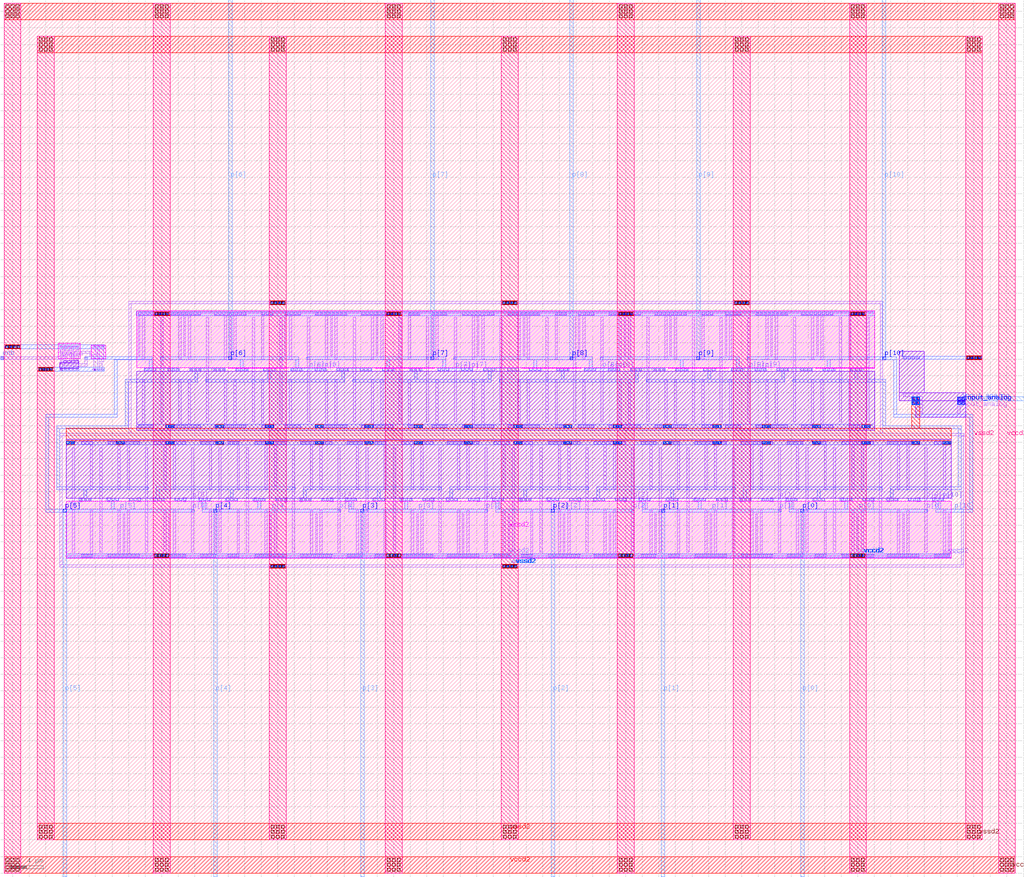
<source format=lef>
VERSION 5.7 ;
  NOWIREEXTENSIONATPIN ON ;
  DIVIDERCHAR "/" ;
  BUSBITCHARS "[]" ;
MACRO power_ring
  CLASS BLOCK ;
  FOREIGN power_ring ;
  ORIGIN 0.000 0.000 ;
  SIZE 122.000 BY 105.000 ;
  OBS
      LAYER met3 ;
        RECT 0.000 103.000 122.000 105.000 ;
        RECT 4.000 99.000 118.000 101.000 ;
        RECT 4.000 4.000 118.000 6.000 ;
        RECT 0.000 0.000 122.000 2.000 ;
      LAYER via3 ;
        RECT 0.200 104.400 0.600 104.800 ;
        RECT 0.800 104.400 1.200 104.800 ;
        RECT 1.400 104.400 1.800 104.800 ;
        RECT 18.200 104.400 18.600 104.800 ;
        RECT 18.800 104.400 19.200 104.800 ;
        RECT 19.400 104.400 19.800 104.800 ;
        RECT 46.200 104.400 46.600 104.800 ;
        RECT 46.800 104.400 47.200 104.800 ;
        RECT 47.400 104.400 47.800 104.800 ;
        RECT 74.200 104.400 74.600 104.800 ;
        RECT 74.800 104.400 75.200 104.800 ;
        RECT 75.400 104.400 75.800 104.800 ;
        RECT 102.200 104.400 102.600 104.800 ;
        RECT 102.800 104.400 103.200 104.800 ;
        RECT 103.400 104.400 103.800 104.800 ;
        RECT 120.200 104.400 120.600 104.800 ;
        RECT 120.800 104.400 121.200 104.800 ;
        RECT 121.400 104.400 121.800 104.800 ;
        RECT 0.200 103.800 0.600 104.200 ;
        RECT 0.800 103.800 1.200 104.200 ;
        RECT 1.400 103.800 1.800 104.200 ;
        RECT 18.200 103.800 18.600 104.200 ;
        RECT 18.800 103.800 19.200 104.200 ;
        RECT 19.400 103.800 19.800 104.200 ;
        RECT 46.200 103.800 46.600 104.200 ;
        RECT 46.800 103.800 47.200 104.200 ;
        RECT 47.400 103.800 47.800 104.200 ;
        RECT 74.200 103.800 74.600 104.200 ;
        RECT 74.800 103.800 75.200 104.200 ;
        RECT 75.400 103.800 75.800 104.200 ;
        RECT 102.200 103.800 102.600 104.200 ;
        RECT 102.800 103.800 103.200 104.200 ;
        RECT 103.400 103.800 103.800 104.200 ;
        RECT 120.200 103.800 120.600 104.200 ;
        RECT 120.800 103.800 121.200 104.200 ;
        RECT 121.400 103.800 121.800 104.200 ;
        RECT 0.200 103.200 0.600 103.600 ;
        RECT 0.800 103.200 1.200 103.600 ;
        RECT 1.400 103.200 1.800 103.600 ;
        RECT 18.200 103.200 18.600 103.600 ;
        RECT 18.800 103.200 19.200 103.600 ;
        RECT 19.400 103.200 19.800 103.600 ;
        RECT 46.200 103.200 46.600 103.600 ;
        RECT 46.800 103.200 47.200 103.600 ;
        RECT 47.400 103.200 47.800 103.600 ;
        RECT 74.200 103.200 74.600 103.600 ;
        RECT 74.800 103.200 75.200 103.600 ;
        RECT 75.400 103.200 75.800 103.600 ;
        RECT 102.200 103.200 102.600 103.600 ;
        RECT 102.800 103.200 103.200 103.600 ;
        RECT 103.400 103.200 103.800 103.600 ;
        RECT 120.200 103.200 120.600 103.600 ;
        RECT 120.800 103.200 121.200 103.600 ;
        RECT 121.400 103.200 121.800 103.600 ;
        RECT 4.200 100.400 4.600 100.800 ;
        RECT 4.800 100.400 5.200 100.800 ;
        RECT 5.400 100.400 5.800 100.800 ;
        RECT 32.200 100.400 32.600 100.800 ;
        RECT 32.800 100.400 33.200 100.800 ;
        RECT 33.400 100.400 33.800 100.800 ;
        RECT 60.200 100.400 60.600 100.800 ;
        RECT 60.800 100.400 61.200 100.800 ;
        RECT 61.400 100.400 61.800 100.800 ;
        RECT 88.200 100.400 88.600 100.800 ;
        RECT 88.800 100.400 89.200 100.800 ;
        RECT 89.400 100.400 89.800 100.800 ;
        RECT 116.200 100.400 116.600 100.800 ;
        RECT 116.800 100.400 117.200 100.800 ;
        RECT 117.400 100.400 117.800 100.800 ;
        RECT 4.200 99.800 4.600 100.200 ;
        RECT 4.800 99.800 5.200 100.200 ;
        RECT 5.400 99.800 5.800 100.200 ;
        RECT 32.200 99.800 32.600 100.200 ;
        RECT 32.800 99.800 33.200 100.200 ;
        RECT 33.400 99.800 33.800 100.200 ;
        RECT 60.200 99.800 60.600 100.200 ;
        RECT 60.800 99.800 61.200 100.200 ;
        RECT 61.400 99.800 61.800 100.200 ;
        RECT 88.200 99.800 88.600 100.200 ;
        RECT 88.800 99.800 89.200 100.200 ;
        RECT 89.400 99.800 89.800 100.200 ;
        RECT 116.200 99.800 116.600 100.200 ;
        RECT 116.800 99.800 117.200 100.200 ;
        RECT 117.400 99.800 117.800 100.200 ;
        RECT 4.200 99.200 4.600 99.600 ;
        RECT 4.800 99.200 5.200 99.600 ;
        RECT 5.400 99.200 5.800 99.600 ;
        RECT 32.200 99.200 32.600 99.600 ;
        RECT 32.800 99.200 33.200 99.600 ;
        RECT 33.400 99.200 33.800 99.600 ;
        RECT 60.200 99.200 60.600 99.600 ;
        RECT 60.800 99.200 61.200 99.600 ;
        RECT 61.400 99.200 61.800 99.600 ;
        RECT 88.200 99.200 88.600 99.600 ;
        RECT 88.800 99.200 89.200 99.600 ;
        RECT 89.400 99.200 89.800 99.600 ;
        RECT 116.200 99.200 116.600 99.600 ;
        RECT 116.800 99.200 117.200 99.600 ;
        RECT 117.400 99.200 117.800 99.600 ;
        RECT 4.200 5.400 4.600 5.800 ;
        RECT 4.800 5.400 5.200 5.800 ;
        RECT 5.400 5.400 5.800 5.800 ;
        RECT 32.200 5.400 32.600 5.800 ;
        RECT 32.800 5.400 33.200 5.800 ;
        RECT 33.400 5.400 33.800 5.800 ;
        RECT 60.200 5.400 60.600 5.800 ;
        RECT 60.800 5.400 61.200 5.800 ;
        RECT 61.400 5.400 61.800 5.800 ;
        RECT 88.200 5.400 88.600 5.800 ;
        RECT 88.800 5.400 89.200 5.800 ;
        RECT 89.400 5.400 89.800 5.800 ;
        RECT 116.200 5.400 116.600 5.800 ;
        RECT 116.800 5.400 117.200 5.800 ;
        RECT 117.400 5.400 117.800 5.800 ;
        RECT 4.200 4.800 4.600 5.200 ;
        RECT 4.800 4.800 5.200 5.200 ;
        RECT 5.400 4.800 5.800 5.200 ;
        RECT 32.200 4.800 32.600 5.200 ;
        RECT 32.800 4.800 33.200 5.200 ;
        RECT 33.400 4.800 33.800 5.200 ;
        RECT 60.200 4.800 60.600 5.200 ;
        RECT 60.800 4.800 61.200 5.200 ;
        RECT 61.400 4.800 61.800 5.200 ;
        RECT 88.200 4.800 88.600 5.200 ;
        RECT 88.800 4.800 89.200 5.200 ;
        RECT 89.400 4.800 89.800 5.200 ;
        RECT 116.200 4.800 116.600 5.200 ;
        RECT 116.800 4.800 117.200 5.200 ;
        RECT 117.400 4.800 117.800 5.200 ;
        RECT 4.200 4.200 4.600 4.600 ;
        RECT 4.800 4.200 5.200 4.600 ;
        RECT 5.400 4.200 5.800 4.600 ;
        RECT 32.200 4.200 32.600 4.600 ;
        RECT 32.800 4.200 33.200 4.600 ;
        RECT 33.400 4.200 33.800 4.600 ;
        RECT 60.200 4.200 60.600 4.600 ;
        RECT 60.800 4.200 61.200 4.600 ;
        RECT 61.400 4.200 61.800 4.600 ;
        RECT 88.200 4.200 88.600 4.600 ;
        RECT 88.800 4.200 89.200 4.600 ;
        RECT 89.400 4.200 89.800 4.600 ;
        RECT 116.200 4.200 116.600 4.600 ;
        RECT 116.800 4.200 117.200 4.600 ;
        RECT 117.400 4.200 117.800 4.600 ;
        RECT 0.200 1.400 0.600 1.800 ;
        RECT 0.800 1.400 1.200 1.800 ;
        RECT 1.400 1.400 1.800 1.800 ;
        RECT 18.200 1.400 18.600 1.800 ;
        RECT 18.800 1.400 19.200 1.800 ;
        RECT 19.400 1.400 19.800 1.800 ;
        RECT 46.200 1.400 46.600 1.800 ;
        RECT 46.800 1.400 47.200 1.800 ;
        RECT 47.400 1.400 47.800 1.800 ;
        RECT 74.200 1.400 74.600 1.800 ;
        RECT 74.800 1.400 75.200 1.800 ;
        RECT 75.400 1.400 75.800 1.800 ;
        RECT 102.200 1.400 102.600 1.800 ;
        RECT 102.800 1.400 103.200 1.800 ;
        RECT 103.400 1.400 103.800 1.800 ;
        RECT 120.200 1.400 120.600 1.800 ;
        RECT 120.800 1.400 121.200 1.800 ;
        RECT 121.400 1.400 121.800 1.800 ;
        RECT 0.200 0.800 0.600 1.200 ;
        RECT 0.800 0.800 1.200 1.200 ;
        RECT 1.400 0.800 1.800 1.200 ;
        RECT 18.200 0.800 18.600 1.200 ;
        RECT 18.800 0.800 19.200 1.200 ;
        RECT 19.400 0.800 19.800 1.200 ;
        RECT 46.200 0.800 46.600 1.200 ;
        RECT 46.800 0.800 47.200 1.200 ;
        RECT 47.400 0.800 47.800 1.200 ;
        RECT 74.200 0.800 74.600 1.200 ;
        RECT 74.800 0.800 75.200 1.200 ;
        RECT 75.400 0.800 75.800 1.200 ;
        RECT 102.200 0.800 102.600 1.200 ;
        RECT 102.800 0.800 103.200 1.200 ;
        RECT 103.400 0.800 103.800 1.200 ;
        RECT 120.200 0.800 120.600 1.200 ;
        RECT 120.800 0.800 121.200 1.200 ;
        RECT 121.400 0.800 121.800 1.200 ;
        RECT 0.200 0.200 0.600 0.600 ;
        RECT 0.800 0.200 1.200 0.600 ;
        RECT 1.400 0.200 1.800 0.600 ;
        RECT 18.200 0.200 18.600 0.600 ;
        RECT 18.800 0.200 19.200 0.600 ;
        RECT 19.400 0.200 19.800 0.600 ;
        RECT 46.200 0.200 46.600 0.600 ;
        RECT 46.800 0.200 47.200 0.600 ;
        RECT 47.400 0.200 47.800 0.600 ;
        RECT 74.200 0.200 74.600 0.600 ;
        RECT 74.800 0.200 75.200 0.600 ;
        RECT 75.400 0.200 75.800 0.600 ;
        RECT 102.200 0.200 102.600 0.600 ;
        RECT 102.800 0.200 103.200 0.600 ;
        RECT 103.400 0.200 103.800 0.600 ;
        RECT 120.200 0.200 120.600 0.600 ;
        RECT 120.800 0.200 121.200 0.600 ;
        RECT 121.400 0.200 121.800 0.600 ;
      LAYER met4 ;
        RECT 0.000 0.000 2.000 105.000 ;
        RECT 4.000 4.000 6.000 101.000 ;
        RECT 18.000 0.000 20.000 105.000 ;
        RECT 32.000 4.000 34.000 101.000 ;
        RECT 46.000 0.000 48.000 105.000 ;
        RECT 60.000 4.000 62.000 101.000 ;
        RECT 74.000 0.000 76.000 105.000 ;
        RECT 88.000 4.000 90.000 101.000 ;
        RECT 102.000 0.000 104.000 105.000 ;
        RECT 116.000 4.000 118.000 101.000 ;
        RECT 120.000 0.000 122.000 105.000 ;
  END
END power_ring
MACRO pwell_co_ring
  CLASS BLOCK ;
  FOREIGN pwell_co_ring ;
  ORIGIN 8.400 31.800 ;
  SIZE 109.125 BY 32.100 ;
  OBS
      LAYER li1 ;
        RECT -0.100 0.000 90.900 0.300 ;
        RECT -0.100 -15.630 0.200 0.000 ;
        RECT 90.600 -15.630 90.900 0.000 ;
        RECT -8.400 -15.930 100.725 -15.630 ;
        RECT -8.400 -31.500 -8.100 -15.930 ;
        RECT 100.400 -16.000 100.725 -15.930 ;
        RECT 100.400 -31.500 100.700 -16.000 ;
        RECT -8.400 -31.800 100.700 -31.500 ;
  END
END pwell_co_ring
MACRO via_m4_li
  CLASS BLOCK ;
  FOREIGN via_m4_li ;
  ORIGIN 0.000 -0.010 ;
  SIZE 2.000 BY 0.480 ;
  OBS
      LAYER li1 ;
        RECT 0.000 0.100 2.000 0.400 ;
      LAYER mcon ;
        RECT 0.110 0.100 0.410 0.400 ;
        RECT 0.600 0.100 0.900 0.400 ;
        RECT 1.100 0.100 1.400 0.400 ;
        RECT 1.590 0.100 1.890 0.400 ;
      LAYER met1 ;
        RECT 0.080 0.010 1.920 0.490 ;
      LAYER via ;
        RECT 0.130 0.100 0.430 0.400 ;
        RECT 0.490 0.100 0.790 0.400 ;
        RECT 0.850 0.100 1.150 0.400 ;
        RECT 1.210 0.100 1.510 0.400 ;
        RECT 1.570 0.100 1.870 0.400 ;
      LAYER met2 ;
        RECT 0.000 0.010 2.000 0.490 ;
      LAYER via2 ;
        RECT 0.180 0.090 0.500 0.410 ;
        RECT 0.620 0.090 0.940 0.410 ;
        RECT 1.060 0.090 1.380 0.410 ;
        RECT 1.500 0.090 1.820 0.410 ;
      LAYER met3 ;
        RECT 0.000 0.010 2.000 0.490 ;
      LAYER via3 ;
        RECT 0.160 0.070 0.520 0.435 ;
        RECT 0.600 0.070 0.960 0.435 ;
        RECT 1.040 0.070 1.400 0.435 ;
        RECT 1.480 0.070 1.840 0.435 ;
      LAYER met4 ;
        RECT 0.000 0.010 2.000 0.490 ;
  END
END via_m4_li
MACRO via_m1
  CLASS BLOCK ;
  FOREIGN via_m1 ;
  ORIGIN -54.490 -34.780 ;
  SIZE 2.000 BY 0.480 ;
  OBS
      LAYER met1 ;
        RECT 54.620 34.780 56.360 35.260 ;
      LAYER via ;
        RECT 54.620 34.870 54.920 35.170 ;
        RECT 54.980 34.870 55.280 35.170 ;
        RECT 55.340 34.870 55.640 35.170 ;
        RECT 55.700 34.870 56.000 35.170 ;
        RECT 56.060 34.870 56.360 35.170 ;
      LAYER met2 ;
        RECT 54.490 34.780 56.490 35.260 ;
      LAYER via2 ;
        RECT 54.670 34.860 54.990 35.180 ;
        RECT 55.110 34.860 55.430 35.180 ;
        RECT 55.550 34.860 55.870 35.180 ;
        RECT 55.990 34.860 56.310 35.180 ;
      LAYER met3 ;
        RECT 54.490 34.780 56.490 35.260 ;
      LAYER via3 ;
        RECT 54.650 34.840 55.010 35.205 ;
        RECT 55.090 34.840 55.450 35.205 ;
        RECT 55.530 34.840 55.890 35.205 ;
        RECT 55.970 34.840 56.330 35.205 ;
      LAYER met4 ;
        RECT 54.490 34.780 56.490 35.260 ;
  END
END via_m1
MACRO ring_osc
  CLASS BLOCK ;
  FOREIGN ring_osc ;
  ORIGIN 2.510 0.000 ;
  SIZE 111.870 BY 29.840 ;
  OBS
      LAYER nwell ;
        RECT -1.000 24.105 1.680 25.950 ;
        RECT 2.995 24.105 4.755 25.710 ;
      LAYER pwell ;
        RECT -0.320 23.585 1.485 23.815 ;
        RECT -0.805 22.905 1.485 23.585 ;
      LAYER nwell ;
        RECT 8.480 22.965 97.550 29.840 ;
        RECT 19.520 22.960 26.710 22.965 ;
        RECT 37.230 22.960 44.420 22.965 ;
        RECT 54.940 22.960 62.130 22.965 ;
        RECT 72.650 22.960 79.840 22.965 ;
        RECT 90.360 22.960 97.550 22.965 ;
      LAYER pwell ;
        RECT -0.660 22.715 -0.490 22.905 ;
        RECT 3.330 22.715 3.500 22.885 ;
        RECT 8.480 15.470 97.550 22.570 ;
        RECT 100.500 20.000 103.500 25.000 ;
        RECT 100.500 19.000 108.500 20.000 ;
        RECT 102.500 17.000 108.500 19.000 ;
        RECT 0.000 7.270 106.780 14.370 ;
      LAYER nwell ;
        RECT 0.000 6.875 7.190 6.880 ;
        RECT 17.710 6.875 24.900 6.880 ;
        RECT 35.420 6.875 42.610 6.880 ;
        RECT 53.130 6.875 60.320 6.880 ;
        RECT 70.840 6.875 78.030 6.880 ;
        RECT 88.550 6.875 95.740 6.880 ;
        RECT 0.000 0.000 106.780 6.875 ;
      LAYER li1 ;
        RECT 8.660 29.660 10.550 29.690 ;
        RECT 12.340 29.660 16.190 29.690 ;
        RECT 17.850 29.660 21.700 29.690 ;
        RECT 23.540 29.660 24.940 29.690 ;
        RECT 26.370 29.660 28.260 29.690 ;
        RECT 30.050 29.660 33.900 29.690 ;
        RECT 35.560 29.660 39.410 29.690 ;
        RECT 41.250 29.660 42.650 29.690 ;
        RECT 44.080 29.660 45.970 29.690 ;
        RECT 47.760 29.660 51.610 29.690 ;
        RECT 53.270 29.660 57.120 29.690 ;
        RECT 58.960 29.660 60.360 29.690 ;
        RECT 61.790 29.660 63.680 29.690 ;
        RECT 65.470 29.660 69.320 29.690 ;
        RECT 70.980 29.660 74.830 29.690 ;
        RECT 76.670 29.660 78.070 29.690 ;
        RECT 79.500 29.660 81.390 29.690 ;
        RECT 83.180 29.660 87.030 29.690 ;
        RECT 88.690 29.660 92.540 29.690 ;
        RECT 94.380 29.660 95.780 29.690 ;
        RECT 8.660 29.490 97.370 29.660 ;
        RECT 8.660 29.330 10.550 29.490 ;
        RECT 12.340 29.330 16.190 29.490 ;
        RECT 17.850 29.330 21.700 29.490 ;
        RECT 23.540 29.330 24.940 29.490 ;
        RECT 26.370 29.330 28.260 29.490 ;
        RECT 30.050 29.330 33.900 29.490 ;
        RECT 35.560 29.330 39.410 29.490 ;
        RECT 41.250 29.330 42.650 29.490 ;
        RECT 44.080 29.330 45.970 29.490 ;
        RECT 47.760 29.330 51.610 29.490 ;
        RECT 53.270 29.330 57.120 29.490 ;
        RECT 58.960 29.330 60.360 29.490 ;
        RECT 61.790 29.330 63.680 29.490 ;
        RECT 65.470 29.330 69.320 29.490 ;
        RECT 70.980 29.330 74.830 29.490 ;
        RECT 76.670 29.330 78.070 29.490 ;
        RECT 79.500 29.330 81.390 29.490 ;
        RECT 83.180 29.330 87.030 29.490 ;
        RECT 88.690 29.330 92.540 29.490 ;
        RECT 94.380 29.330 95.780 29.490 ;
        RECT -0.810 25.605 0.190 25.770 ;
        RECT -0.810 25.435 1.490 25.605 ;
        RECT 3.185 25.435 4.565 25.605 ;
        RECT -0.725 24.865 -0.465 25.265 ;
        RECT -0.295 25.035 0.640 25.435 ;
        RECT 0.810 24.925 1.405 25.265 ;
        RECT -0.725 24.695 0.640 24.865 ;
        RECT -0.725 23.795 -0.265 24.525 ;
        RECT -0.095 23.625 0.640 24.695 ;
        RECT -0.725 23.455 0.640 23.625 ;
        RECT 0.810 23.605 0.985 24.925 ;
        RECT 1.165 24.750 1.405 24.755 ;
        RECT 1.680 24.750 3.005 24.960 ;
        RECT 1.165 24.740 3.005 24.750 ;
        RECT 1.165 24.530 1.900 24.740 ;
        RECT 2.785 24.535 3.005 24.740 ;
        RECT 3.460 24.710 3.790 25.435 ;
        RECT 3.270 24.535 3.790 24.540 ;
        RECT 1.165 23.775 1.405 24.530 ;
        RECT 2.785 24.315 3.790 24.535 ;
        RECT 0.810 23.480 1.405 23.605 ;
        RECT 2.210 23.480 2.510 24.310 ;
        RECT -0.725 23.055 -0.465 23.455 ;
        RECT -0.295 22.885 0.640 23.285 ;
        RECT 0.810 23.180 2.510 23.480 ;
        RECT 0.810 23.055 1.405 23.180 ;
        RECT 3.270 23.055 3.790 24.315 ;
        RECT 3.960 23.715 4.480 25.265 ;
        RECT 8.660 24.460 8.830 29.330 ;
        RECT 9.170 24.040 9.460 29.330 ;
        RECT 3.960 22.885 4.300 23.545 ;
        RECT 10.380 22.950 10.760 23.000 ;
        RECT -0.810 22.715 1.490 22.885 ;
        RECT 3.185 22.715 4.565 22.885 ;
        RECT 9.430 22.590 10.760 22.950 ;
        RECT 10.380 22.540 10.760 22.590 ;
        RECT 9.170 16.090 9.460 21.540 ;
        RECT 11.355 16.500 11.655 29.090 ;
        RECT 13.550 24.040 13.840 29.330 ;
        RECT 14.180 24.460 14.350 29.330 ;
        RECT 14.690 24.040 14.980 29.330 ;
        RECT 12.250 22.950 12.630 23.000 ;
        RECT 15.900 22.950 16.280 23.000 ;
        RECT 12.250 22.590 13.580 22.950 ;
        RECT 14.950 22.590 16.280 22.950 ;
        RECT 12.250 22.540 12.630 22.590 ;
        RECT 15.900 22.540 16.280 22.590 ;
        RECT 13.550 16.090 13.840 21.540 ;
        RECT 14.690 16.090 14.980 21.540 ;
        RECT 16.875 16.500 17.175 29.090 ;
        RECT 19.070 24.040 19.360 29.330 ;
        RECT 19.700 24.460 19.870 29.330 ;
        RECT 20.210 24.030 20.500 29.330 ;
        RECT 17.770 22.950 18.150 23.000 ;
        RECT 21.420 22.950 21.800 23.000 ;
        RECT 17.770 22.590 19.100 22.950 ;
        RECT 20.470 22.590 21.800 22.950 ;
        RECT 17.770 22.540 18.150 22.590 ;
        RECT 21.420 22.540 21.800 22.590 ;
        RECT 19.070 16.090 19.360 21.540 ;
        RECT 20.210 16.090 20.500 21.540 ;
        RECT 22.400 16.500 22.700 29.090 ;
        RECT 23.540 24.030 23.830 29.330 ;
        RECT 24.750 22.950 25.130 23.000 ;
        RECT 23.800 22.590 25.130 22.950 ;
        RECT 24.750 22.540 25.130 22.590 ;
        RECT 23.540 16.090 23.830 21.540 ;
        RECT 25.730 16.500 26.030 29.090 ;
        RECT 26.370 24.460 26.540 29.330 ;
        RECT 26.880 24.040 27.170 29.330 ;
        RECT 28.090 22.950 28.470 23.000 ;
        RECT 27.140 22.590 28.470 22.950 ;
        RECT 28.090 22.540 28.470 22.590 ;
        RECT 26.880 16.090 27.170 21.540 ;
        RECT 29.065 16.500 29.365 29.090 ;
        RECT 31.260 24.040 31.550 29.330 ;
        RECT 31.890 24.460 32.060 29.330 ;
        RECT 32.400 24.040 32.690 29.330 ;
        RECT 29.960 22.950 30.340 23.000 ;
        RECT 33.610 22.950 33.990 23.000 ;
        RECT 29.960 22.590 31.290 22.950 ;
        RECT 32.660 22.590 33.990 22.950 ;
        RECT 29.960 22.540 30.340 22.590 ;
        RECT 33.610 22.540 33.990 22.590 ;
        RECT 31.260 16.090 31.550 21.540 ;
        RECT 32.400 16.090 32.690 21.540 ;
        RECT 34.585 16.500 34.885 29.090 ;
        RECT 36.780 24.040 37.070 29.330 ;
        RECT 37.410 24.460 37.580 29.330 ;
        RECT 37.920 24.030 38.210 29.330 ;
        RECT 35.480 22.950 35.860 23.000 ;
        RECT 39.130 22.950 39.510 23.000 ;
        RECT 35.480 22.590 36.810 22.950 ;
        RECT 38.180 22.590 39.510 22.950 ;
        RECT 35.480 22.540 35.860 22.590 ;
        RECT 39.130 22.540 39.510 22.590 ;
        RECT 36.780 16.090 37.070 21.540 ;
        RECT 37.920 16.090 38.210 21.540 ;
        RECT 40.110 16.500 40.410 29.090 ;
        RECT 41.250 24.030 41.540 29.330 ;
        RECT 42.460 22.950 42.840 23.000 ;
        RECT 41.510 22.590 42.840 22.950 ;
        RECT 42.460 22.540 42.840 22.590 ;
        RECT 41.250 16.090 41.540 21.540 ;
        RECT 43.440 16.500 43.740 29.090 ;
        RECT 44.080 24.460 44.250 29.330 ;
        RECT 44.590 24.040 44.880 29.330 ;
        RECT 45.800 22.950 46.180 23.000 ;
        RECT 44.850 22.590 46.180 22.950 ;
        RECT 45.800 22.540 46.180 22.590 ;
        RECT 44.590 16.090 44.880 21.540 ;
        RECT 46.775 16.500 47.075 29.090 ;
        RECT 48.970 24.040 49.260 29.330 ;
        RECT 49.600 24.460 49.770 29.330 ;
        RECT 50.110 24.040 50.400 29.330 ;
        RECT 47.670 22.950 48.050 23.000 ;
        RECT 51.320 22.950 51.700 23.000 ;
        RECT 47.670 22.590 49.000 22.950 ;
        RECT 50.370 22.590 51.700 22.950 ;
        RECT 47.670 22.540 48.050 22.590 ;
        RECT 51.320 22.540 51.700 22.590 ;
        RECT 48.970 16.090 49.260 21.540 ;
        RECT 50.110 16.090 50.400 21.540 ;
        RECT 52.295 16.500 52.595 29.090 ;
        RECT 54.490 24.040 54.780 29.330 ;
        RECT 55.120 24.460 55.290 29.330 ;
        RECT 55.630 24.030 55.920 29.330 ;
        RECT 53.190 22.950 53.570 23.000 ;
        RECT 56.840 22.950 57.220 23.000 ;
        RECT 53.190 22.590 54.520 22.950 ;
        RECT 55.890 22.590 57.220 22.950 ;
        RECT 53.190 22.540 53.570 22.590 ;
        RECT 56.840 22.540 57.220 22.590 ;
        RECT 54.490 16.090 54.780 21.540 ;
        RECT 55.630 16.090 55.920 21.540 ;
        RECT 57.820 16.500 58.120 29.090 ;
        RECT 58.960 24.030 59.250 29.330 ;
        RECT 60.170 22.950 60.550 23.000 ;
        RECT 59.220 22.590 60.550 22.950 ;
        RECT 60.170 22.540 60.550 22.590 ;
        RECT 58.960 16.090 59.250 21.540 ;
        RECT 61.150 16.500 61.450 29.090 ;
        RECT 61.790 24.460 61.960 29.330 ;
        RECT 62.300 24.040 62.590 29.330 ;
        RECT 63.510 22.950 63.890 23.000 ;
        RECT 62.560 22.590 63.890 22.950 ;
        RECT 63.510 22.540 63.890 22.590 ;
        RECT 62.300 16.090 62.590 21.540 ;
        RECT 64.485 16.500 64.785 29.090 ;
        RECT 66.680 24.040 66.970 29.330 ;
        RECT 67.310 24.460 67.480 29.330 ;
        RECT 67.820 24.040 68.110 29.330 ;
        RECT 65.380 22.950 65.760 23.000 ;
        RECT 69.030 22.950 69.410 23.000 ;
        RECT 65.380 22.590 66.710 22.950 ;
        RECT 68.080 22.590 69.410 22.950 ;
        RECT 65.380 22.540 65.760 22.590 ;
        RECT 69.030 22.540 69.410 22.590 ;
        RECT 66.680 16.090 66.970 21.540 ;
        RECT 67.820 16.090 68.110 21.540 ;
        RECT 70.005 16.500 70.305 29.090 ;
        RECT 72.200 24.040 72.490 29.330 ;
        RECT 72.830 24.460 73.000 29.330 ;
        RECT 73.340 24.030 73.630 29.330 ;
        RECT 70.900 22.950 71.280 23.000 ;
        RECT 74.550 22.950 74.930 23.000 ;
        RECT 70.900 22.590 72.230 22.950 ;
        RECT 73.600 22.590 74.930 22.950 ;
        RECT 70.900 22.540 71.280 22.590 ;
        RECT 74.550 22.540 74.930 22.590 ;
        RECT 72.200 16.090 72.490 21.540 ;
        RECT 73.340 16.090 73.630 21.540 ;
        RECT 75.530 16.500 75.830 29.090 ;
        RECT 76.670 24.030 76.960 29.330 ;
        RECT 77.880 22.950 78.260 23.000 ;
        RECT 76.930 22.590 78.260 22.950 ;
        RECT 77.880 22.540 78.260 22.590 ;
        RECT 76.670 16.090 76.960 21.540 ;
        RECT 78.860 16.500 79.160 29.090 ;
        RECT 79.500 24.460 79.670 29.330 ;
        RECT 80.010 24.040 80.300 29.330 ;
        RECT 81.220 22.950 81.600 23.000 ;
        RECT 80.270 22.590 81.600 22.950 ;
        RECT 81.220 22.540 81.600 22.590 ;
        RECT 80.010 16.090 80.300 21.540 ;
        RECT 82.195 16.500 82.495 29.090 ;
        RECT 84.390 24.040 84.680 29.330 ;
        RECT 85.020 24.460 85.190 29.330 ;
        RECT 85.530 24.040 85.820 29.330 ;
        RECT 83.090 22.950 83.470 23.000 ;
        RECT 86.740 22.950 87.120 23.000 ;
        RECT 83.090 22.590 84.420 22.950 ;
        RECT 85.790 22.590 87.120 22.950 ;
        RECT 83.090 22.540 83.470 22.590 ;
        RECT 86.740 22.540 87.120 22.590 ;
        RECT 84.390 16.090 84.680 21.540 ;
        RECT 85.530 16.090 85.820 21.540 ;
        RECT 87.715 16.500 88.015 29.090 ;
        RECT 89.910 24.040 90.200 29.330 ;
        RECT 90.540 24.460 90.710 29.330 ;
        RECT 91.050 24.030 91.340 29.330 ;
        RECT 88.610 22.950 88.990 23.000 ;
        RECT 92.260 22.950 92.640 23.000 ;
        RECT 88.610 22.590 89.940 22.950 ;
        RECT 91.310 22.590 92.640 22.950 ;
        RECT 88.610 22.540 88.990 22.590 ;
        RECT 92.260 22.540 92.640 22.590 ;
        RECT 89.910 16.090 90.200 21.540 ;
        RECT 91.050 16.090 91.340 21.540 ;
        RECT 93.240 16.500 93.540 29.090 ;
        RECT 94.380 24.030 94.670 29.330 ;
        RECT 95.590 22.950 95.970 23.000 ;
        RECT 94.640 22.590 95.970 22.950 ;
        RECT 95.590 22.540 95.970 22.590 ;
        RECT 94.380 16.090 94.670 21.540 ;
        RECT 96.570 16.500 96.870 29.090 ;
        RECT 101.000 24.015 103.000 24.380 ;
        RECT 101.000 19.500 103.000 19.865 ;
        RECT 102.000 18.500 103.365 19.500 ;
        RECT 103.000 17.500 103.365 18.500 ;
        RECT 107.515 18.500 108.500 19.500 ;
        RECT 107.515 17.500 107.880 18.500 ;
        RECT 8.660 15.730 10.550 16.090 ;
        RECT 12.340 15.730 16.190 16.090 ;
        RECT 17.850 15.730 21.700 16.090 ;
        RECT 23.540 15.730 24.940 16.090 ;
        RECT 26.370 15.730 28.260 16.090 ;
        RECT 30.050 15.730 33.900 16.090 ;
        RECT 35.560 15.730 39.410 16.090 ;
        RECT 41.250 15.730 42.650 16.090 ;
        RECT 44.080 15.730 45.970 16.090 ;
        RECT 47.760 15.730 51.610 16.090 ;
        RECT 53.270 15.730 57.120 16.090 ;
        RECT 58.960 15.730 60.360 16.090 ;
        RECT 61.790 15.730 63.680 16.090 ;
        RECT 65.470 15.730 69.320 16.090 ;
        RECT 70.980 15.730 74.830 16.090 ;
        RECT 76.670 15.730 78.070 16.090 ;
        RECT 79.500 15.730 81.390 16.090 ;
        RECT 83.180 15.730 87.030 16.090 ;
        RECT 88.690 15.730 92.540 16.090 ;
        RECT 94.380 15.730 95.780 16.090 ;
        RECT 1.770 13.750 3.170 14.110 ;
        RECT 5.010 13.750 8.860 14.110 ;
        RECT 10.520 13.750 14.370 14.110 ;
        RECT 16.160 13.750 18.050 14.110 ;
        RECT 19.480 13.750 20.880 14.110 ;
        RECT 22.720 13.750 26.570 14.110 ;
        RECT 28.230 13.750 32.080 14.110 ;
        RECT 33.870 13.750 35.760 14.110 ;
        RECT 37.190 13.750 38.590 14.110 ;
        RECT 40.430 13.750 44.280 14.110 ;
        RECT 45.940 13.750 49.790 14.110 ;
        RECT 51.580 13.750 53.470 14.110 ;
        RECT 54.900 13.750 56.300 14.110 ;
        RECT 58.140 13.750 61.990 14.110 ;
        RECT 63.650 13.750 67.500 14.110 ;
        RECT 69.290 13.750 71.180 14.110 ;
        RECT 72.610 13.750 74.010 14.110 ;
        RECT 75.850 13.750 79.700 14.110 ;
        RECT 81.360 13.750 85.210 14.110 ;
        RECT 87.000 13.750 88.890 14.110 ;
        RECT 90.320 13.750 91.720 14.110 ;
        RECT 93.560 13.750 97.410 14.110 ;
        RECT 99.070 13.750 102.920 14.110 ;
        RECT 104.710 13.750 106.600 14.110 ;
        RECT 0.680 0.750 0.980 13.340 ;
        RECT 2.880 8.300 3.170 13.750 ;
        RECT 1.580 7.250 1.960 7.300 ;
        RECT 1.580 6.890 2.910 7.250 ;
        RECT 1.580 6.840 1.960 6.890 ;
        RECT 2.880 0.510 3.170 5.810 ;
        RECT 4.010 0.750 4.310 13.340 ;
        RECT 6.210 8.300 6.500 13.750 ;
        RECT 7.350 8.300 7.640 13.750 ;
        RECT 4.910 7.250 5.290 7.300 ;
        RECT 8.560 7.250 8.940 7.300 ;
        RECT 4.910 6.890 6.240 7.250 ;
        RECT 7.610 6.890 8.940 7.250 ;
        RECT 4.910 6.840 5.290 6.890 ;
        RECT 8.560 6.840 8.940 6.890 ;
        RECT 6.210 0.510 6.500 5.810 ;
        RECT 6.840 0.510 7.010 5.380 ;
        RECT 7.350 0.510 7.640 5.800 ;
        RECT 9.535 0.750 9.835 13.340 ;
        RECT 11.730 8.300 12.020 13.750 ;
        RECT 12.870 8.300 13.160 13.750 ;
        RECT 10.430 7.250 10.810 7.300 ;
        RECT 14.080 7.250 14.460 7.300 ;
        RECT 10.430 6.890 11.760 7.250 ;
        RECT 13.130 6.890 14.460 7.250 ;
        RECT 10.430 6.840 10.810 6.890 ;
        RECT 14.080 6.840 14.460 6.890 ;
        RECT 11.730 0.510 12.020 5.800 ;
        RECT 12.360 0.510 12.530 5.380 ;
        RECT 12.870 0.510 13.160 5.800 ;
        RECT 15.055 0.750 15.355 13.340 ;
        RECT 17.250 8.300 17.540 13.750 ;
        RECT 15.950 7.250 16.330 7.300 ;
        RECT 15.950 6.890 17.280 7.250 ;
        RECT 15.950 6.840 16.330 6.890 ;
        RECT 17.250 0.510 17.540 5.800 ;
        RECT 17.880 0.510 18.050 5.380 ;
        RECT 18.390 0.750 18.690 13.340 ;
        RECT 20.590 8.300 20.880 13.750 ;
        RECT 19.290 7.250 19.670 7.300 ;
        RECT 19.290 6.890 20.620 7.250 ;
        RECT 19.290 6.840 19.670 6.890 ;
        RECT 20.590 0.510 20.880 5.810 ;
        RECT 21.720 0.750 22.020 13.340 ;
        RECT 23.920 8.300 24.210 13.750 ;
        RECT 25.060 8.300 25.350 13.750 ;
        RECT 22.620 7.250 23.000 7.300 ;
        RECT 26.270 7.250 26.650 7.300 ;
        RECT 22.620 6.890 23.950 7.250 ;
        RECT 25.320 6.890 26.650 7.250 ;
        RECT 22.620 6.840 23.000 6.890 ;
        RECT 26.270 6.840 26.650 6.890 ;
        RECT 23.920 0.510 24.210 5.810 ;
        RECT 24.550 0.510 24.720 5.380 ;
        RECT 25.060 0.510 25.350 5.800 ;
        RECT 27.245 0.750 27.545 13.340 ;
        RECT 29.440 8.300 29.730 13.750 ;
        RECT 30.580 8.300 30.870 13.750 ;
        RECT 28.140 7.250 28.520 7.300 ;
        RECT 31.790 7.250 32.170 7.300 ;
        RECT 28.140 6.890 29.470 7.250 ;
        RECT 30.840 6.890 32.170 7.250 ;
        RECT 28.140 6.840 28.520 6.890 ;
        RECT 31.790 6.840 32.170 6.890 ;
        RECT 29.440 0.510 29.730 5.800 ;
        RECT 30.070 0.510 30.240 5.380 ;
        RECT 30.580 0.510 30.870 5.800 ;
        RECT 32.765 0.750 33.065 13.340 ;
        RECT 34.960 8.300 35.250 13.750 ;
        RECT 33.660 7.250 34.040 7.300 ;
        RECT 33.660 6.890 34.990 7.250 ;
        RECT 33.660 6.840 34.040 6.890 ;
        RECT 34.960 0.510 35.250 5.800 ;
        RECT 35.590 0.510 35.760 5.380 ;
        RECT 36.100 0.750 36.400 13.340 ;
        RECT 38.300 8.300 38.590 13.750 ;
        RECT 37.000 7.250 37.380 7.300 ;
        RECT 37.000 6.890 38.330 7.250 ;
        RECT 37.000 6.840 37.380 6.890 ;
        RECT 38.300 0.510 38.590 5.810 ;
        RECT 39.430 0.750 39.730 13.340 ;
        RECT 41.630 8.300 41.920 13.750 ;
        RECT 42.770 8.300 43.060 13.750 ;
        RECT 40.330 7.250 40.710 7.300 ;
        RECT 43.980 7.250 44.360 7.300 ;
        RECT 40.330 6.890 41.660 7.250 ;
        RECT 43.030 6.890 44.360 7.250 ;
        RECT 40.330 6.840 40.710 6.890 ;
        RECT 43.980 6.840 44.360 6.890 ;
        RECT 41.630 0.510 41.920 5.810 ;
        RECT 42.260 0.510 42.430 5.380 ;
        RECT 42.770 0.510 43.060 5.800 ;
        RECT 44.955 0.750 45.255 13.340 ;
        RECT 47.150 8.300 47.440 13.750 ;
        RECT 48.290 8.300 48.580 13.750 ;
        RECT 45.850 7.250 46.230 7.300 ;
        RECT 49.500 7.250 49.880 7.300 ;
        RECT 45.850 6.890 47.180 7.250 ;
        RECT 48.550 6.890 49.880 7.250 ;
        RECT 45.850 6.840 46.230 6.890 ;
        RECT 49.500 6.840 49.880 6.890 ;
        RECT 47.150 0.510 47.440 5.800 ;
        RECT 47.780 0.510 47.950 5.380 ;
        RECT 48.290 0.510 48.580 5.800 ;
        RECT 50.475 0.750 50.775 13.340 ;
        RECT 52.670 8.300 52.960 13.750 ;
        RECT 51.370 7.250 51.750 7.300 ;
        RECT 51.370 6.890 52.700 7.250 ;
        RECT 51.370 6.840 51.750 6.890 ;
        RECT 52.670 0.510 52.960 5.800 ;
        RECT 53.300 0.510 53.470 5.380 ;
        RECT 53.810 0.750 54.110 13.340 ;
        RECT 56.010 8.300 56.300 13.750 ;
        RECT 54.710 7.250 55.090 7.300 ;
        RECT 54.710 6.890 56.040 7.250 ;
        RECT 54.710 6.840 55.090 6.890 ;
        RECT 56.010 0.510 56.300 5.810 ;
        RECT 57.140 0.750 57.440 13.340 ;
        RECT 59.340 8.300 59.630 13.750 ;
        RECT 60.480 8.300 60.770 13.750 ;
        RECT 58.040 7.250 58.420 7.300 ;
        RECT 61.690 7.250 62.070 7.300 ;
        RECT 58.040 6.890 59.370 7.250 ;
        RECT 60.740 6.890 62.070 7.250 ;
        RECT 58.040 6.840 58.420 6.890 ;
        RECT 61.690 6.840 62.070 6.890 ;
        RECT 59.340 0.510 59.630 5.810 ;
        RECT 59.970 0.510 60.140 5.380 ;
        RECT 60.480 0.510 60.770 5.800 ;
        RECT 62.665 0.750 62.965 13.340 ;
        RECT 64.860 8.300 65.150 13.750 ;
        RECT 66.000 8.300 66.290 13.750 ;
        RECT 63.560 7.250 63.940 7.300 ;
        RECT 67.210 7.250 67.590 7.300 ;
        RECT 63.560 6.890 64.890 7.250 ;
        RECT 66.260 6.890 67.590 7.250 ;
        RECT 63.560 6.840 63.940 6.890 ;
        RECT 67.210 6.840 67.590 6.890 ;
        RECT 64.860 0.510 65.150 5.800 ;
        RECT 65.490 0.510 65.660 5.380 ;
        RECT 66.000 0.510 66.290 5.800 ;
        RECT 68.185 0.750 68.485 13.340 ;
        RECT 70.380 8.300 70.670 13.750 ;
        RECT 69.080 7.250 69.460 7.300 ;
        RECT 69.080 6.890 70.410 7.250 ;
        RECT 69.080 6.840 69.460 6.890 ;
        RECT 70.380 0.510 70.670 5.800 ;
        RECT 71.010 0.510 71.180 5.380 ;
        RECT 71.520 0.750 71.820 13.340 ;
        RECT 73.720 8.300 74.010 13.750 ;
        RECT 72.420 7.250 72.800 7.300 ;
        RECT 72.420 6.890 73.750 7.250 ;
        RECT 72.420 6.840 72.800 6.890 ;
        RECT 73.720 0.510 74.010 5.810 ;
        RECT 74.850 0.750 75.150 13.340 ;
        RECT 77.050 8.300 77.340 13.750 ;
        RECT 78.190 8.300 78.480 13.750 ;
        RECT 75.750 7.250 76.130 7.300 ;
        RECT 79.400 7.250 79.780 7.300 ;
        RECT 75.750 6.890 77.080 7.250 ;
        RECT 78.450 6.890 79.780 7.250 ;
        RECT 75.750 6.840 76.130 6.890 ;
        RECT 79.400 6.840 79.780 6.890 ;
        RECT 77.050 0.510 77.340 5.810 ;
        RECT 77.680 0.510 77.850 5.380 ;
        RECT 78.190 0.510 78.480 5.800 ;
        RECT 80.375 0.750 80.675 13.340 ;
        RECT 82.570 8.300 82.860 13.750 ;
        RECT 83.710 8.300 84.000 13.750 ;
        RECT 81.270 7.250 81.650 7.300 ;
        RECT 84.920 7.250 85.300 7.300 ;
        RECT 81.270 6.890 82.600 7.250 ;
        RECT 83.970 6.890 85.300 7.250 ;
        RECT 81.270 6.840 81.650 6.890 ;
        RECT 84.920 6.840 85.300 6.890 ;
        RECT 82.570 0.510 82.860 5.800 ;
        RECT 83.200 0.510 83.370 5.380 ;
        RECT 83.710 0.510 84.000 5.800 ;
        RECT 85.895 0.750 86.195 13.340 ;
        RECT 88.090 8.300 88.380 13.750 ;
        RECT 86.790 7.250 87.170 7.300 ;
        RECT 86.790 6.890 88.120 7.250 ;
        RECT 86.790 6.840 87.170 6.890 ;
        RECT 88.090 0.510 88.380 5.800 ;
        RECT 88.720 0.510 88.890 5.380 ;
        RECT 89.230 0.750 89.530 13.340 ;
        RECT 91.430 8.300 91.720 13.750 ;
        RECT 90.130 7.250 90.510 7.300 ;
        RECT 90.130 6.890 91.460 7.250 ;
        RECT 90.130 6.840 90.510 6.890 ;
        RECT 91.430 0.510 91.720 5.810 ;
        RECT 92.560 0.750 92.860 13.340 ;
        RECT 94.760 8.300 95.050 13.750 ;
        RECT 95.900 8.300 96.190 13.750 ;
        RECT 93.460 7.250 93.840 7.300 ;
        RECT 97.110 7.250 97.490 7.300 ;
        RECT 93.460 6.890 94.790 7.250 ;
        RECT 96.160 6.890 97.490 7.250 ;
        RECT 93.460 6.840 93.840 6.890 ;
        RECT 97.110 6.840 97.490 6.890 ;
        RECT 94.760 0.510 95.050 5.810 ;
        RECT 95.390 0.510 95.560 5.380 ;
        RECT 95.900 0.510 96.190 5.800 ;
        RECT 98.085 0.750 98.385 13.340 ;
        RECT 100.280 8.300 100.570 13.750 ;
        RECT 101.420 8.300 101.710 13.750 ;
        RECT 98.980 7.250 99.360 7.300 ;
        RECT 102.630 7.250 103.010 7.300 ;
        RECT 98.980 6.890 100.310 7.250 ;
        RECT 101.680 6.890 103.010 7.250 ;
        RECT 98.980 6.840 99.360 6.890 ;
        RECT 102.630 6.840 103.010 6.890 ;
        RECT 100.280 0.510 100.570 5.800 ;
        RECT 100.910 0.510 101.080 5.380 ;
        RECT 101.420 0.510 101.710 5.800 ;
        RECT 103.605 0.750 103.905 13.340 ;
        RECT 105.800 8.300 106.090 13.750 ;
        RECT 104.500 7.250 104.880 7.300 ;
        RECT 104.500 6.890 105.830 7.250 ;
        RECT 104.500 6.840 104.880 6.890 ;
        RECT 105.800 0.510 106.090 5.800 ;
        RECT 106.430 0.510 106.600 5.380 ;
        RECT 1.770 0.350 3.170 0.510 ;
        RECT 5.010 0.350 8.860 0.510 ;
        RECT 10.520 0.350 14.370 0.510 ;
        RECT 16.160 0.350 18.050 0.510 ;
        RECT 19.480 0.350 20.880 0.510 ;
        RECT 22.720 0.350 26.570 0.510 ;
        RECT 28.230 0.350 32.080 0.510 ;
        RECT 33.870 0.350 35.760 0.510 ;
        RECT 37.190 0.350 38.590 0.510 ;
        RECT 40.430 0.350 44.280 0.510 ;
        RECT 45.940 0.350 49.790 0.510 ;
        RECT 51.580 0.350 53.470 0.510 ;
        RECT 54.900 0.350 56.300 0.510 ;
        RECT 58.140 0.350 61.990 0.510 ;
        RECT 63.650 0.350 67.500 0.510 ;
        RECT 69.290 0.350 71.180 0.510 ;
        RECT 72.610 0.350 74.010 0.510 ;
        RECT 75.850 0.350 79.700 0.510 ;
        RECT 81.360 0.350 85.210 0.510 ;
        RECT 87.000 0.350 88.890 0.510 ;
        RECT 90.320 0.350 91.720 0.510 ;
        RECT 93.560 0.350 97.410 0.510 ;
        RECT 99.070 0.350 102.920 0.510 ;
        RECT 104.710 0.350 106.600 0.510 ;
        RECT 0.180 0.180 106.600 0.350 ;
        RECT 1.770 0.150 3.170 0.180 ;
        RECT 5.010 0.150 8.860 0.180 ;
        RECT 10.520 0.150 14.370 0.180 ;
        RECT 16.160 0.150 18.050 0.180 ;
        RECT 19.480 0.150 20.880 0.180 ;
        RECT 22.720 0.150 26.570 0.180 ;
        RECT 28.230 0.150 32.080 0.180 ;
        RECT 33.870 0.150 35.760 0.180 ;
        RECT 37.190 0.150 38.590 0.180 ;
        RECT 40.430 0.150 44.280 0.180 ;
        RECT 45.940 0.150 49.790 0.180 ;
        RECT 51.580 0.150 53.470 0.180 ;
        RECT 54.900 0.150 56.300 0.180 ;
        RECT 58.140 0.150 61.990 0.180 ;
        RECT 63.650 0.150 67.500 0.180 ;
        RECT 69.290 0.150 71.180 0.180 ;
        RECT 72.610 0.150 74.010 0.180 ;
        RECT 75.850 0.150 79.700 0.180 ;
        RECT 81.360 0.150 85.210 0.180 ;
        RECT 87.000 0.150 88.890 0.180 ;
        RECT 90.320 0.150 91.720 0.180 ;
        RECT 93.560 0.150 97.410 0.180 ;
        RECT 99.070 0.150 102.920 0.180 ;
        RECT 104.710 0.150 106.600 0.180 ;
      LAYER mcon ;
        RECT 8.720 29.360 9.020 29.660 ;
        RECT 9.210 29.360 9.510 29.660 ;
        RECT 9.700 29.360 10.000 29.660 ;
        RECT 10.190 29.360 10.490 29.660 ;
        RECT 12.400 29.360 12.700 29.660 ;
        RECT 12.890 29.360 13.190 29.660 ;
        RECT 13.380 29.360 13.680 29.660 ;
        RECT 13.870 29.360 14.170 29.660 ;
        RECT 14.360 29.360 14.660 29.660 ;
        RECT 14.850 29.360 15.150 29.660 ;
        RECT 15.340 29.360 15.640 29.660 ;
        RECT 15.830 29.360 16.130 29.660 ;
        RECT 17.910 29.360 18.210 29.660 ;
        RECT 18.400 29.360 18.700 29.660 ;
        RECT 18.890 29.360 19.190 29.660 ;
        RECT 19.380 29.360 19.680 29.660 ;
        RECT 19.870 29.360 20.170 29.660 ;
        RECT 20.360 29.360 20.660 29.660 ;
        RECT 20.850 29.360 21.150 29.660 ;
        RECT 21.340 29.360 21.640 29.660 ;
        RECT 23.600 29.360 23.900 29.660 ;
        RECT 24.090 29.360 24.390 29.660 ;
        RECT 24.580 29.360 24.880 29.660 ;
        RECT 26.430 29.360 26.730 29.660 ;
        RECT 26.920 29.360 27.220 29.660 ;
        RECT 27.410 29.360 27.710 29.660 ;
        RECT 27.900 29.360 28.200 29.660 ;
        RECT 30.110 29.360 30.410 29.660 ;
        RECT 30.600 29.360 30.900 29.660 ;
        RECT 31.090 29.360 31.390 29.660 ;
        RECT 31.580 29.360 31.880 29.660 ;
        RECT 32.070 29.360 32.370 29.660 ;
        RECT 32.560 29.360 32.860 29.660 ;
        RECT 33.050 29.360 33.350 29.660 ;
        RECT 33.540 29.360 33.840 29.660 ;
        RECT 35.620 29.360 35.920 29.660 ;
        RECT 36.110 29.360 36.410 29.660 ;
        RECT 36.600 29.360 36.900 29.660 ;
        RECT 37.090 29.360 37.390 29.660 ;
        RECT 37.580 29.360 37.880 29.660 ;
        RECT 38.070 29.360 38.370 29.660 ;
        RECT 38.560 29.360 38.860 29.660 ;
        RECT 39.050 29.360 39.350 29.660 ;
        RECT 41.310 29.360 41.610 29.660 ;
        RECT 41.800 29.360 42.100 29.660 ;
        RECT 42.290 29.360 42.590 29.660 ;
        RECT 44.140 29.360 44.440 29.660 ;
        RECT 44.630 29.360 44.930 29.660 ;
        RECT 45.120 29.360 45.420 29.660 ;
        RECT 45.610 29.360 45.910 29.660 ;
        RECT 47.820 29.360 48.120 29.660 ;
        RECT 48.310 29.360 48.610 29.660 ;
        RECT 48.800 29.360 49.100 29.660 ;
        RECT 49.290 29.360 49.590 29.660 ;
        RECT 49.780 29.360 50.080 29.660 ;
        RECT 50.270 29.360 50.570 29.660 ;
        RECT 50.760 29.360 51.060 29.660 ;
        RECT 51.250 29.360 51.550 29.660 ;
        RECT 53.330 29.360 53.630 29.660 ;
        RECT 53.820 29.360 54.120 29.660 ;
        RECT 54.310 29.360 54.610 29.660 ;
        RECT 54.800 29.360 55.100 29.660 ;
        RECT 55.290 29.360 55.590 29.660 ;
        RECT 55.780 29.360 56.080 29.660 ;
        RECT 56.270 29.360 56.570 29.660 ;
        RECT 56.760 29.360 57.060 29.660 ;
        RECT 59.020 29.360 59.320 29.660 ;
        RECT 59.510 29.360 59.810 29.660 ;
        RECT 60.000 29.360 60.300 29.660 ;
        RECT 61.850 29.360 62.150 29.660 ;
        RECT 62.340 29.360 62.640 29.660 ;
        RECT 62.830 29.360 63.130 29.660 ;
        RECT 63.320 29.360 63.620 29.660 ;
        RECT 65.530 29.360 65.830 29.660 ;
        RECT 66.020 29.360 66.320 29.660 ;
        RECT 66.510 29.360 66.810 29.660 ;
        RECT 67.000 29.360 67.300 29.660 ;
        RECT 67.490 29.360 67.790 29.660 ;
        RECT 67.980 29.360 68.280 29.660 ;
        RECT 68.470 29.360 68.770 29.660 ;
        RECT 68.960 29.360 69.260 29.660 ;
        RECT 71.040 29.360 71.340 29.660 ;
        RECT 71.530 29.360 71.830 29.660 ;
        RECT 72.020 29.360 72.320 29.660 ;
        RECT 72.510 29.360 72.810 29.660 ;
        RECT 73.000 29.360 73.300 29.660 ;
        RECT 73.490 29.360 73.790 29.660 ;
        RECT 73.980 29.360 74.280 29.660 ;
        RECT 74.470 29.360 74.770 29.660 ;
        RECT 76.730 29.360 77.030 29.660 ;
        RECT 77.220 29.360 77.520 29.660 ;
        RECT 77.710 29.360 78.010 29.660 ;
        RECT 79.560 29.360 79.860 29.660 ;
        RECT 80.050 29.360 80.350 29.660 ;
        RECT 80.540 29.360 80.840 29.660 ;
        RECT 81.030 29.360 81.330 29.660 ;
        RECT 83.240 29.360 83.540 29.660 ;
        RECT 83.730 29.360 84.030 29.660 ;
        RECT 84.220 29.360 84.520 29.660 ;
        RECT 84.710 29.360 85.010 29.660 ;
        RECT 85.200 29.360 85.500 29.660 ;
        RECT 85.690 29.360 85.990 29.660 ;
        RECT 86.180 29.360 86.480 29.660 ;
        RECT 86.670 29.360 86.970 29.660 ;
        RECT 88.750 29.360 89.050 29.660 ;
        RECT 89.240 29.360 89.540 29.660 ;
        RECT 89.730 29.360 90.030 29.660 ;
        RECT 90.220 29.360 90.520 29.660 ;
        RECT 90.710 29.360 91.010 29.660 ;
        RECT 91.200 29.360 91.500 29.660 ;
        RECT 91.690 29.360 91.990 29.660 ;
        RECT 92.180 29.360 92.480 29.660 ;
        RECT 94.440 29.360 94.740 29.660 ;
        RECT 94.930 29.360 95.230 29.660 ;
        RECT 95.420 29.360 95.720 29.660 ;
        RECT -0.665 25.435 -0.495 25.605 ;
        RECT -0.205 25.435 -0.035 25.605 ;
        RECT 0.255 25.435 0.425 25.605 ;
        RECT 0.715 25.435 0.885 25.605 ;
        RECT 1.175 25.435 1.345 25.605 ;
        RECT 3.330 25.435 3.500 25.605 ;
        RECT 3.790 25.435 3.960 25.605 ;
        RECT 4.250 25.435 4.420 25.605 ;
        RECT 2.240 24.040 2.480 24.280 ;
        RECT 11.355 23.980 11.655 24.280 ;
        RECT -0.665 22.715 -0.495 22.885 ;
        RECT -0.205 22.715 -0.035 22.885 ;
        RECT 0.255 22.715 0.425 22.885 ;
        RECT 0.715 22.715 0.885 22.885 ;
        RECT 1.175 22.715 1.345 22.885 ;
        RECT 3.330 22.715 3.500 22.885 ;
        RECT 3.790 22.715 3.960 22.885 ;
        RECT 4.250 22.715 4.420 22.885 ;
        RECT 9.430 22.620 9.730 22.920 ;
        RECT 9.920 22.620 10.220 22.920 ;
        RECT 10.410 22.620 10.710 22.920 ;
        RECT 12.300 22.620 12.600 22.920 ;
        RECT 12.790 22.620 13.090 22.920 ;
        RECT 13.280 22.620 13.580 22.920 ;
        RECT 14.950 22.620 15.250 22.920 ;
        RECT 15.440 22.620 15.740 22.920 ;
        RECT 15.930 22.620 16.230 22.920 ;
        RECT 17.820 22.620 18.120 22.920 ;
        RECT 18.310 22.620 18.610 22.920 ;
        RECT 18.800 22.620 19.100 22.920 ;
        RECT 20.470 22.620 20.770 22.920 ;
        RECT 20.960 22.620 21.260 22.920 ;
        RECT 21.450 22.620 21.750 22.920 ;
        RECT 16.875 21.260 17.175 21.560 ;
        RECT 25.730 23.980 26.030 24.280 ;
        RECT 23.800 22.620 24.100 22.920 ;
        RECT 24.290 22.620 24.590 22.920 ;
        RECT 24.780 22.620 25.080 22.920 ;
        RECT 22.400 21.260 22.700 21.560 ;
        RECT 29.065 23.980 29.365 24.280 ;
        RECT 27.140 22.620 27.440 22.920 ;
        RECT 27.630 22.620 27.930 22.920 ;
        RECT 28.120 22.620 28.420 22.920 ;
        RECT 30.010 22.620 30.310 22.920 ;
        RECT 30.500 22.620 30.800 22.920 ;
        RECT 30.990 22.620 31.290 22.920 ;
        RECT 32.660 22.620 32.960 22.920 ;
        RECT 33.150 22.620 33.450 22.920 ;
        RECT 33.640 22.620 33.940 22.920 ;
        RECT 35.530 22.620 35.830 22.920 ;
        RECT 36.020 22.620 36.320 22.920 ;
        RECT 36.510 22.620 36.810 22.920 ;
        RECT 38.180 22.620 38.480 22.920 ;
        RECT 38.670 22.620 38.970 22.920 ;
        RECT 39.160 22.620 39.460 22.920 ;
        RECT 34.585 21.260 34.885 21.560 ;
        RECT 43.440 23.980 43.740 24.280 ;
        RECT 41.510 22.620 41.810 22.920 ;
        RECT 42.000 22.620 42.300 22.920 ;
        RECT 42.490 22.620 42.790 22.920 ;
        RECT 40.110 21.260 40.410 21.560 ;
        RECT 46.775 23.980 47.075 24.280 ;
        RECT 44.850 22.620 45.150 22.920 ;
        RECT 45.340 22.620 45.640 22.920 ;
        RECT 45.830 22.620 46.130 22.920 ;
        RECT 47.720 22.620 48.020 22.920 ;
        RECT 48.210 22.620 48.510 22.920 ;
        RECT 48.700 22.620 49.000 22.920 ;
        RECT 50.370 22.620 50.670 22.920 ;
        RECT 50.860 22.620 51.160 22.920 ;
        RECT 51.350 22.620 51.650 22.920 ;
        RECT 53.240 22.620 53.540 22.920 ;
        RECT 53.730 22.620 54.030 22.920 ;
        RECT 54.220 22.620 54.520 22.920 ;
        RECT 55.890 22.620 56.190 22.920 ;
        RECT 56.380 22.620 56.680 22.920 ;
        RECT 56.870 22.620 57.170 22.920 ;
        RECT 52.295 21.260 52.595 21.560 ;
        RECT 61.150 23.980 61.450 24.280 ;
        RECT 59.220 22.620 59.520 22.920 ;
        RECT 59.710 22.620 60.010 22.920 ;
        RECT 60.200 22.620 60.500 22.920 ;
        RECT 57.820 21.260 58.120 21.560 ;
        RECT 64.485 23.980 64.785 24.280 ;
        RECT 62.560 22.620 62.860 22.920 ;
        RECT 63.050 22.620 63.350 22.920 ;
        RECT 63.540 22.620 63.840 22.920 ;
        RECT 65.430 22.620 65.730 22.920 ;
        RECT 65.920 22.620 66.220 22.920 ;
        RECT 66.410 22.620 66.710 22.920 ;
        RECT 68.080 22.620 68.380 22.920 ;
        RECT 68.570 22.620 68.870 22.920 ;
        RECT 69.060 22.620 69.360 22.920 ;
        RECT 70.950 22.620 71.250 22.920 ;
        RECT 71.440 22.620 71.740 22.920 ;
        RECT 71.930 22.620 72.230 22.920 ;
        RECT 73.600 22.620 73.900 22.920 ;
        RECT 74.090 22.620 74.390 22.920 ;
        RECT 74.580 22.620 74.880 22.920 ;
        RECT 70.005 21.260 70.305 21.560 ;
        RECT 78.860 23.980 79.160 24.280 ;
        RECT 76.930 22.620 77.230 22.920 ;
        RECT 77.420 22.620 77.720 22.920 ;
        RECT 77.910 22.620 78.210 22.920 ;
        RECT 75.530 21.260 75.830 21.560 ;
        RECT 82.195 23.980 82.495 24.280 ;
        RECT 80.270 22.620 80.570 22.920 ;
        RECT 80.760 22.620 81.060 22.920 ;
        RECT 81.250 22.620 81.550 22.920 ;
        RECT 83.140 22.620 83.440 22.920 ;
        RECT 83.630 22.620 83.930 22.920 ;
        RECT 84.120 22.620 84.420 22.920 ;
        RECT 85.790 22.620 86.090 22.920 ;
        RECT 86.280 22.620 86.580 22.920 ;
        RECT 86.770 22.620 87.070 22.920 ;
        RECT 88.660 22.620 88.960 22.920 ;
        RECT 89.150 22.620 89.450 22.920 ;
        RECT 89.640 22.620 89.940 22.920 ;
        RECT 91.310 22.620 91.610 22.920 ;
        RECT 91.800 22.620 92.100 22.920 ;
        RECT 92.290 22.620 92.590 22.920 ;
        RECT 87.715 21.260 88.015 21.560 ;
        RECT 96.570 23.980 96.870 24.280 ;
        RECT 101.100 24.050 101.400 24.350 ;
        RECT 101.600 24.050 101.900 24.350 ;
        RECT 102.100 24.050 102.400 24.350 ;
        RECT 102.600 24.050 102.900 24.350 ;
        RECT 94.640 22.620 94.940 22.920 ;
        RECT 95.130 22.620 95.430 22.920 ;
        RECT 95.620 22.620 95.920 22.920 ;
        RECT 93.240 21.260 93.540 21.560 ;
        RECT 102.090 19.120 102.390 19.420 ;
        RECT 102.610 19.120 102.910 19.420 ;
        RECT 102.090 18.600 102.390 18.900 ;
        RECT 102.610 18.600 102.910 18.900 ;
        RECT 107.605 19.100 107.905 19.400 ;
        RECT 108.095 19.100 108.395 19.400 ;
        RECT 107.605 18.600 107.905 18.900 ;
        RECT 108.095 18.600 108.395 18.900 ;
        RECT 8.720 15.760 9.020 16.060 ;
        RECT 9.210 15.760 9.510 16.060 ;
        RECT 9.700 15.760 10.000 16.060 ;
        RECT 10.190 15.760 10.490 16.060 ;
        RECT 12.400 15.760 12.700 16.060 ;
        RECT 12.890 15.760 13.190 16.060 ;
        RECT 13.380 15.760 13.680 16.060 ;
        RECT 13.870 15.760 14.170 16.060 ;
        RECT 14.360 15.760 14.660 16.060 ;
        RECT 14.850 15.760 15.150 16.060 ;
        RECT 15.340 15.760 15.640 16.060 ;
        RECT 15.830 15.760 16.130 16.060 ;
        RECT 17.910 15.760 18.210 16.060 ;
        RECT 18.400 15.760 18.700 16.060 ;
        RECT 18.890 15.760 19.190 16.060 ;
        RECT 19.380 15.760 19.680 16.060 ;
        RECT 19.870 15.760 20.170 16.060 ;
        RECT 20.360 15.760 20.660 16.060 ;
        RECT 20.850 15.760 21.150 16.060 ;
        RECT 21.340 15.760 21.640 16.060 ;
        RECT 23.600 15.760 23.900 16.060 ;
        RECT 24.090 15.760 24.390 16.060 ;
        RECT 24.580 15.760 24.880 16.060 ;
        RECT 26.430 15.760 26.730 16.060 ;
        RECT 26.920 15.760 27.220 16.060 ;
        RECT 27.410 15.760 27.710 16.060 ;
        RECT 27.900 15.760 28.200 16.060 ;
        RECT 30.110 15.760 30.410 16.060 ;
        RECT 30.600 15.760 30.900 16.060 ;
        RECT 31.090 15.760 31.390 16.060 ;
        RECT 31.580 15.760 31.880 16.060 ;
        RECT 32.070 15.760 32.370 16.060 ;
        RECT 32.560 15.760 32.860 16.060 ;
        RECT 33.050 15.760 33.350 16.060 ;
        RECT 33.540 15.760 33.840 16.060 ;
        RECT 35.620 15.760 35.920 16.060 ;
        RECT 36.110 15.760 36.410 16.060 ;
        RECT 36.600 15.760 36.900 16.060 ;
        RECT 37.090 15.760 37.390 16.060 ;
        RECT 37.580 15.760 37.880 16.060 ;
        RECT 38.070 15.760 38.370 16.060 ;
        RECT 38.560 15.760 38.860 16.060 ;
        RECT 39.050 15.760 39.350 16.060 ;
        RECT 41.310 15.760 41.610 16.060 ;
        RECT 41.800 15.760 42.100 16.060 ;
        RECT 42.290 15.760 42.590 16.060 ;
        RECT 44.140 15.760 44.440 16.060 ;
        RECT 44.630 15.760 44.930 16.060 ;
        RECT 45.120 15.760 45.420 16.060 ;
        RECT 45.610 15.760 45.910 16.060 ;
        RECT 47.820 15.760 48.120 16.060 ;
        RECT 48.310 15.760 48.610 16.060 ;
        RECT 48.800 15.760 49.100 16.060 ;
        RECT 49.290 15.760 49.590 16.060 ;
        RECT 49.780 15.760 50.080 16.060 ;
        RECT 50.270 15.760 50.570 16.060 ;
        RECT 50.760 15.760 51.060 16.060 ;
        RECT 51.250 15.760 51.550 16.060 ;
        RECT 53.330 15.760 53.630 16.060 ;
        RECT 53.820 15.760 54.120 16.060 ;
        RECT 54.310 15.760 54.610 16.060 ;
        RECT 54.800 15.760 55.100 16.060 ;
        RECT 55.290 15.760 55.590 16.060 ;
        RECT 55.780 15.760 56.080 16.060 ;
        RECT 56.270 15.760 56.570 16.060 ;
        RECT 56.760 15.760 57.060 16.060 ;
        RECT 59.020 15.760 59.320 16.060 ;
        RECT 59.510 15.760 59.810 16.060 ;
        RECT 60.000 15.760 60.300 16.060 ;
        RECT 61.850 15.760 62.150 16.060 ;
        RECT 62.340 15.760 62.640 16.060 ;
        RECT 62.830 15.760 63.130 16.060 ;
        RECT 63.320 15.760 63.620 16.060 ;
        RECT 65.530 15.760 65.830 16.060 ;
        RECT 66.020 15.760 66.320 16.060 ;
        RECT 66.510 15.760 66.810 16.060 ;
        RECT 67.000 15.760 67.300 16.060 ;
        RECT 67.490 15.760 67.790 16.060 ;
        RECT 67.980 15.760 68.280 16.060 ;
        RECT 68.470 15.760 68.770 16.060 ;
        RECT 68.960 15.760 69.260 16.060 ;
        RECT 71.040 15.760 71.340 16.060 ;
        RECT 71.530 15.760 71.830 16.060 ;
        RECT 72.020 15.760 72.320 16.060 ;
        RECT 72.510 15.760 72.810 16.060 ;
        RECT 73.000 15.760 73.300 16.060 ;
        RECT 73.490 15.760 73.790 16.060 ;
        RECT 73.980 15.760 74.280 16.060 ;
        RECT 74.470 15.760 74.770 16.060 ;
        RECT 76.730 15.760 77.030 16.060 ;
        RECT 77.220 15.760 77.520 16.060 ;
        RECT 77.710 15.760 78.010 16.060 ;
        RECT 79.560 15.760 79.860 16.060 ;
        RECT 80.050 15.760 80.350 16.060 ;
        RECT 80.540 15.760 80.840 16.060 ;
        RECT 81.030 15.760 81.330 16.060 ;
        RECT 83.240 15.760 83.540 16.060 ;
        RECT 83.730 15.760 84.030 16.060 ;
        RECT 84.220 15.760 84.520 16.060 ;
        RECT 84.710 15.760 85.010 16.060 ;
        RECT 85.200 15.760 85.500 16.060 ;
        RECT 85.690 15.760 85.990 16.060 ;
        RECT 86.180 15.760 86.480 16.060 ;
        RECT 86.670 15.760 86.970 16.060 ;
        RECT 88.750 15.760 89.050 16.060 ;
        RECT 89.240 15.760 89.540 16.060 ;
        RECT 89.730 15.760 90.030 16.060 ;
        RECT 90.220 15.760 90.520 16.060 ;
        RECT 90.710 15.760 91.010 16.060 ;
        RECT 91.200 15.760 91.500 16.060 ;
        RECT 91.690 15.760 91.990 16.060 ;
        RECT 92.180 15.760 92.480 16.060 ;
        RECT 94.440 15.760 94.740 16.060 ;
        RECT 94.930 15.760 95.230 16.060 ;
        RECT 95.420 15.760 95.720 16.060 ;
        RECT 1.830 13.780 2.130 14.080 ;
        RECT 2.320 13.780 2.620 14.080 ;
        RECT 2.810 13.780 3.110 14.080 ;
        RECT 5.070 13.780 5.370 14.080 ;
        RECT 5.560 13.780 5.860 14.080 ;
        RECT 6.050 13.780 6.350 14.080 ;
        RECT 6.540 13.780 6.840 14.080 ;
        RECT 7.030 13.780 7.330 14.080 ;
        RECT 7.520 13.780 7.820 14.080 ;
        RECT 8.010 13.780 8.310 14.080 ;
        RECT 8.500 13.780 8.800 14.080 ;
        RECT 10.580 13.780 10.880 14.080 ;
        RECT 11.070 13.780 11.370 14.080 ;
        RECT 11.560 13.780 11.860 14.080 ;
        RECT 12.050 13.780 12.350 14.080 ;
        RECT 12.540 13.780 12.840 14.080 ;
        RECT 13.030 13.780 13.330 14.080 ;
        RECT 13.520 13.780 13.820 14.080 ;
        RECT 14.010 13.780 14.310 14.080 ;
        RECT 16.220 13.780 16.520 14.080 ;
        RECT 16.710 13.780 17.010 14.080 ;
        RECT 17.200 13.780 17.500 14.080 ;
        RECT 17.690 13.780 17.990 14.080 ;
        RECT 19.540 13.780 19.840 14.080 ;
        RECT 20.030 13.780 20.330 14.080 ;
        RECT 20.520 13.780 20.820 14.080 ;
        RECT 22.780 13.780 23.080 14.080 ;
        RECT 23.270 13.780 23.570 14.080 ;
        RECT 23.760 13.780 24.060 14.080 ;
        RECT 24.250 13.780 24.550 14.080 ;
        RECT 24.740 13.780 25.040 14.080 ;
        RECT 25.230 13.780 25.530 14.080 ;
        RECT 25.720 13.780 26.020 14.080 ;
        RECT 26.210 13.780 26.510 14.080 ;
        RECT 28.290 13.780 28.590 14.080 ;
        RECT 28.780 13.780 29.080 14.080 ;
        RECT 29.270 13.780 29.570 14.080 ;
        RECT 29.760 13.780 30.060 14.080 ;
        RECT 30.250 13.780 30.550 14.080 ;
        RECT 30.740 13.780 31.040 14.080 ;
        RECT 31.230 13.780 31.530 14.080 ;
        RECT 31.720 13.780 32.020 14.080 ;
        RECT 33.930 13.780 34.230 14.080 ;
        RECT 34.420 13.780 34.720 14.080 ;
        RECT 34.910 13.780 35.210 14.080 ;
        RECT 35.400 13.780 35.700 14.080 ;
        RECT 37.250 13.780 37.550 14.080 ;
        RECT 37.740 13.780 38.040 14.080 ;
        RECT 38.230 13.780 38.530 14.080 ;
        RECT 40.490 13.780 40.790 14.080 ;
        RECT 40.980 13.780 41.280 14.080 ;
        RECT 41.470 13.780 41.770 14.080 ;
        RECT 41.960 13.780 42.260 14.080 ;
        RECT 42.450 13.780 42.750 14.080 ;
        RECT 42.940 13.780 43.240 14.080 ;
        RECT 43.430 13.780 43.730 14.080 ;
        RECT 43.920 13.780 44.220 14.080 ;
        RECT 46.000 13.780 46.300 14.080 ;
        RECT 46.490 13.780 46.790 14.080 ;
        RECT 46.980 13.780 47.280 14.080 ;
        RECT 47.470 13.780 47.770 14.080 ;
        RECT 47.960 13.780 48.260 14.080 ;
        RECT 48.450 13.780 48.750 14.080 ;
        RECT 48.940 13.780 49.240 14.080 ;
        RECT 49.430 13.780 49.730 14.080 ;
        RECT 51.640 13.780 51.940 14.080 ;
        RECT 52.130 13.780 52.430 14.080 ;
        RECT 52.620 13.780 52.920 14.080 ;
        RECT 53.110 13.780 53.410 14.080 ;
        RECT 54.960 13.780 55.260 14.080 ;
        RECT 55.450 13.780 55.750 14.080 ;
        RECT 55.940 13.780 56.240 14.080 ;
        RECT 58.200 13.780 58.500 14.080 ;
        RECT 58.690 13.780 58.990 14.080 ;
        RECT 59.180 13.780 59.480 14.080 ;
        RECT 59.670 13.780 59.970 14.080 ;
        RECT 60.160 13.780 60.460 14.080 ;
        RECT 60.650 13.780 60.950 14.080 ;
        RECT 61.140 13.780 61.440 14.080 ;
        RECT 61.630 13.780 61.930 14.080 ;
        RECT 63.710 13.780 64.010 14.080 ;
        RECT 64.200 13.780 64.500 14.080 ;
        RECT 64.690 13.780 64.990 14.080 ;
        RECT 65.180 13.780 65.480 14.080 ;
        RECT 65.670 13.780 65.970 14.080 ;
        RECT 66.160 13.780 66.460 14.080 ;
        RECT 66.650 13.780 66.950 14.080 ;
        RECT 67.140 13.780 67.440 14.080 ;
        RECT 69.350 13.780 69.650 14.080 ;
        RECT 69.840 13.780 70.140 14.080 ;
        RECT 70.330 13.780 70.630 14.080 ;
        RECT 70.820 13.780 71.120 14.080 ;
        RECT 72.670 13.780 72.970 14.080 ;
        RECT 73.160 13.780 73.460 14.080 ;
        RECT 73.650 13.780 73.950 14.080 ;
        RECT 75.910 13.780 76.210 14.080 ;
        RECT 76.400 13.780 76.700 14.080 ;
        RECT 76.890 13.780 77.190 14.080 ;
        RECT 77.380 13.780 77.680 14.080 ;
        RECT 77.870 13.780 78.170 14.080 ;
        RECT 78.360 13.780 78.660 14.080 ;
        RECT 78.850 13.780 79.150 14.080 ;
        RECT 79.340 13.780 79.640 14.080 ;
        RECT 81.420 13.780 81.720 14.080 ;
        RECT 81.910 13.780 82.210 14.080 ;
        RECT 82.400 13.780 82.700 14.080 ;
        RECT 82.890 13.780 83.190 14.080 ;
        RECT 83.380 13.780 83.680 14.080 ;
        RECT 83.870 13.780 84.170 14.080 ;
        RECT 84.360 13.780 84.660 14.080 ;
        RECT 84.850 13.780 85.150 14.080 ;
        RECT 87.060 13.780 87.360 14.080 ;
        RECT 87.550 13.780 87.850 14.080 ;
        RECT 88.040 13.780 88.340 14.080 ;
        RECT 88.530 13.780 88.830 14.080 ;
        RECT 90.380 13.780 90.680 14.080 ;
        RECT 90.870 13.780 91.170 14.080 ;
        RECT 91.360 13.780 91.660 14.080 ;
        RECT 93.620 13.780 93.920 14.080 ;
        RECT 94.110 13.780 94.410 14.080 ;
        RECT 94.600 13.780 94.900 14.080 ;
        RECT 95.090 13.780 95.390 14.080 ;
        RECT 95.580 13.780 95.880 14.080 ;
        RECT 96.070 13.780 96.370 14.080 ;
        RECT 96.560 13.780 96.860 14.080 ;
        RECT 97.050 13.780 97.350 14.080 ;
        RECT 99.130 13.780 99.430 14.080 ;
        RECT 99.620 13.780 99.920 14.080 ;
        RECT 100.110 13.780 100.410 14.080 ;
        RECT 100.600 13.780 100.900 14.080 ;
        RECT 101.090 13.780 101.390 14.080 ;
        RECT 101.580 13.780 101.880 14.080 ;
        RECT 102.070 13.780 102.370 14.080 ;
        RECT 102.560 13.780 102.860 14.080 ;
        RECT 104.770 13.780 105.070 14.080 ;
        RECT 105.260 13.780 105.560 14.080 ;
        RECT 105.750 13.780 106.050 14.080 ;
        RECT 106.240 13.780 106.540 14.080 ;
        RECT 4.010 8.280 4.310 8.580 ;
        RECT 1.630 6.920 1.930 7.220 ;
        RECT 2.120 6.920 2.420 7.220 ;
        RECT 2.610 6.920 2.910 7.220 ;
        RECT 0.680 5.560 0.980 5.860 ;
        RECT 9.535 8.280 9.835 8.580 ;
        RECT 4.960 6.920 5.260 7.220 ;
        RECT 5.450 6.920 5.750 7.220 ;
        RECT 5.940 6.920 6.240 7.220 ;
        RECT 7.610 6.920 7.910 7.220 ;
        RECT 8.100 6.920 8.400 7.220 ;
        RECT 8.590 6.920 8.890 7.220 ;
        RECT 10.480 6.920 10.780 7.220 ;
        RECT 10.970 6.920 11.270 7.220 ;
        RECT 11.460 6.920 11.760 7.220 ;
        RECT 13.130 6.920 13.430 7.220 ;
        RECT 13.620 6.920 13.920 7.220 ;
        RECT 14.110 6.920 14.410 7.220 ;
        RECT 16.000 6.920 16.300 7.220 ;
        RECT 16.490 6.920 16.790 7.220 ;
        RECT 16.980 6.920 17.280 7.220 ;
        RECT 15.055 5.560 15.355 5.860 ;
        RECT 21.720 8.280 22.020 8.580 ;
        RECT 19.340 6.920 19.640 7.220 ;
        RECT 19.830 6.920 20.130 7.220 ;
        RECT 20.320 6.920 20.620 7.220 ;
        RECT 18.390 5.560 18.690 5.860 ;
        RECT 27.245 8.280 27.545 8.580 ;
        RECT 22.670 6.920 22.970 7.220 ;
        RECT 23.160 6.920 23.460 7.220 ;
        RECT 23.650 6.920 23.950 7.220 ;
        RECT 25.320 6.920 25.620 7.220 ;
        RECT 25.810 6.920 26.110 7.220 ;
        RECT 26.300 6.920 26.600 7.220 ;
        RECT 28.190 6.920 28.490 7.220 ;
        RECT 28.680 6.920 28.980 7.220 ;
        RECT 29.170 6.920 29.470 7.220 ;
        RECT 30.840 6.920 31.140 7.220 ;
        RECT 31.330 6.920 31.630 7.220 ;
        RECT 31.820 6.920 32.120 7.220 ;
        RECT 33.710 6.920 34.010 7.220 ;
        RECT 34.200 6.920 34.500 7.220 ;
        RECT 34.690 6.920 34.990 7.220 ;
        RECT 32.765 5.560 33.065 5.860 ;
        RECT 39.430 8.280 39.730 8.580 ;
        RECT 37.050 6.920 37.350 7.220 ;
        RECT 37.540 6.920 37.840 7.220 ;
        RECT 38.030 6.920 38.330 7.220 ;
        RECT 36.100 5.560 36.400 5.860 ;
        RECT 44.955 8.280 45.255 8.580 ;
        RECT 40.380 6.920 40.680 7.220 ;
        RECT 40.870 6.920 41.170 7.220 ;
        RECT 41.360 6.920 41.660 7.220 ;
        RECT 43.030 6.920 43.330 7.220 ;
        RECT 43.520 6.920 43.820 7.220 ;
        RECT 44.010 6.920 44.310 7.220 ;
        RECT 45.900 6.920 46.200 7.220 ;
        RECT 46.390 6.920 46.690 7.220 ;
        RECT 46.880 6.920 47.180 7.220 ;
        RECT 48.550 6.920 48.850 7.220 ;
        RECT 49.040 6.920 49.340 7.220 ;
        RECT 49.530 6.920 49.830 7.220 ;
        RECT 51.420 6.920 51.720 7.220 ;
        RECT 51.910 6.920 52.210 7.220 ;
        RECT 52.400 6.920 52.700 7.220 ;
        RECT 50.475 5.560 50.775 5.860 ;
        RECT 57.140 8.280 57.440 8.580 ;
        RECT 54.760 6.920 55.060 7.220 ;
        RECT 55.250 6.920 55.550 7.220 ;
        RECT 55.740 6.920 56.040 7.220 ;
        RECT 53.810 5.560 54.110 5.860 ;
        RECT 62.665 8.280 62.965 8.580 ;
        RECT 58.090 6.920 58.390 7.220 ;
        RECT 58.580 6.920 58.880 7.220 ;
        RECT 59.070 6.920 59.370 7.220 ;
        RECT 60.740 6.920 61.040 7.220 ;
        RECT 61.230 6.920 61.530 7.220 ;
        RECT 61.720 6.920 62.020 7.220 ;
        RECT 63.610 6.920 63.910 7.220 ;
        RECT 64.100 6.920 64.400 7.220 ;
        RECT 64.590 6.920 64.890 7.220 ;
        RECT 66.260 6.920 66.560 7.220 ;
        RECT 66.750 6.920 67.050 7.220 ;
        RECT 67.240 6.920 67.540 7.220 ;
        RECT 69.130 6.920 69.430 7.220 ;
        RECT 69.620 6.920 69.920 7.220 ;
        RECT 70.110 6.920 70.410 7.220 ;
        RECT 68.185 5.560 68.485 5.860 ;
        RECT 74.850 8.280 75.150 8.580 ;
        RECT 72.470 6.920 72.770 7.220 ;
        RECT 72.960 6.920 73.260 7.220 ;
        RECT 73.450 6.920 73.750 7.220 ;
        RECT 71.520 5.560 71.820 5.860 ;
        RECT 80.375 8.280 80.675 8.580 ;
        RECT 75.800 6.920 76.100 7.220 ;
        RECT 76.290 6.920 76.590 7.220 ;
        RECT 76.780 6.920 77.080 7.220 ;
        RECT 78.450 6.920 78.750 7.220 ;
        RECT 78.940 6.920 79.240 7.220 ;
        RECT 79.430 6.920 79.730 7.220 ;
        RECT 81.320 6.920 81.620 7.220 ;
        RECT 81.810 6.920 82.110 7.220 ;
        RECT 82.300 6.920 82.600 7.220 ;
        RECT 83.970 6.920 84.270 7.220 ;
        RECT 84.460 6.920 84.760 7.220 ;
        RECT 84.950 6.920 85.250 7.220 ;
        RECT 86.840 6.920 87.140 7.220 ;
        RECT 87.330 6.920 87.630 7.220 ;
        RECT 87.820 6.920 88.120 7.220 ;
        RECT 85.895 5.560 86.195 5.860 ;
        RECT 92.560 8.280 92.860 8.580 ;
        RECT 90.180 6.920 90.480 7.220 ;
        RECT 90.670 6.920 90.970 7.220 ;
        RECT 91.160 6.920 91.460 7.220 ;
        RECT 89.230 5.560 89.530 5.860 ;
        RECT 98.085 8.280 98.385 8.580 ;
        RECT 93.510 6.920 93.810 7.220 ;
        RECT 94.000 6.920 94.300 7.220 ;
        RECT 94.490 6.920 94.790 7.220 ;
        RECT 96.160 6.920 96.460 7.220 ;
        RECT 96.650 6.920 96.950 7.220 ;
        RECT 97.140 6.920 97.440 7.220 ;
        RECT 99.030 6.920 99.330 7.220 ;
        RECT 99.520 6.920 99.820 7.220 ;
        RECT 100.010 6.920 100.310 7.220 ;
        RECT 101.680 6.920 101.980 7.220 ;
        RECT 102.170 6.920 102.470 7.220 ;
        RECT 102.660 6.920 102.960 7.220 ;
        RECT 104.550 6.920 104.850 7.220 ;
        RECT 105.040 6.920 105.340 7.220 ;
        RECT 105.530 6.920 105.830 7.220 ;
        RECT 103.605 5.560 103.905 5.860 ;
        RECT 1.830 0.180 2.130 0.480 ;
        RECT 2.320 0.180 2.620 0.480 ;
        RECT 2.810 0.180 3.110 0.480 ;
        RECT 5.070 0.180 5.370 0.480 ;
        RECT 5.560 0.180 5.860 0.480 ;
        RECT 6.050 0.180 6.350 0.480 ;
        RECT 6.540 0.180 6.840 0.480 ;
        RECT 7.030 0.180 7.330 0.480 ;
        RECT 7.520 0.180 7.820 0.480 ;
        RECT 8.010 0.180 8.310 0.480 ;
        RECT 8.500 0.180 8.800 0.480 ;
        RECT 10.580 0.180 10.880 0.480 ;
        RECT 11.070 0.180 11.370 0.480 ;
        RECT 11.560 0.180 11.860 0.480 ;
        RECT 12.050 0.180 12.350 0.480 ;
        RECT 12.540 0.180 12.840 0.480 ;
        RECT 13.030 0.180 13.330 0.480 ;
        RECT 13.520 0.180 13.820 0.480 ;
        RECT 14.010 0.180 14.310 0.480 ;
        RECT 16.220 0.180 16.520 0.480 ;
        RECT 16.710 0.180 17.010 0.480 ;
        RECT 17.200 0.180 17.500 0.480 ;
        RECT 17.690 0.180 17.990 0.480 ;
        RECT 19.540 0.180 19.840 0.480 ;
        RECT 20.030 0.180 20.330 0.480 ;
        RECT 20.520 0.180 20.820 0.480 ;
        RECT 22.780 0.180 23.080 0.480 ;
        RECT 23.270 0.180 23.570 0.480 ;
        RECT 23.760 0.180 24.060 0.480 ;
        RECT 24.250 0.180 24.550 0.480 ;
        RECT 24.740 0.180 25.040 0.480 ;
        RECT 25.230 0.180 25.530 0.480 ;
        RECT 25.720 0.180 26.020 0.480 ;
        RECT 26.210 0.180 26.510 0.480 ;
        RECT 28.290 0.180 28.590 0.480 ;
        RECT 28.780 0.180 29.080 0.480 ;
        RECT 29.270 0.180 29.570 0.480 ;
        RECT 29.760 0.180 30.060 0.480 ;
        RECT 30.250 0.180 30.550 0.480 ;
        RECT 30.740 0.180 31.040 0.480 ;
        RECT 31.230 0.180 31.530 0.480 ;
        RECT 31.720 0.180 32.020 0.480 ;
        RECT 33.930 0.180 34.230 0.480 ;
        RECT 34.420 0.180 34.720 0.480 ;
        RECT 34.910 0.180 35.210 0.480 ;
        RECT 35.400 0.180 35.700 0.480 ;
        RECT 37.250 0.180 37.550 0.480 ;
        RECT 37.740 0.180 38.040 0.480 ;
        RECT 38.230 0.180 38.530 0.480 ;
        RECT 40.490 0.180 40.790 0.480 ;
        RECT 40.980 0.180 41.280 0.480 ;
        RECT 41.470 0.180 41.770 0.480 ;
        RECT 41.960 0.180 42.260 0.480 ;
        RECT 42.450 0.180 42.750 0.480 ;
        RECT 42.940 0.180 43.240 0.480 ;
        RECT 43.430 0.180 43.730 0.480 ;
        RECT 43.920 0.180 44.220 0.480 ;
        RECT 46.000 0.180 46.300 0.480 ;
        RECT 46.490 0.180 46.790 0.480 ;
        RECT 46.980 0.180 47.280 0.480 ;
        RECT 47.470 0.180 47.770 0.480 ;
        RECT 47.960 0.180 48.260 0.480 ;
        RECT 48.450 0.180 48.750 0.480 ;
        RECT 48.940 0.180 49.240 0.480 ;
        RECT 49.430 0.180 49.730 0.480 ;
        RECT 51.640 0.180 51.940 0.480 ;
        RECT 52.130 0.180 52.430 0.480 ;
        RECT 52.620 0.180 52.920 0.480 ;
        RECT 53.110 0.180 53.410 0.480 ;
        RECT 54.960 0.180 55.260 0.480 ;
        RECT 55.450 0.180 55.750 0.480 ;
        RECT 55.940 0.180 56.240 0.480 ;
        RECT 58.200 0.180 58.500 0.480 ;
        RECT 58.690 0.180 58.990 0.480 ;
        RECT 59.180 0.180 59.480 0.480 ;
        RECT 59.670 0.180 59.970 0.480 ;
        RECT 60.160 0.180 60.460 0.480 ;
        RECT 60.650 0.180 60.950 0.480 ;
        RECT 61.140 0.180 61.440 0.480 ;
        RECT 61.630 0.180 61.930 0.480 ;
        RECT 63.710 0.180 64.010 0.480 ;
        RECT 64.200 0.180 64.500 0.480 ;
        RECT 64.690 0.180 64.990 0.480 ;
        RECT 65.180 0.180 65.480 0.480 ;
        RECT 65.670 0.180 65.970 0.480 ;
        RECT 66.160 0.180 66.460 0.480 ;
        RECT 66.650 0.180 66.950 0.480 ;
        RECT 67.140 0.180 67.440 0.480 ;
        RECT 69.350 0.180 69.650 0.480 ;
        RECT 69.840 0.180 70.140 0.480 ;
        RECT 70.330 0.180 70.630 0.480 ;
        RECT 70.820 0.180 71.120 0.480 ;
        RECT 72.670 0.180 72.970 0.480 ;
        RECT 73.160 0.180 73.460 0.480 ;
        RECT 73.650 0.180 73.950 0.480 ;
        RECT 75.910 0.180 76.210 0.480 ;
        RECT 76.400 0.180 76.700 0.480 ;
        RECT 76.890 0.180 77.190 0.480 ;
        RECT 77.380 0.180 77.680 0.480 ;
        RECT 77.870 0.180 78.170 0.480 ;
        RECT 78.360 0.180 78.660 0.480 ;
        RECT 78.850 0.180 79.150 0.480 ;
        RECT 79.340 0.180 79.640 0.480 ;
        RECT 81.420 0.180 81.720 0.480 ;
        RECT 81.910 0.180 82.210 0.480 ;
        RECT 82.400 0.180 82.700 0.480 ;
        RECT 82.890 0.180 83.190 0.480 ;
        RECT 83.380 0.180 83.680 0.480 ;
        RECT 83.870 0.180 84.170 0.480 ;
        RECT 84.360 0.180 84.660 0.480 ;
        RECT 84.850 0.180 85.150 0.480 ;
        RECT 87.060 0.180 87.360 0.480 ;
        RECT 87.550 0.180 87.850 0.480 ;
        RECT 88.040 0.180 88.340 0.480 ;
        RECT 88.530 0.180 88.830 0.480 ;
        RECT 90.380 0.180 90.680 0.480 ;
        RECT 90.870 0.180 91.170 0.480 ;
        RECT 91.360 0.180 91.660 0.480 ;
        RECT 93.620 0.180 93.920 0.480 ;
        RECT 94.110 0.180 94.410 0.480 ;
        RECT 94.600 0.180 94.900 0.480 ;
        RECT 95.090 0.180 95.390 0.480 ;
        RECT 95.580 0.180 95.880 0.480 ;
        RECT 96.070 0.180 96.370 0.480 ;
        RECT 96.560 0.180 96.860 0.480 ;
        RECT 97.050 0.180 97.350 0.480 ;
        RECT 99.130 0.180 99.430 0.480 ;
        RECT 99.620 0.180 99.920 0.480 ;
        RECT 100.110 0.180 100.410 0.480 ;
        RECT 100.600 0.180 100.900 0.480 ;
        RECT 101.090 0.180 101.390 0.480 ;
        RECT 101.580 0.180 101.880 0.480 ;
        RECT 102.070 0.180 102.370 0.480 ;
        RECT 102.560 0.180 102.860 0.480 ;
        RECT 104.770 0.180 105.070 0.480 ;
        RECT 105.260 0.180 105.560 0.480 ;
        RECT 105.750 0.180 106.050 0.480 ;
        RECT 106.240 0.180 106.540 0.480 ;
      LAYER met1 ;
        RECT 8.400 29.270 97.550 29.750 ;
        RECT -1.000 25.280 4.565 25.760 ;
        RECT 2.180 24.010 10.340 24.310 ;
        RECT 5.760 23.950 10.340 24.010 ;
        RECT 11.295 23.950 28.050 24.310 ;
        RECT 29.005 23.950 45.760 24.310 ;
        RECT 46.715 23.950 63.470 24.310 ;
        RECT 64.425 23.950 81.180 24.310 ;
        RECT 82.135 23.950 100.220 24.310 ;
        RECT 101.000 24.015 103.005 24.380 ;
        RECT -1.000 22.560 4.565 23.040 ;
        RECT 5.760 17.360 6.120 23.950 ;
        RECT 9.980 22.950 10.340 23.950 ;
        RECT 20.960 22.950 21.320 23.950 ;
        RECT 27.690 22.950 28.050 23.950 ;
        RECT 38.670 22.950 39.030 23.950 ;
        RECT 45.400 22.950 45.760 23.950 ;
        RECT 56.380 22.950 56.740 23.950 ;
        RECT 63.110 22.950 63.470 23.950 ;
        RECT 74.090 22.950 74.450 23.950 ;
        RECT 80.820 22.950 81.180 23.950 ;
        RECT 91.800 22.950 92.160 23.950 ;
        RECT 9.370 22.590 13.640 22.950 ;
        RECT 14.890 22.590 19.160 22.950 ;
        RECT 20.410 22.590 21.910 22.950 ;
        RECT 23.740 22.590 25.240 22.950 ;
        RECT 27.080 22.590 31.350 22.950 ;
        RECT 32.600 22.590 36.870 22.950 ;
        RECT 38.120 22.590 39.620 22.950 ;
        RECT 41.450 22.590 42.950 22.950 ;
        RECT 44.790 22.590 49.060 22.950 ;
        RECT 50.310 22.590 54.580 22.950 ;
        RECT 55.830 22.590 57.330 22.950 ;
        RECT 59.160 22.590 60.660 22.950 ;
        RECT 62.500 22.590 66.770 22.950 ;
        RECT 68.020 22.590 72.290 22.950 ;
        RECT 73.540 22.590 75.040 22.950 ;
        RECT 76.870 22.590 78.370 22.950 ;
        RECT 80.210 22.590 84.480 22.950 ;
        RECT 85.730 22.590 90.000 22.950 ;
        RECT 91.250 22.590 92.750 22.950 ;
        RECT 94.580 22.590 96.080 22.950 ;
        RECT 15.505 21.590 15.865 22.590 ;
        RECT 24.290 21.590 24.650 22.590 ;
        RECT 33.215 21.590 33.575 22.590 ;
        RECT 42.000 21.590 42.360 22.590 ;
        RECT 50.925 21.590 51.285 22.590 ;
        RECT 59.710 21.590 60.070 22.590 ;
        RECT 68.635 21.590 68.995 22.590 ;
        RECT 77.420 21.590 77.780 22.590 ;
        RECT 86.345 21.590 86.705 22.590 ;
        RECT 95.130 21.590 95.490 22.590 ;
        RECT -2.510 17.000 6.120 17.360 ;
        RECT 7.120 21.230 15.865 21.590 ;
        RECT 16.815 21.230 33.575 21.590 ;
        RECT 34.525 21.230 51.285 21.590 ;
        RECT 52.235 21.230 68.995 21.590 ;
        RECT 69.945 21.230 86.705 21.590 ;
        RECT 87.655 21.230 98.860 21.590 ;
        RECT -2.510 5.890 -2.150 17.000 ;
        RECT 7.120 16.000 7.480 21.230 ;
        RECT -1.150 15.640 7.480 16.000 ;
        RECT 8.480 15.670 97.550 16.150 ;
        RECT 98.500 16.000 98.860 21.230 ;
        RECT 99.860 17.360 100.220 23.950 ;
        RECT 102.000 18.500 103.000 19.515 ;
        RECT 107.515 18.500 108.500 19.500 ;
        RECT 99.860 17.000 109.360 17.360 ;
        RECT 98.500 15.640 108.000 16.000 ;
        RECT -1.150 8.610 -0.790 15.640 ;
        RECT 0.000 13.690 106.780 14.170 ;
        RECT 107.640 8.610 108.000 15.640 ;
        RECT -1.150 8.250 9.895 8.610 ;
        RECT 10.845 8.250 27.605 8.610 ;
        RECT 28.555 8.250 45.315 8.610 ;
        RECT 46.265 8.250 63.025 8.610 ;
        RECT 63.975 8.250 80.735 8.610 ;
        RECT 81.685 8.250 98.445 8.610 ;
        RECT 99.395 8.250 108.000 8.610 ;
        RECT 2.060 7.250 2.420 8.250 ;
        RECT 10.845 7.250 11.205 8.250 ;
        RECT 19.770 7.250 20.130 8.250 ;
        RECT 28.555 7.250 28.915 8.250 ;
        RECT 37.480 7.250 37.840 8.250 ;
        RECT 46.265 7.250 46.625 8.250 ;
        RECT 55.190 7.250 55.550 8.250 ;
        RECT 63.975 7.250 64.335 8.250 ;
        RECT 72.900 7.250 73.260 8.250 ;
        RECT 81.685 7.250 82.045 8.250 ;
        RECT 90.610 7.250 90.970 8.250 ;
        RECT 99.395 7.250 99.755 8.250 ;
        RECT 1.470 6.890 2.970 7.250 ;
        RECT 4.800 6.890 6.300 7.250 ;
        RECT 7.550 6.890 11.820 7.250 ;
        RECT 13.070 6.890 17.340 7.250 ;
        RECT 19.180 6.890 20.680 7.250 ;
        RECT 22.510 6.890 24.010 7.250 ;
        RECT 25.260 6.890 29.530 7.250 ;
        RECT 30.780 6.890 35.050 7.250 ;
        RECT 36.890 6.890 38.390 7.250 ;
        RECT 40.220 6.890 41.720 7.250 ;
        RECT 42.970 6.890 47.240 7.250 ;
        RECT 48.490 6.890 52.760 7.250 ;
        RECT 54.600 6.890 56.100 7.250 ;
        RECT 57.930 6.890 59.430 7.250 ;
        RECT 60.680 6.890 64.950 7.250 ;
        RECT 66.200 6.890 70.470 7.250 ;
        RECT 72.310 6.890 73.810 7.250 ;
        RECT 75.640 6.890 77.140 7.250 ;
        RECT 78.390 6.890 82.660 7.250 ;
        RECT 83.910 6.890 88.180 7.250 ;
        RECT 90.020 6.890 91.520 7.250 ;
        RECT 93.350 6.890 94.850 7.250 ;
        RECT 96.100 6.890 100.370 7.250 ;
        RECT 101.620 6.890 105.890 7.250 ;
        RECT 5.390 5.890 5.750 6.890 ;
        RECT 16.370 5.890 16.730 6.890 ;
        RECT 23.100 5.890 23.460 6.890 ;
        RECT 34.080 5.890 34.440 6.890 ;
        RECT 40.810 5.890 41.170 6.890 ;
        RECT 51.790 5.890 52.150 6.890 ;
        RECT 58.520 5.890 58.880 6.890 ;
        RECT 69.500 5.890 69.860 6.890 ;
        RECT 76.230 5.890 76.590 6.890 ;
        RECT 87.210 5.890 87.570 6.890 ;
        RECT 93.940 5.890 94.300 6.890 ;
        RECT 104.920 5.890 105.280 6.890 ;
        RECT 109.000 5.890 109.360 17.000 ;
        RECT -2.510 5.530 15.415 5.890 ;
        RECT 16.370 5.530 33.125 5.890 ;
        RECT 34.080 5.530 50.835 5.890 ;
        RECT 51.790 5.530 68.545 5.890 ;
        RECT 69.500 5.530 86.255 5.890 ;
        RECT 87.210 5.530 103.965 5.890 ;
        RECT 104.920 5.530 109.360 5.890 ;
        RECT 0.000 0.090 106.780 0.570 ;
      LAYER via ;
        RECT 12.000 15.770 12.260 16.030 ;
        RECT 12.370 15.770 12.630 16.030 ;
        RECT 12.740 15.770 13.000 16.030 ;
        RECT 18.000 15.770 18.260 16.030 ;
        RECT 18.370 15.770 18.630 16.030 ;
        RECT 18.740 15.770 19.000 16.030 ;
        RECT 24.000 15.770 24.260 16.030 ;
        RECT 24.370 15.770 24.630 16.030 ;
        RECT 24.740 15.770 25.000 16.030 ;
        RECT 30.000 15.770 30.260 16.030 ;
        RECT 30.370 15.770 30.630 16.030 ;
        RECT 30.740 15.770 31.000 16.030 ;
        RECT 36.000 15.770 36.260 16.030 ;
        RECT 36.370 15.770 36.630 16.030 ;
        RECT 36.740 15.770 37.000 16.030 ;
        RECT 42.000 15.770 42.260 16.030 ;
        RECT 42.370 15.770 42.630 16.030 ;
        RECT 42.740 15.770 43.000 16.030 ;
        RECT 48.000 15.770 48.260 16.030 ;
        RECT 48.370 15.770 48.630 16.030 ;
        RECT 48.740 15.770 49.000 16.030 ;
        RECT 54.000 15.770 54.260 16.030 ;
        RECT 54.370 15.770 54.630 16.030 ;
        RECT 54.740 15.770 55.000 16.030 ;
        RECT 60.000 15.770 60.260 16.030 ;
        RECT 60.370 15.770 60.630 16.030 ;
        RECT 60.740 15.770 61.000 16.030 ;
        RECT 66.000 15.770 66.260 16.030 ;
        RECT 66.370 15.770 66.630 16.030 ;
        RECT 66.740 15.770 67.000 16.030 ;
        RECT 72.000 15.770 72.260 16.030 ;
        RECT 72.370 15.770 72.630 16.030 ;
        RECT 72.740 15.770 73.000 16.030 ;
        RECT 78.000 15.770 78.260 16.030 ;
        RECT 78.370 15.770 78.630 16.030 ;
        RECT 78.740 15.770 79.000 16.030 ;
        RECT 84.000 15.770 84.260 16.030 ;
        RECT 84.370 15.770 84.630 16.030 ;
        RECT 84.740 15.770 85.000 16.030 ;
        RECT 90.000 15.770 90.260 16.030 ;
        RECT 90.370 15.770 90.630 16.030 ;
        RECT 90.740 15.770 91.000 16.030 ;
        RECT 96.000 15.770 96.260 16.030 ;
        RECT 96.370 15.770 96.630 16.030 ;
        RECT 96.740 15.770 97.000 16.030 ;
        RECT 102.070 19.100 102.410 19.440 ;
        RECT 102.590 19.100 102.930 19.440 ;
        RECT 102.070 18.580 102.410 18.920 ;
        RECT 102.590 18.580 102.930 18.920 ;
        RECT 107.585 19.080 107.925 19.420 ;
        RECT 108.075 19.080 108.415 19.420 ;
        RECT 107.585 18.580 107.925 18.920 ;
        RECT 108.075 18.580 108.415 18.920 ;
        RECT 0.000 13.790 0.260 14.050 ;
        RECT 0.370 13.790 0.630 14.050 ;
        RECT 0.740 13.790 1.000 14.050 ;
        RECT 6.000 13.790 6.260 14.050 ;
        RECT 6.370 13.790 6.630 14.050 ;
        RECT 6.740 13.790 7.000 14.050 ;
        RECT 12.000 13.790 12.260 14.050 ;
        RECT 12.370 13.790 12.630 14.050 ;
        RECT 12.740 13.790 13.000 14.050 ;
        RECT 18.000 13.790 18.260 14.050 ;
        RECT 18.370 13.790 18.630 14.050 ;
        RECT 18.740 13.790 19.000 14.050 ;
        RECT 24.000 13.790 24.260 14.050 ;
        RECT 24.370 13.790 24.630 14.050 ;
        RECT 24.740 13.790 25.000 14.050 ;
        RECT 30.000 13.790 30.260 14.050 ;
        RECT 30.370 13.790 30.630 14.050 ;
        RECT 30.740 13.790 31.000 14.050 ;
        RECT 36.000 13.790 36.260 14.050 ;
        RECT 36.370 13.790 36.630 14.050 ;
        RECT 36.740 13.790 37.000 14.050 ;
        RECT 42.000 13.790 42.260 14.050 ;
        RECT 42.370 13.790 42.630 14.050 ;
        RECT 42.740 13.790 43.000 14.050 ;
        RECT 48.000 13.790 48.260 14.050 ;
        RECT 48.370 13.790 48.630 14.050 ;
        RECT 48.740 13.790 49.000 14.050 ;
        RECT 54.000 13.790 54.260 14.050 ;
        RECT 54.370 13.790 54.630 14.050 ;
        RECT 54.740 13.790 55.000 14.050 ;
        RECT 60.000 13.790 60.260 14.050 ;
        RECT 60.370 13.790 60.630 14.050 ;
        RECT 60.740 13.790 61.000 14.050 ;
        RECT 66.000 13.790 66.260 14.050 ;
        RECT 66.370 13.790 66.630 14.050 ;
        RECT 66.740 13.790 67.000 14.050 ;
        RECT 72.000 13.790 72.260 14.050 ;
        RECT 72.370 13.790 72.630 14.050 ;
        RECT 72.740 13.790 73.000 14.050 ;
        RECT 78.000 13.790 78.260 14.050 ;
        RECT 78.370 13.790 78.630 14.050 ;
        RECT 78.740 13.790 79.000 14.050 ;
        RECT 84.000 13.790 84.260 14.050 ;
        RECT 84.370 13.790 84.630 14.050 ;
        RECT 84.740 13.790 85.000 14.050 ;
        RECT 90.000 13.790 90.260 14.050 ;
        RECT 90.370 13.790 90.630 14.050 ;
        RECT 90.740 13.790 91.000 14.050 ;
        RECT 96.000 13.790 96.260 14.050 ;
        RECT 96.370 13.790 96.630 14.050 ;
        RECT 96.740 13.790 97.000 14.050 ;
        RECT 102.000 13.790 102.260 14.050 ;
        RECT 102.370 13.790 102.630 14.050 ;
        RECT 102.740 13.790 103.000 14.050 ;
        RECT 105.780 13.790 106.040 14.050 ;
        RECT 106.150 13.790 106.410 14.050 ;
        RECT 106.520 13.790 106.780 14.050 ;
      LAYER met2 ;
        RECT 102.000 18.500 103.000 19.515 ;
        RECT 107.515 18.500 108.500 19.500 ;
        RECT 12.000 15.700 13.000 16.100 ;
        RECT 18.000 15.700 19.000 16.100 ;
        RECT 24.000 15.700 25.000 16.100 ;
        RECT 30.000 15.700 31.000 16.100 ;
        RECT 36.000 15.700 37.000 16.100 ;
        RECT 42.000 15.700 43.000 16.100 ;
        RECT 48.000 15.700 49.000 16.100 ;
        RECT 54.000 15.700 55.000 16.100 ;
        RECT 60.000 15.700 61.000 16.100 ;
        RECT 66.000 15.700 67.000 16.100 ;
        RECT 72.000 15.700 73.000 16.100 ;
        RECT 78.000 15.700 79.000 16.100 ;
        RECT 84.000 15.700 85.000 16.100 ;
        RECT 90.000 15.700 91.000 16.100 ;
        RECT 96.000 15.700 97.000 16.100 ;
        RECT 0.000 13.720 1.000 14.120 ;
        RECT 6.000 13.720 7.000 14.120 ;
        RECT 12.000 13.720 13.000 14.120 ;
        RECT 18.000 13.720 19.000 14.120 ;
        RECT 24.000 13.720 25.000 14.120 ;
        RECT 30.000 13.720 31.000 14.120 ;
        RECT 36.000 13.720 37.000 14.120 ;
        RECT 42.000 13.720 43.000 14.120 ;
        RECT 48.000 13.720 49.000 14.120 ;
        RECT 54.000 13.720 55.000 14.120 ;
        RECT 60.000 13.720 61.000 14.120 ;
        RECT 66.000 13.720 67.000 14.120 ;
        RECT 72.000 13.720 73.000 14.120 ;
        RECT 78.000 13.720 79.000 14.120 ;
        RECT 84.000 13.720 85.000 14.120 ;
        RECT 90.000 13.720 91.000 14.120 ;
        RECT 96.000 13.720 97.000 14.120 ;
        RECT 102.000 13.720 103.000 14.120 ;
        RECT 105.780 13.720 106.780 14.120 ;
      LAYER via2 ;
        RECT 102.040 19.070 102.440 19.470 ;
        RECT 102.560 19.070 102.960 19.470 ;
        RECT 102.040 18.550 102.440 18.950 ;
        RECT 102.560 18.550 102.960 18.950 ;
        RECT 12.100 15.750 12.400 16.050 ;
        RECT 12.600 15.750 12.900 16.050 ;
        RECT 18.100 15.750 18.400 16.050 ;
        RECT 18.600 15.750 18.900 16.050 ;
        RECT 24.100 15.750 24.400 16.050 ;
        RECT 24.600 15.750 24.900 16.050 ;
        RECT 30.100 15.750 30.400 16.050 ;
        RECT 30.600 15.750 30.900 16.050 ;
        RECT 36.100 15.750 36.400 16.050 ;
        RECT 36.600 15.750 36.900 16.050 ;
        RECT 42.100 15.750 42.400 16.050 ;
        RECT 42.600 15.750 42.900 16.050 ;
        RECT 48.100 15.750 48.400 16.050 ;
        RECT 48.600 15.750 48.900 16.050 ;
        RECT 54.100 15.750 54.400 16.050 ;
        RECT 54.600 15.750 54.900 16.050 ;
        RECT 60.100 15.750 60.400 16.050 ;
        RECT 60.600 15.750 60.900 16.050 ;
        RECT 66.100 15.750 66.400 16.050 ;
        RECT 66.600 15.750 66.900 16.050 ;
        RECT 72.100 15.750 72.400 16.050 ;
        RECT 72.600 15.750 72.900 16.050 ;
        RECT 78.100 15.750 78.400 16.050 ;
        RECT 78.600 15.750 78.900 16.050 ;
        RECT 84.100 15.750 84.400 16.050 ;
        RECT 84.600 15.750 84.900 16.050 ;
        RECT 90.100 15.750 90.400 16.050 ;
        RECT 90.600 15.750 90.900 16.050 ;
        RECT 96.100 15.750 96.400 16.050 ;
        RECT 96.600 15.750 96.900 16.050 ;
        RECT 0.100 13.770 0.400 14.070 ;
        RECT 0.600 13.770 0.900 14.070 ;
        RECT 6.100 13.770 6.400 14.070 ;
        RECT 6.600 13.770 6.900 14.070 ;
        RECT 12.100 13.770 12.400 14.070 ;
        RECT 12.600 13.770 12.900 14.070 ;
        RECT 18.100 13.770 18.400 14.070 ;
        RECT 18.600 13.770 18.900 14.070 ;
        RECT 24.100 13.770 24.400 14.070 ;
        RECT 24.600 13.770 24.900 14.070 ;
        RECT 30.100 13.770 30.400 14.070 ;
        RECT 30.600 13.770 30.900 14.070 ;
        RECT 36.100 13.770 36.400 14.070 ;
        RECT 36.600 13.770 36.900 14.070 ;
        RECT 42.100 13.770 42.400 14.070 ;
        RECT 42.600 13.770 42.900 14.070 ;
        RECT 48.100 13.770 48.400 14.070 ;
        RECT 48.600 13.770 48.900 14.070 ;
        RECT 54.100 13.770 54.400 14.070 ;
        RECT 54.600 13.770 54.900 14.070 ;
        RECT 60.100 13.770 60.400 14.070 ;
        RECT 60.600 13.770 60.900 14.070 ;
        RECT 66.100 13.770 66.400 14.070 ;
        RECT 66.600 13.770 66.900 14.070 ;
        RECT 72.100 13.770 72.400 14.070 ;
        RECT 72.600 13.770 72.900 14.070 ;
        RECT 78.100 13.770 78.400 14.070 ;
        RECT 78.600 13.770 78.900 14.070 ;
        RECT 84.100 13.770 84.400 14.070 ;
        RECT 84.600 13.770 84.900 14.070 ;
        RECT 90.100 13.770 90.400 14.070 ;
        RECT 90.600 13.770 90.900 14.070 ;
        RECT 96.100 13.770 96.400 14.070 ;
        RECT 96.600 13.770 96.900 14.070 ;
        RECT 102.100 13.770 102.400 14.070 ;
        RECT 102.600 13.770 102.900 14.070 ;
        RECT 105.880 13.770 106.180 14.070 ;
        RECT 106.380 13.770 106.680 14.070 ;
      LAYER met3 ;
        RECT 12.000 15.670 13.000 16.150 ;
        RECT 18.000 15.670 19.000 16.150 ;
        RECT 24.000 15.670 25.000 16.150 ;
        RECT 30.000 15.670 31.000 16.150 ;
        RECT 36.000 15.670 37.000 16.150 ;
        RECT 42.000 15.670 43.000 16.150 ;
        RECT 48.000 15.670 49.000 16.150 ;
        RECT 54.000 15.670 55.000 16.150 ;
        RECT 60.000 15.670 61.000 16.150 ;
        RECT 66.000 15.670 67.000 16.150 ;
        RECT 72.000 15.670 73.000 16.150 ;
        RECT 78.000 15.670 79.000 16.150 ;
        RECT 84.000 15.670 85.000 16.150 ;
        RECT 90.000 15.670 91.000 16.150 ;
        RECT 96.000 15.670 97.000 16.150 ;
        RECT 102.000 15.670 103.000 19.515 ;
        RECT 0.000 14.170 106.780 15.670 ;
        RECT 0.000 13.690 1.000 14.170 ;
        RECT 6.000 13.690 7.000 14.170 ;
        RECT 12.000 13.690 13.000 14.170 ;
        RECT 18.000 13.690 19.000 14.170 ;
        RECT 24.000 13.690 25.000 14.170 ;
        RECT 30.000 13.690 31.000 14.170 ;
        RECT 36.000 13.690 37.000 14.170 ;
        RECT 42.000 13.690 43.000 14.170 ;
        RECT 48.000 13.690 49.000 14.170 ;
        RECT 54.000 13.690 55.000 14.170 ;
        RECT 60.000 13.690 61.000 14.170 ;
        RECT 66.000 13.690 67.000 14.170 ;
        RECT 72.000 13.690 73.000 14.170 ;
        RECT 78.000 13.690 79.000 14.170 ;
        RECT 84.000 13.690 85.000 14.170 ;
        RECT 90.000 13.690 91.000 14.170 ;
        RECT 96.000 13.690 97.000 14.170 ;
        RECT 102.000 13.690 103.000 14.170 ;
        RECT 105.780 13.690 106.780 14.170 ;
  END
END ring_osc
MACRO vco_w6_r100
  CLASS BLOCK ;
  FOREIGN vco_w6_r100 ;
  ORIGIN 5.000 38.000 ;
  SIZE 122.000 BY 105.000 ;
  SYMMETRY X Y R90 ;
  PIN p[0]
    DIRECTION OUTPUT ;
    USE SIGNAL ;
    ANTENNAGATEAREA 57.000000 ;
    ANTENNADIFFAREA 5.800000 ;
    PORT
      LAYER li1 ;
        RECT 87.420 7.250 87.800 7.300 ;
        RECT 86.470 6.890 87.800 7.250 ;
        RECT 87.420 6.840 87.800 6.890 ;
        RECT 89.290 7.250 89.670 7.300 ;
        RECT 89.290 6.890 90.620 7.250 ;
        RECT 89.290 6.840 89.670 6.890 ;
        RECT 91.730 0.750 92.030 13.340 ;
        RECT 95.960 7.250 96.340 7.300 ;
        RECT 95.960 6.890 97.290 7.250 ;
        RECT 95.960 6.840 96.340 6.890 ;
        RECT 106.105 0.750 106.405 13.340 ;
      LAYER mcon ;
        RECT 86.470 6.920 86.770 7.220 ;
        RECT 86.960 6.920 87.260 7.220 ;
        RECT 87.450 6.920 87.750 7.220 ;
        RECT 89.340 6.920 89.640 7.220 ;
        RECT 89.830 6.920 90.130 7.220 ;
        RECT 90.320 6.920 90.620 7.220 ;
        RECT 96.010 6.920 96.310 7.220 ;
        RECT 96.500 6.920 96.800 7.220 ;
        RECT 96.990 6.920 97.290 7.220 ;
        RECT 91.730 5.560 92.030 5.860 ;
        RECT 106.105 5.560 106.405 5.860 ;
      LAYER met1 ;
        RECT 86.410 6.890 90.680 7.250 ;
        RECT 95.850 6.890 97.350 7.250 ;
        RECT 89.710 5.890 90.070 6.890 ;
        RECT 96.440 5.890 96.800 6.890 ;
        RECT 89.710 5.530 106.465 5.890 ;
      LAYER via ;
        RECT 91.140 5.530 91.500 5.890 ;
      LAYER met2 ;
        RECT 91.110 -38.420 91.530 5.890 ;
    END
  END p[0]
  PIN p[1]
    DIRECTION OUTPUT ;
    USE SIGNAL ;
    ANTENNAGATEAREA 57.000000 ;
    ANTENNADIFFAREA 5.800000 ;
    PORT
      LAYER li1 ;
        RECT 69.710 7.250 70.090 7.300 ;
        RECT 68.760 6.890 70.090 7.250 ;
        RECT 69.710 6.840 70.090 6.890 ;
        RECT 71.580 7.250 71.960 7.300 ;
        RECT 71.580 6.890 72.910 7.250 ;
        RECT 71.580 6.840 71.960 6.890 ;
        RECT 74.020 0.750 74.320 13.340 ;
        RECT 78.250 7.250 78.630 7.300 ;
        RECT 78.250 6.890 79.580 7.250 ;
        RECT 78.250 6.840 78.630 6.890 ;
        RECT 88.395 0.750 88.695 13.340 ;
      LAYER mcon ;
        RECT 68.760 6.920 69.060 7.220 ;
        RECT 69.250 6.920 69.550 7.220 ;
        RECT 69.740 6.920 70.040 7.220 ;
        RECT 71.630 6.920 71.930 7.220 ;
        RECT 72.120 6.920 72.420 7.220 ;
        RECT 72.610 6.920 72.910 7.220 ;
        RECT 78.300 6.920 78.600 7.220 ;
        RECT 78.790 6.920 79.090 7.220 ;
        RECT 79.280 6.920 79.580 7.220 ;
        RECT 74.020 5.560 74.320 5.860 ;
        RECT 88.395 5.560 88.695 5.860 ;
      LAYER met1 ;
        RECT 68.700 6.890 72.970 7.250 ;
        RECT 78.140 6.890 79.640 7.250 ;
        RECT 72.000 5.890 72.360 6.890 ;
        RECT 78.730 5.890 79.090 6.890 ;
        RECT 72.000 5.530 88.755 5.890 ;
      LAYER via ;
        RECT 74.340 5.530 74.700 5.890 ;
      LAYER met2 ;
        RECT 74.310 -38.420 74.730 5.890 ;
    END
  END p[1]
  PIN p[2]
    DIRECTION OUTPUT ;
    USE SIGNAL ;
    ANTENNAGATEAREA 57.000000 ;
    ANTENNADIFFAREA 5.800000 ;
    PORT
      LAYER li1 ;
        RECT 52.000 7.250 52.380 7.300 ;
        RECT 51.050 6.890 52.380 7.250 ;
        RECT 52.000 6.840 52.380 6.890 ;
        RECT 53.870 7.250 54.250 7.300 ;
        RECT 53.870 6.890 55.200 7.250 ;
        RECT 53.870 6.840 54.250 6.890 ;
        RECT 56.310 0.750 56.610 13.340 ;
        RECT 60.540 7.250 60.920 7.300 ;
        RECT 60.540 6.890 61.870 7.250 ;
        RECT 60.540 6.840 60.920 6.890 ;
        RECT 70.685 0.750 70.985 13.340 ;
      LAYER mcon ;
        RECT 51.050 6.920 51.350 7.220 ;
        RECT 51.540 6.920 51.840 7.220 ;
        RECT 52.030 6.920 52.330 7.220 ;
        RECT 53.920 6.920 54.220 7.220 ;
        RECT 54.410 6.920 54.710 7.220 ;
        RECT 54.900 6.920 55.200 7.220 ;
        RECT 60.590 6.920 60.890 7.220 ;
        RECT 61.080 6.920 61.380 7.220 ;
        RECT 61.570 6.920 61.870 7.220 ;
        RECT 56.310 5.560 56.610 5.860 ;
        RECT 70.685 5.560 70.985 5.860 ;
      LAYER met1 ;
        RECT 50.990 6.890 55.260 7.250 ;
        RECT 60.430 6.890 61.930 7.250 ;
        RECT 54.290 5.890 54.650 6.890 ;
        RECT 61.020 5.890 61.380 6.890 ;
        RECT 54.290 5.530 71.045 5.890 ;
      LAYER via ;
        RECT 61.020 5.530 61.380 5.890 ;
      LAYER met2 ;
        RECT 60.990 -38.420 61.410 5.890 ;
    END
  END p[2]
  PIN p[3]
    DIRECTION OUTPUT ;
    USE SIGNAL ;
    ANTENNAGATEAREA 57.000000 ;
    ANTENNADIFFAREA 5.800000 ;
    PORT
      LAYER li1 ;
        RECT 34.290 7.250 34.670 7.300 ;
        RECT 33.340 6.890 34.670 7.250 ;
        RECT 34.290 6.840 34.670 6.890 ;
        RECT 36.160 7.250 36.540 7.300 ;
        RECT 36.160 6.890 37.490 7.250 ;
        RECT 36.160 6.840 36.540 6.890 ;
        RECT 38.600 0.750 38.900 13.340 ;
        RECT 42.830 7.250 43.210 7.300 ;
        RECT 42.830 6.890 44.160 7.250 ;
        RECT 42.830 6.840 43.210 6.890 ;
        RECT 52.975 0.750 53.275 13.340 ;
      LAYER mcon ;
        RECT 33.340 6.920 33.640 7.220 ;
        RECT 33.830 6.920 34.130 7.220 ;
        RECT 34.320 6.920 34.620 7.220 ;
        RECT 36.210 6.920 36.510 7.220 ;
        RECT 36.700 6.920 37.000 7.220 ;
        RECT 37.190 6.920 37.490 7.220 ;
        RECT 42.880 6.920 43.180 7.220 ;
        RECT 43.370 6.920 43.670 7.220 ;
        RECT 43.860 6.920 44.160 7.220 ;
        RECT 38.600 5.560 38.900 5.860 ;
        RECT 52.975 5.560 53.275 5.860 ;
      LAYER met1 ;
        RECT 33.280 6.890 37.550 7.250 ;
        RECT 42.720 6.890 44.220 7.250 ;
        RECT 36.580 5.890 36.940 6.890 ;
        RECT 43.310 5.890 43.670 6.890 ;
        RECT 36.580 5.530 53.335 5.890 ;
      LAYER via ;
        RECT 38.030 5.530 38.390 5.890 ;
      LAYER met2 ;
        RECT 38.000 -38.420 38.420 5.890 ;
    END
  END p[3]
  PIN p[4]
    DIRECTION OUTPUT ;
    USE SIGNAL ;
    ANTENNAGATEAREA 57.000000 ;
    ANTENNADIFFAREA 5.800000 ;
    PORT
      LAYER li1 ;
        RECT 16.580 7.250 16.960 7.300 ;
        RECT 15.630 6.890 16.960 7.250 ;
        RECT 16.580 6.840 16.960 6.890 ;
        RECT 18.450 7.250 18.830 7.300 ;
        RECT 18.450 6.890 19.780 7.250 ;
        RECT 18.450 6.840 18.830 6.890 ;
        RECT 20.890 0.750 21.190 13.340 ;
        RECT 25.120 7.250 25.500 7.300 ;
        RECT 25.120 6.890 26.450 7.250 ;
        RECT 25.120 6.840 25.500 6.890 ;
        RECT 35.265 0.750 35.565 13.340 ;
      LAYER mcon ;
        RECT 15.630 6.920 15.930 7.220 ;
        RECT 16.120 6.920 16.420 7.220 ;
        RECT 16.610 6.920 16.910 7.220 ;
        RECT 18.500 6.920 18.800 7.220 ;
        RECT 18.990 6.920 19.290 7.220 ;
        RECT 19.480 6.920 19.780 7.220 ;
        RECT 25.170 6.920 25.470 7.220 ;
        RECT 25.660 6.920 25.960 7.220 ;
        RECT 26.150 6.920 26.450 7.220 ;
        RECT 20.890 5.560 21.190 5.860 ;
        RECT 35.265 5.560 35.565 5.860 ;
      LAYER met1 ;
        RECT 15.570 6.890 19.840 7.250 ;
        RECT 25.010 6.890 26.510 7.250 ;
        RECT 18.870 5.890 19.230 6.890 ;
        RECT 25.600 5.890 25.960 6.890 ;
        RECT 18.870 5.530 35.625 5.890 ;
      LAYER via ;
        RECT 20.280 5.530 20.640 5.890 ;
      LAYER met2 ;
        RECT 20.250 -38.420 20.670 5.890 ;
    END
  END p[4]
  PIN p[5]
    DIRECTION OUTPUT ;
    USE SIGNAL ;
    ANTENNAGATEAREA 57.000000 ;
    ANTENNADIFFAREA 6.245500 ;
    PORT
      LAYER li1 ;
        RECT 3.310 24.925 3.905 25.265 ;
        RECT 3.310 23.605 3.485 24.925 ;
        RECT 3.310 23.480 3.905 23.605 ;
        RECT 4.710 23.480 5.010 24.310 ;
        RECT 3.310 23.180 5.010 23.480 ;
        RECT 3.310 23.055 3.905 23.180 ;
        RECT 12.880 22.950 13.260 23.000 ;
        RECT 11.930 22.590 13.260 22.950 ;
        RECT 12.880 22.540 13.260 22.590 ;
        RECT 14.750 22.950 15.130 23.000 ;
        RECT 14.750 22.590 16.080 22.950 ;
        RECT 14.750 22.540 15.130 22.590 ;
        RECT 3.180 0.750 3.480 13.340 ;
        RECT 7.410 7.250 7.790 7.300 ;
        RECT 7.410 6.890 8.740 7.250 ;
        RECT 7.410 6.840 7.790 6.890 ;
        RECT 17.555 0.750 17.855 13.340 ;
      LAYER mcon ;
        RECT 4.740 24.040 4.980 24.280 ;
        RECT 11.930 22.620 12.230 22.920 ;
        RECT 12.420 22.620 12.720 22.920 ;
        RECT 12.910 22.620 13.210 22.920 ;
        RECT 14.800 22.620 15.100 22.920 ;
        RECT 15.290 22.620 15.590 22.920 ;
        RECT 15.780 22.620 16.080 22.920 ;
        RECT 7.460 6.920 7.760 7.220 ;
        RECT 7.950 6.920 8.250 7.220 ;
        RECT 8.440 6.920 8.740 7.220 ;
        RECT 3.180 5.560 3.480 5.860 ;
        RECT 17.555 5.560 17.855 5.860 ;
      LAYER met1 ;
        RECT 4.680 24.010 12.840 24.310 ;
        RECT 8.260 23.950 12.840 24.010 ;
        RECT 8.260 17.360 8.620 23.950 ;
        RECT 12.480 22.950 12.840 23.950 ;
        RECT 11.870 22.590 16.140 22.950 ;
        RECT -0.010 17.000 8.620 17.360 ;
        RECT -0.010 5.890 0.350 17.000 ;
        RECT 7.300 6.890 8.800 7.250 ;
        RECT 7.890 5.890 8.250 6.890 ;
        RECT -0.010 5.530 17.915 5.890 ;
      LAYER via ;
        RECT 2.140 5.530 2.500 5.890 ;
      LAYER met2 ;
        RECT 2.110 -38.420 2.530 5.890 ;
    END
  END p[5]
  PIN p[6]
    DIRECTION OUTPUT ;
    USE SIGNAL ;
    ANTENNAGATEAREA 57.000000 ;
    ANTENNADIFFAREA 5.800000 ;
    PORT
      LAYER li1 ;
        RECT 13.855 16.500 14.155 29.090 ;
        RECT 23.920 22.950 24.300 23.000 ;
        RECT 22.970 22.590 24.300 22.950 ;
        RECT 23.920 22.540 24.300 22.590 ;
        RECT 28.230 16.500 28.530 29.090 ;
        RECT 30.590 22.950 30.970 23.000 ;
        RECT 29.640 22.590 30.970 22.950 ;
        RECT 30.590 22.540 30.970 22.590 ;
        RECT 32.460 22.950 32.840 23.000 ;
        RECT 32.460 22.590 33.790 22.950 ;
        RECT 32.460 22.540 32.840 22.590 ;
      LAYER mcon ;
        RECT 13.855 23.980 14.155 24.280 ;
        RECT 28.230 23.980 28.530 24.280 ;
        RECT 22.970 22.620 23.270 22.920 ;
        RECT 23.460 22.620 23.760 22.920 ;
        RECT 23.950 22.620 24.250 22.920 ;
        RECT 29.640 22.620 29.940 22.920 ;
        RECT 30.130 22.620 30.430 22.920 ;
        RECT 30.620 22.620 30.920 22.920 ;
        RECT 32.510 22.620 32.810 22.920 ;
        RECT 33.000 22.620 33.300 22.920 ;
        RECT 33.490 22.620 33.790 22.920 ;
      LAYER met1 ;
        RECT 13.795 23.950 30.550 24.310 ;
        RECT 23.460 22.950 23.820 23.950 ;
        RECT 30.190 22.950 30.550 23.950 ;
        RECT 22.910 22.590 24.410 22.950 ;
        RECT 29.580 22.590 33.850 22.950 ;
      LAYER via ;
        RECT 22.110 23.950 22.470 24.310 ;
      LAYER met2 ;
        RECT 22.080 23.950 22.500 67.420 ;
    END
  END p[6]
  PIN p[7]
    DIRECTION OUTPUT ;
    USE SIGNAL ;
    ANTENNAGATEAREA 57.000000 ;
    ANTENNADIFFAREA 5.800000 ;
    PORT
      LAYER li1 ;
        RECT 31.565 16.500 31.865 29.090 ;
        RECT 41.630 22.950 42.010 23.000 ;
        RECT 40.680 22.590 42.010 22.950 ;
        RECT 41.630 22.540 42.010 22.590 ;
        RECT 45.940 16.500 46.240 29.090 ;
        RECT 48.300 22.950 48.680 23.000 ;
        RECT 47.350 22.590 48.680 22.950 ;
        RECT 48.300 22.540 48.680 22.590 ;
        RECT 50.170 22.950 50.550 23.000 ;
        RECT 50.170 22.590 51.500 22.950 ;
        RECT 50.170 22.540 50.550 22.590 ;
      LAYER mcon ;
        RECT 31.565 23.980 31.865 24.280 ;
        RECT 45.940 23.980 46.240 24.280 ;
        RECT 40.680 22.620 40.980 22.920 ;
        RECT 41.170 22.620 41.470 22.920 ;
        RECT 41.660 22.620 41.960 22.920 ;
        RECT 47.350 22.620 47.650 22.920 ;
        RECT 47.840 22.620 48.140 22.920 ;
        RECT 48.330 22.620 48.630 22.920 ;
        RECT 50.220 22.620 50.520 22.920 ;
        RECT 50.710 22.620 51.010 22.920 ;
        RECT 51.200 22.620 51.500 22.920 ;
      LAYER met1 ;
        RECT 31.505 23.950 48.260 24.310 ;
        RECT 41.170 22.950 41.530 23.950 ;
        RECT 47.900 22.950 48.260 23.950 ;
        RECT 40.620 22.590 42.120 22.950 ;
        RECT 47.290 22.590 51.560 22.950 ;
      LAYER via ;
        RECT 46.480 23.950 46.840 24.310 ;
      LAYER met2 ;
        RECT 46.450 23.950 46.870 67.420 ;
    END
  END p[7]
  PIN p[8]
    DIRECTION OUTPUT ;
    USE SIGNAL ;
    ANTENNAGATEAREA 57.000000 ;
    ANTENNADIFFAREA 5.800000 ;
    PORT
      LAYER li1 ;
        RECT 49.275 16.500 49.575 29.090 ;
        RECT 59.340 22.950 59.720 23.000 ;
        RECT 58.390 22.590 59.720 22.950 ;
        RECT 59.340 22.540 59.720 22.590 ;
        RECT 63.650 16.500 63.950 29.090 ;
        RECT 66.010 22.950 66.390 23.000 ;
        RECT 65.060 22.590 66.390 22.950 ;
        RECT 66.010 22.540 66.390 22.590 ;
        RECT 67.880 22.950 68.260 23.000 ;
        RECT 67.880 22.590 69.210 22.950 ;
        RECT 67.880 22.540 68.260 22.590 ;
      LAYER mcon ;
        RECT 49.275 23.980 49.575 24.280 ;
        RECT 63.650 23.980 63.950 24.280 ;
        RECT 58.390 22.620 58.690 22.920 ;
        RECT 58.880 22.620 59.180 22.920 ;
        RECT 59.370 22.620 59.670 22.920 ;
        RECT 65.060 22.620 65.360 22.920 ;
        RECT 65.550 22.620 65.850 22.920 ;
        RECT 66.040 22.620 66.340 22.920 ;
        RECT 67.930 22.620 68.230 22.920 ;
        RECT 68.420 22.620 68.720 22.920 ;
        RECT 68.910 22.620 69.210 22.920 ;
      LAYER met1 ;
        RECT 49.215 23.950 65.970 24.310 ;
        RECT 58.880 22.950 59.240 23.950 ;
        RECT 65.610 22.950 65.970 23.950 ;
        RECT 58.330 22.590 59.830 22.950 ;
        RECT 65.000 22.590 69.270 22.950 ;
      LAYER via ;
        RECT 63.270 23.950 63.630 24.310 ;
      LAYER met2 ;
        RECT 63.240 23.950 63.660 67.420 ;
    END
  END p[8]
  PIN p[9]
    DIRECTION OUTPUT ;
    USE SIGNAL ;
    ANTENNAGATEAREA 57.000000 ;
    ANTENNADIFFAREA 5.800000 ;
    PORT
      LAYER li1 ;
        RECT 66.985 16.500 67.285 29.090 ;
        RECT 77.050 22.950 77.430 23.000 ;
        RECT 76.100 22.590 77.430 22.950 ;
        RECT 77.050 22.540 77.430 22.590 ;
        RECT 81.360 16.500 81.660 29.090 ;
        RECT 83.720 22.950 84.100 23.000 ;
        RECT 82.770 22.590 84.100 22.950 ;
        RECT 83.720 22.540 84.100 22.590 ;
        RECT 85.590 22.950 85.970 23.000 ;
        RECT 85.590 22.590 86.920 22.950 ;
        RECT 85.590 22.540 85.970 22.590 ;
      LAYER mcon ;
        RECT 66.985 23.980 67.285 24.280 ;
        RECT 81.360 23.980 81.660 24.280 ;
        RECT 76.100 22.620 76.400 22.920 ;
        RECT 76.590 22.620 76.890 22.920 ;
        RECT 77.080 22.620 77.380 22.920 ;
        RECT 82.770 22.620 83.070 22.920 ;
        RECT 83.260 22.620 83.560 22.920 ;
        RECT 83.750 22.620 84.050 22.920 ;
        RECT 85.640 22.620 85.940 22.920 ;
        RECT 86.130 22.620 86.430 22.920 ;
        RECT 86.620 22.620 86.920 22.920 ;
      LAYER met1 ;
        RECT 66.925 23.950 83.680 24.310 ;
        RECT 76.590 22.950 76.950 23.950 ;
        RECT 83.320 22.950 83.680 23.950 ;
        RECT 76.040 22.590 77.540 22.950 ;
        RECT 82.710 22.590 86.980 22.950 ;
      LAYER via ;
        RECT 78.570 23.950 78.930 24.310 ;
      LAYER met2 ;
        RECT 78.540 23.950 78.960 67.420 ;
    END
  END p[9]
  PIN p[10]
    DIRECTION OUTPUT ;
    USE SIGNAL ;
    ANTENNAGATEAREA 57.000000 ;
    ANTENNADIFFAREA 5.800000 ;
    PORT
      LAYER li1 ;
        RECT 84.695 16.500 84.995 29.090 ;
        RECT 94.760 22.950 95.140 23.000 ;
        RECT 93.810 22.590 95.140 22.950 ;
        RECT 94.760 22.540 95.140 22.590 ;
        RECT 99.070 16.500 99.370 29.090 ;
        RECT 105.130 7.250 105.510 7.300 ;
        RECT 104.180 6.890 105.510 7.250 ;
        RECT 105.130 6.840 105.510 6.890 ;
        RECT 107.000 7.250 107.380 7.300 ;
        RECT 107.000 6.890 108.330 7.250 ;
        RECT 107.000 6.840 107.380 6.890 ;
      LAYER mcon ;
        RECT 84.695 23.980 84.995 24.280 ;
        RECT 99.070 23.980 99.370 24.280 ;
        RECT 93.810 22.620 94.110 22.920 ;
        RECT 94.300 22.620 94.600 22.920 ;
        RECT 94.790 22.620 95.090 22.920 ;
        RECT 104.180 6.920 104.480 7.220 ;
        RECT 104.670 6.920 104.970 7.220 ;
        RECT 105.160 6.920 105.460 7.220 ;
        RECT 107.050 6.920 107.350 7.220 ;
        RECT 107.540 6.920 107.840 7.220 ;
        RECT 108.030 6.920 108.330 7.220 ;
      LAYER met1 ;
        RECT 84.635 23.950 102.720 24.310 ;
        RECT 94.300 22.950 94.660 23.950 ;
        RECT 93.750 22.590 95.250 22.950 ;
        RECT 102.360 17.360 102.720 23.950 ;
        RECT 102.360 17.000 111.860 17.360 ;
        RECT 104.120 6.890 108.390 7.250 ;
        RECT 107.420 5.890 107.780 6.890 ;
        RECT 111.500 5.890 111.860 17.000 ;
        RECT 107.420 5.530 111.860 5.890 ;
      LAYER via ;
        RECT 101.000 23.950 101.360 24.310 ;
      LAYER met2 ;
        RECT 100.970 23.950 101.390 67.420 ;
    END
  END p[10]
  PIN enb
    DIRECTION INPUT ;
    USE SIGNAL ;
    ANTENNAGATEAREA 0.223500 ;
    PORT
      LAYER li1 ;
        RECT 1.775 24.300 2.235 24.525 ;
        RECT -5.400 24.000 2.235 24.300 ;
        RECT 1.775 23.795 2.235 24.000 ;
      LAYER mcon ;
        RECT -5.380 24.020 -5.120 24.280 ;
      LAYER met1 ;
        RECT -5.450 23.950 -5.050 24.350 ;
    END
  END enb
  PIN input_analog
    DIRECTION INOUT ;
    USE SIGNAL ;
    PORT
      LAYER li1 ;
        RECT 110.015 18.500 111.000 19.500 ;
        RECT 110.015 17.500 110.380 18.500 ;
      LAYER mcon ;
        RECT 110.105 19.100 110.405 19.400 ;
        RECT 110.595 19.100 110.895 19.400 ;
        RECT 110.105 18.600 110.405 18.900 ;
        RECT 110.595 18.600 110.895 18.900 ;
      LAYER met1 ;
        RECT 110.015 18.500 111.000 19.500 ;
      LAYER via ;
        RECT 110.085 19.080 110.425 19.420 ;
        RECT 110.575 19.080 110.915 19.420 ;
        RECT 110.085 18.580 110.425 18.920 ;
        RECT 110.575 18.580 110.915 18.920 ;
      LAYER met2 ;
        RECT 110.010 19.000 118.100 19.500 ;
        RECT 110.015 18.500 111.000 19.000 ;
    END
  END input_analog
  PIN vccd2
    DIRECTION INOUT ;
    USE POWER ;
    PORT
      LAYER nwell ;
        RECT 1.500 24.105 4.180 25.950 ;
        RECT 10.980 22.965 100.050 29.840 ;
        RECT 22.020 22.960 29.210 22.965 ;
        RECT 39.730 22.960 46.920 22.965 ;
        RECT 57.440 22.960 64.630 22.965 ;
        RECT 75.150 22.960 82.340 22.965 ;
        RECT 92.860 22.960 100.050 22.965 ;
        RECT 2.500 6.875 9.690 6.880 ;
        RECT 20.210 6.875 27.400 6.880 ;
        RECT 37.920 6.875 45.110 6.880 ;
        RECT 55.630 6.875 62.820 6.880 ;
        RECT 73.340 6.875 80.530 6.880 ;
        RECT 91.050 6.875 98.240 6.880 ;
        RECT 2.500 0.000 109.280 6.875 ;
      LAYER li1 ;
        RECT 11.160 29.660 13.050 29.690 ;
        RECT 14.840 29.660 18.690 29.690 ;
        RECT 20.350 29.660 24.200 29.690 ;
        RECT 26.040 29.660 27.440 29.690 ;
        RECT 28.870 29.660 30.760 29.690 ;
        RECT 32.550 29.660 36.400 29.690 ;
        RECT 38.060 29.660 41.910 29.690 ;
        RECT 43.750 29.660 45.150 29.690 ;
        RECT 46.580 29.660 48.470 29.690 ;
        RECT 50.260 29.660 54.110 29.690 ;
        RECT 55.770 29.660 59.620 29.690 ;
        RECT 61.460 29.660 62.860 29.690 ;
        RECT 64.290 29.660 66.180 29.690 ;
        RECT 67.970 29.660 71.820 29.690 ;
        RECT 73.480 29.660 77.330 29.690 ;
        RECT 79.170 29.660 80.570 29.690 ;
        RECT 82.000 29.660 83.890 29.690 ;
        RECT 85.680 29.660 89.530 29.690 ;
        RECT 91.190 29.660 95.040 29.690 ;
        RECT 96.880 29.660 98.280 29.690 ;
        RECT 11.160 29.490 99.870 29.660 ;
        RECT 11.160 29.330 13.050 29.490 ;
        RECT 14.840 29.330 18.690 29.490 ;
        RECT 20.350 29.330 24.200 29.490 ;
        RECT 26.040 29.330 27.440 29.490 ;
        RECT 28.870 29.330 30.760 29.490 ;
        RECT 32.550 29.330 36.400 29.490 ;
        RECT 38.060 29.330 41.910 29.490 ;
        RECT 43.750 29.330 45.150 29.490 ;
        RECT 46.580 29.330 48.470 29.490 ;
        RECT 50.260 29.330 54.110 29.490 ;
        RECT 55.770 29.330 59.620 29.490 ;
        RECT 61.460 29.330 62.860 29.490 ;
        RECT 64.290 29.330 66.180 29.490 ;
        RECT 67.970 29.330 71.820 29.490 ;
        RECT 73.480 29.330 77.330 29.490 ;
        RECT 79.170 29.330 80.570 29.490 ;
        RECT 82.000 29.330 83.890 29.490 ;
        RECT 85.680 29.330 89.530 29.490 ;
        RECT 91.190 29.330 95.040 29.490 ;
        RECT 96.880 29.330 98.280 29.490 ;
        RECT 1.690 25.605 2.690 25.770 ;
        RECT 1.690 25.435 3.990 25.605 ;
        RECT 5.685 25.435 7.065 25.605 ;
        RECT 2.205 25.035 3.140 25.435 ;
        RECT 5.960 24.710 6.290 25.435 ;
        RECT 11.160 24.460 11.330 29.330 ;
        RECT 11.670 24.040 11.960 29.330 ;
        RECT 16.050 24.040 16.340 29.330 ;
        RECT 16.680 24.460 16.850 29.330 ;
        RECT 17.190 24.040 17.480 29.330 ;
        RECT 21.570 24.040 21.860 29.330 ;
        RECT 22.200 24.460 22.370 29.330 ;
        RECT 22.710 24.030 23.000 29.330 ;
        RECT 26.040 24.030 26.330 29.330 ;
        RECT 28.870 24.460 29.040 29.330 ;
        RECT 29.380 24.040 29.670 29.330 ;
        RECT 33.760 24.040 34.050 29.330 ;
        RECT 34.390 24.460 34.560 29.330 ;
        RECT 34.900 24.040 35.190 29.330 ;
        RECT 39.280 24.040 39.570 29.330 ;
        RECT 39.910 24.460 40.080 29.330 ;
        RECT 40.420 24.030 40.710 29.330 ;
        RECT 43.750 24.030 44.040 29.330 ;
        RECT 46.580 24.460 46.750 29.330 ;
        RECT 47.090 24.040 47.380 29.330 ;
        RECT 51.470 24.040 51.760 29.330 ;
        RECT 52.100 24.460 52.270 29.330 ;
        RECT 52.610 24.040 52.900 29.330 ;
        RECT 56.990 24.040 57.280 29.330 ;
        RECT 57.620 24.460 57.790 29.330 ;
        RECT 58.130 24.030 58.420 29.330 ;
        RECT 61.460 24.030 61.750 29.330 ;
        RECT 64.290 24.460 64.460 29.330 ;
        RECT 64.800 24.040 65.090 29.330 ;
        RECT 69.180 24.040 69.470 29.330 ;
        RECT 69.810 24.460 69.980 29.330 ;
        RECT 70.320 24.040 70.610 29.330 ;
        RECT 74.700 24.040 74.990 29.330 ;
        RECT 75.330 24.460 75.500 29.330 ;
        RECT 75.840 24.030 76.130 29.330 ;
        RECT 79.170 24.030 79.460 29.330 ;
        RECT 82.000 24.460 82.170 29.330 ;
        RECT 82.510 24.040 82.800 29.330 ;
        RECT 86.890 24.040 87.180 29.330 ;
        RECT 87.520 24.460 87.690 29.330 ;
        RECT 88.030 24.040 88.320 29.330 ;
        RECT 92.410 24.040 92.700 29.330 ;
        RECT 93.040 24.460 93.210 29.330 ;
        RECT 93.550 24.030 93.840 29.330 ;
        RECT 96.880 24.030 97.170 29.330 ;
        RECT 5.380 0.510 5.670 5.810 ;
        RECT 8.710 0.510 9.000 5.810 ;
        RECT 9.340 0.510 9.510 5.380 ;
        RECT 9.850 0.510 10.140 5.800 ;
        RECT 14.230 0.510 14.520 5.800 ;
        RECT 14.860 0.510 15.030 5.380 ;
        RECT 15.370 0.510 15.660 5.800 ;
        RECT 19.750 0.510 20.040 5.800 ;
        RECT 20.380 0.510 20.550 5.380 ;
        RECT 23.090 0.510 23.380 5.810 ;
        RECT 26.420 0.510 26.710 5.810 ;
        RECT 27.050 0.510 27.220 5.380 ;
        RECT 27.560 0.510 27.850 5.800 ;
        RECT 31.940 0.510 32.230 5.800 ;
        RECT 32.570 0.510 32.740 5.380 ;
        RECT 33.080 0.510 33.370 5.800 ;
        RECT 37.460 0.510 37.750 5.800 ;
        RECT 38.090 0.510 38.260 5.380 ;
        RECT 40.800 0.510 41.090 5.810 ;
        RECT 44.130 0.510 44.420 5.810 ;
        RECT 44.760 0.510 44.930 5.380 ;
        RECT 45.270 0.510 45.560 5.800 ;
        RECT 49.650 0.510 49.940 5.800 ;
        RECT 50.280 0.510 50.450 5.380 ;
        RECT 50.790 0.510 51.080 5.800 ;
        RECT 55.170 0.510 55.460 5.800 ;
        RECT 55.800 0.510 55.970 5.380 ;
        RECT 58.510 0.510 58.800 5.810 ;
        RECT 61.840 0.510 62.130 5.810 ;
        RECT 62.470 0.510 62.640 5.380 ;
        RECT 62.980 0.510 63.270 5.800 ;
        RECT 67.360 0.510 67.650 5.800 ;
        RECT 67.990 0.510 68.160 5.380 ;
        RECT 68.500 0.510 68.790 5.800 ;
        RECT 72.880 0.510 73.170 5.800 ;
        RECT 73.510 0.510 73.680 5.380 ;
        RECT 76.220 0.510 76.510 5.810 ;
        RECT 79.550 0.510 79.840 5.810 ;
        RECT 80.180 0.510 80.350 5.380 ;
        RECT 80.690 0.510 80.980 5.800 ;
        RECT 85.070 0.510 85.360 5.800 ;
        RECT 85.700 0.510 85.870 5.380 ;
        RECT 86.210 0.510 86.500 5.800 ;
        RECT 90.590 0.510 90.880 5.800 ;
        RECT 91.220 0.510 91.390 5.380 ;
        RECT 93.930 0.510 94.220 5.810 ;
        RECT 97.260 0.510 97.550 5.810 ;
        RECT 97.890 0.510 98.060 5.380 ;
        RECT 98.400 0.510 98.690 5.800 ;
        RECT 102.780 0.510 103.070 5.800 ;
        RECT 103.410 0.510 103.580 5.380 ;
        RECT 103.920 0.510 104.210 5.800 ;
        RECT 108.300 0.510 108.590 5.800 ;
        RECT 108.930 0.510 109.100 5.380 ;
        RECT 4.270 0.350 5.670 0.510 ;
        RECT 7.510 0.350 11.360 0.510 ;
        RECT 13.020 0.350 16.870 0.510 ;
        RECT 18.660 0.350 20.550 0.510 ;
        RECT 21.980 0.350 23.380 0.510 ;
        RECT 25.220 0.350 29.070 0.510 ;
        RECT 30.730 0.350 34.580 0.510 ;
        RECT 36.370 0.350 38.260 0.510 ;
        RECT 39.690 0.350 41.090 0.510 ;
        RECT 42.930 0.350 46.780 0.510 ;
        RECT 48.440 0.350 52.290 0.510 ;
        RECT 54.080 0.350 55.970 0.510 ;
        RECT 57.400 0.350 58.800 0.510 ;
        RECT 60.640 0.350 64.490 0.510 ;
        RECT 66.150 0.350 70.000 0.510 ;
        RECT 71.790 0.350 73.680 0.510 ;
        RECT 75.110 0.350 76.510 0.510 ;
        RECT 78.350 0.350 82.200 0.510 ;
        RECT 83.860 0.350 87.710 0.510 ;
        RECT 89.500 0.350 91.390 0.510 ;
        RECT 92.820 0.350 94.220 0.510 ;
        RECT 96.060 0.350 99.910 0.510 ;
        RECT 101.570 0.350 105.420 0.510 ;
        RECT 107.210 0.350 109.100 0.510 ;
        RECT 2.680 0.180 109.100 0.350 ;
        RECT 4.270 0.150 5.670 0.180 ;
        RECT 7.510 0.150 11.360 0.180 ;
        RECT 13.020 0.150 16.870 0.180 ;
        RECT 18.660 0.150 20.550 0.180 ;
        RECT 21.980 0.150 23.380 0.180 ;
        RECT 25.220 0.150 29.070 0.180 ;
        RECT 30.730 0.150 34.580 0.180 ;
        RECT 36.370 0.150 38.260 0.180 ;
        RECT 39.690 0.150 41.090 0.180 ;
        RECT 42.930 0.150 46.780 0.180 ;
        RECT 48.440 0.150 52.290 0.180 ;
        RECT 54.080 0.150 55.970 0.180 ;
        RECT 57.400 0.150 58.800 0.180 ;
        RECT 60.640 0.150 64.490 0.180 ;
        RECT 66.150 0.150 70.000 0.180 ;
        RECT 71.790 0.150 73.680 0.180 ;
        RECT 75.110 0.150 76.510 0.180 ;
        RECT 78.350 0.150 82.200 0.180 ;
        RECT 83.860 0.150 87.710 0.180 ;
        RECT 89.500 0.150 91.390 0.180 ;
        RECT 92.820 0.150 94.220 0.180 ;
        RECT 96.060 0.150 99.910 0.180 ;
        RECT 101.570 0.150 105.420 0.180 ;
        RECT 107.210 0.150 109.100 0.180 ;
      LAYER mcon ;
        RECT 11.220 29.360 11.520 29.660 ;
        RECT 11.710 29.360 12.010 29.660 ;
        RECT 12.200 29.360 12.500 29.660 ;
        RECT 12.690 29.360 12.990 29.660 ;
        RECT 14.900 29.360 15.200 29.660 ;
        RECT 15.390 29.360 15.690 29.660 ;
        RECT 15.880 29.360 16.180 29.660 ;
        RECT 16.370 29.360 16.670 29.660 ;
        RECT 16.860 29.360 17.160 29.660 ;
        RECT 17.350 29.360 17.650 29.660 ;
        RECT 17.840 29.360 18.140 29.660 ;
        RECT 18.330 29.360 18.630 29.660 ;
        RECT 20.410 29.360 20.710 29.660 ;
        RECT 20.900 29.360 21.200 29.660 ;
        RECT 21.390 29.360 21.690 29.660 ;
        RECT 21.880 29.360 22.180 29.660 ;
        RECT 22.370 29.360 22.670 29.660 ;
        RECT 22.860 29.360 23.160 29.660 ;
        RECT 23.350 29.360 23.650 29.660 ;
        RECT 23.840 29.360 24.140 29.660 ;
        RECT 26.100 29.360 26.400 29.660 ;
        RECT 26.590 29.360 26.890 29.660 ;
        RECT 27.080 29.360 27.380 29.660 ;
        RECT 28.930 29.360 29.230 29.660 ;
        RECT 29.420 29.360 29.720 29.660 ;
        RECT 29.910 29.360 30.210 29.660 ;
        RECT 30.400 29.360 30.700 29.660 ;
        RECT 32.610 29.360 32.910 29.660 ;
        RECT 33.100 29.360 33.400 29.660 ;
        RECT 33.590 29.360 33.890 29.660 ;
        RECT 34.080 29.360 34.380 29.660 ;
        RECT 34.570 29.360 34.870 29.660 ;
        RECT 35.060 29.360 35.360 29.660 ;
        RECT 35.550 29.360 35.850 29.660 ;
        RECT 36.040 29.360 36.340 29.660 ;
        RECT 38.120 29.360 38.420 29.660 ;
        RECT 38.610 29.360 38.910 29.660 ;
        RECT 39.100 29.360 39.400 29.660 ;
        RECT 39.590 29.360 39.890 29.660 ;
        RECT 40.080 29.360 40.380 29.660 ;
        RECT 40.570 29.360 40.870 29.660 ;
        RECT 41.060 29.360 41.360 29.660 ;
        RECT 41.550 29.360 41.850 29.660 ;
        RECT 43.810 29.360 44.110 29.660 ;
        RECT 44.300 29.360 44.600 29.660 ;
        RECT 44.790 29.360 45.090 29.660 ;
        RECT 46.640 29.360 46.940 29.660 ;
        RECT 47.130 29.360 47.430 29.660 ;
        RECT 47.620 29.360 47.920 29.660 ;
        RECT 48.110 29.360 48.410 29.660 ;
        RECT 50.320 29.360 50.620 29.660 ;
        RECT 50.810 29.360 51.110 29.660 ;
        RECT 51.300 29.360 51.600 29.660 ;
        RECT 51.790 29.360 52.090 29.660 ;
        RECT 52.280 29.360 52.580 29.660 ;
        RECT 52.770 29.360 53.070 29.660 ;
        RECT 53.260 29.360 53.560 29.660 ;
        RECT 53.750 29.360 54.050 29.660 ;
        RECT 55.830 29.360 56.130 29.660 ;
        RECT 56.320 29.360 56.620 29.660 ;
        RECT 56.810 29.360 57.110 29.660 ;
        RECT 57.300 29.360 57.600 29.660 ;
        RECT 57.790 29.360 58.090 29.660 ;
        RECT 58.280 29.360 58.580 29.660 ;
        RECT 58.770 29.360 59.070 29.660 ;
        RECT 59.260 29.360 59.560 29.660 ;
        RECT 61.520 29.360 61.820 29.660 ;
        RECT 62.010 29.360 62.310 29.660 ;
        RECT 62.500 29.360 62.800 29.660 ;
        RECT 64.350 29.360 64.650 29.660 ;
        RECT 64.840 29.360 65.140 29.660 ;
        RECT 65.330 29.360 65.630 29.660 ;
        RECT 65.820 29.360 66.120 29.660 ;
        RECT 68.030 29.360 68.330 29.660 ;
        RECT 68.520 29.360 68.820 29.660 ;
        RECT 69.010 29.360 69.310 29.660 ;
        RECT 69.500 29.360 69.800 29.660 ;
        RECT 69.990 29.360 70.290 29.660 ;
        RECT 70.480 29.360 70.780 29.660 ;
        RECT 70.970 29.360 71.270 29.660 ;
        RECT 71.460 29.360 71.760 29.660 ;
        RECT 73.540 29.360 73.840 29.660 ;
        RECT 74.030 29.360 74.330 29.660 ;
        RECT 74.520 29.360 74.820 29.660 ;
        RECT 75.010 29.360 75.310 29.660 ;
        RECT 75.500 29.360 75.800 29.660 ;
        RECT 75.990 29.360 76.290 29.660 ;
        RECT 76.480 29.360 76.780 29.660 ;
        RECT 76.970 29.360 77.270 29.660 ;
        RECT 79.230 29.360 79.530 29.660 ;
        RECT 79.720 29.360 80.020 29.660 ;
        RECT 80.210 29.360 80.510 29.660 ;
        RECT 82.060 29.360 82.360 29.660 ;
        RECT 82.550 29.360 82.850 29.660 ;
        RECT 83.040 29.360 83.340 29.660 ;
        RECT 83.530 29.360 83.830 29.660 ;
        RECT 85.740 29.360 86.040 29.660 ;
        RECT 86.230 29.360 86.530 29.660 ;
        RECT 86.720 29.360 87.020 29.660 ;
        RECT 87.210 29.360 87.510 29.660 ;
        RECT 87.700 29.360 88.000 29.660 ;
        RECT 88.190 29.360 88.490 29.660 ;
        RECT 88.680 29.360 88.980 29.660 ;
        RECT 89.170 29.360 89.470 29.660 ;
        RECT 91.250 29.360 91.550 29.660 ;
        RECT 91.740 29.360 92.040 29.660 ;
        RECT 92.230 29.360 92.530 29.660 ;
        RECT 92.720 29.360 93.020 29.660 ;
        RECT 93.210 29.360 93.510 29.660 ;
        RECT 93.700 29.360 94.000 29.660 ;
        RECT 94.190 29.360 94.490 29.660 ;
        RECT 94.680 29.360 94.980 29.660 ;
        RECT 96.940 29.360 97.240 29.660 ;
        RECT 97.430 29.360 97.730 29.660 ;
        RECT 97.920 29.360 98.220 29.660 ;
        RECT 1.835 25.435 2.005 25.605 ;
        RECT 2.295 25.435 2.465 25.605 ;
        RECT 2.755 25.435 2.925 25.605 ;
        RECT 3.215 25.435 3.385 25.605 ;
        RECT 3.675 25.435 3.845 25.605 ;
        RECT 5.830 25.435 6.000 25.605 ;
        RECT 6.290 25.435 6.460 25.605 ;
        RECT 6.750 25.435 6.920 25.605 ;
        RECT 4.330 0.180 4.630 0.480 ;
        RECT 4.820 0.180 5.120 0.480 ;
        RECT 5.310 0.180 5.610 0.480 ;
        RECT 7.570 0.180 7.870 0.480 ;
        RECT 8.060 0.180 8.360 0.480 ;
        RECT 8.550 0.180 8.850 0.480 ;
        RECT 9.040 0.180 9.340 0.480 ;
        RECT 9.530 0.180 9.830 0.480 ;
        RECT 10.020 0.180 10.320 0.480 ;
        RECT 10.510 0.180 10.810 0.480 ;
        RECT 11.000 0.180 11.300 0.480 ;
        RECT 13.080 0.180 13.380 0.480 ;
        RECT 13.570 0.180 13.870 0.480 ;
        RECT 14.060 0.180 14.360 0.480 ;
        RECT 14.550 0.180 14.850 0.480 ;
        RECT 15.040 0.180 15.340 0.480 ;
        RECT 15.530 0.180 15.830 0.480 ;
        RECT 16.020 0.180 16.320 0.480 ;
        RECT 16.510 0.180 16.810 0.480 ;
        RECT 18.720 0.180 19.020 0.480 ;
        RECT 19.210 0.180 19.510 0.480 ;
        RECT 19.700 0.180 20.000 0.480 ;
        RECT 20.190 0.180 20.490 0.480 ;
        RECT 22.040 0.180 22.340 0.480 ;
        RECT 22.530 0.180 22.830 0.480 ;
        RECT 23.020 0.180 23.320 0.480 ;
        RECT 25.280 0.180 25.580 0.480 ;
        RECT 25.770 0.180 26.070 0.480 ;
        RECT 26.260 0.180 26.560 0.480 ;
        RECT 26.750 0.180 27.050 0.480 ;
        RECT 27.240 0.180 27.540 0.480 ;
        RECT 27.730 0.180 28.030 0.480 ;
        RECT 28.220 0.180 28.520 0.480 ;
        RECT 28.710 0.180 29.010 0.480 ;
        RECT 30.790 0.180 31.090 0.480 ;
        RECT 31.280 0.180 31.580 0.480 ;
        RECT 31.770 0.180 32.070 0.480 ;
        RECT 32.260 0.180 32.560 0.480 ;
        RECT 32.750 0.180 33.050 0.480 ;
        RECT 33.240 0.180 33.540 0.480 ;
        RECT 33.730 0.180 34.030 0.480 ;
        RECT 34.220 0.180 34.520 0.480 ;
        RECT 36.430 0.180 36.730 0.480 ;
        RECT 36.920 0.180 37.220 0.480 ;
        RECT 37.410 0.180 37.710 0.480 ;
        RECT 37.900 0.180 38.200 0.480 ;
        RECT 39.750 0.180 40.050 0.480 ;
        RECT 40.240 0.180 40.540 0.480 ;
        RECT 40.730 0.180 41.030 0.480 ;
        RECT 42.990 0.180 43.290 0.480 ;
        RECT 43.480 0.180 43.780 0.480 ;
        RECT 43.970 0.180 44.270 0.480 ;
        RECT 44.460 0.180 44.760 0.480 ;
        RECT 44.950 0.180 45.250 0.480 ;
        RECT 45.440 0.180 45.740 0.480 ;
        RECT 45.930 0.180 46.230 0.480 ;
        RECT 46.420 0.180 46.720 0.480 ;
        RECT 48.500 0.180 48.800 0.480 ;
        RECT 48.990 0.180 49.290 0.480 ;
        RECT 49.480 0.180 49.780 0.480 ;
        RECT 49.970 0.180 50.270 0.480 ;
        RECT 50.460 0.180 50.760 0.480 ;
        RECT 50.950 0.180 51.250 0.480 ;
        RECT 51.440 0.180 51.740 0.480 ;
        RECT 51.930 0.180 52.230 0.480 ;
        RECT 54.140 0.180 54.440 0.480 ;
        RECT 54.630 0.180 54.930 0.480 ;
        RECT 55.120 0.180 55.420 0.480 ;
        RECT 55.610 0.180 55.910 0.480 ;
        RECT 57.460 0.180 57.760 0.480 ;
        RECT 57.950 0.180 58.250 0.480 ;
        RECT 58.440 0.180 58.740 0.480 ;
        RECT 60.700 0.180 61.000 0.480 ;
        RECT 61.190 0.180 61.490 0.480 ;
        RECT 61.680 0.180 61.980 0.480 ;
        RECT 62.170 0.180 62.470 0.480 ;
        RECT 62.660 0.180 62.960 0.480 ;
        RECT 63.150 0.180 63.450 0.480 ;
        RECT 63.640 0.180 63.940 0.480 ;
        RECT 64.130 0.180 64.430 0.480 ;
        RECT 66.210 0.180 66.510 0.480 ;
        RECT 66.700 0.180 67.000 0.480 ;
        RECT 67.190 0.180 67.490 0.480 ;
        RECT 67.680 0.180 67.980 0.480 ;
        RECT 68.170 0.180 68.470 0.480 ;
        RECT 68.660 0.180 68.960 0.480 ;
        RECT 69.150 0.180 69.450 0.480 ;
        RECT 69.640 0.180 69.940 0.480 ;
        RECT 71.850 0.180 72.150 0.480 ;
        RECT 72.340 0.180 72.640 0.480 ;
        RECT 72.830 0.180 73.130 0.480 ;
        RECT 73.320 0.180 73.620 0.480 ;
        RECT 75.170 0.180 75.470 0.480 ;
        RECT 75.660 0.180 75.960 0.480 ;
        RECT 76.150 0.180 76.450 0.480 ;
        RECT 78.410 0.180 78.710 0.480 ;
        RECT 78.900 0.180 79.200 0.480 ;
        RECT 79.390 0.180 79.690 0.480 ;
        RECT 79.880 0.180 80.180 0.480 ;
        RECT 80.370 0.180 80.670 0.480 ;
        RECT 80.860 0.180 81.160 0.480 ;
        RECT 81.350 0.180 81.650 0.480 ;
        RECT 81.840 0.180 82.140 0.480 ;
        RECT 83.920 0.180 84.220 0.480 ;
        RECT 84.410 0.180 84.710 0.480 ;
        RECT 84.900 0.180 85.200 0.480 ;
        RECT 85.390 0.180 85.690 0.480 ;
        RECT 85.880 0.180 86.180 0.480 ;
        RECT 86.370 0.180 86.670 0.480 ;
        RECT 86.860 0.180 87.160 0.480 ;
        RECT 87.350 0.180 87.650 0.480 ;
        RECT 89.560 0.180 89.860 0.480 ;
        RECT 90.050 0.180 90.350 0.480 ;
        RECT 90.540 0.180 90.840 0.480 ;
        RECT 91.030 0.180 91.330 0.480 ;
        RECT 92.880 0.180 93.180 0.480 ;
        RECT 93.370 0.180 93.670 0.480 ;
        RECT 93.860 0.180 94.160 0.480 ;
        RECT 96.120 0.180 96.420 0.480 ;
        RECT 96.610 0.180 96.910 0.480 ;
        RECT 97.100 0.180 97.400 0.480 ;
        RECT 97.590 0.180 97.890 0.480 ;
        RECT 98.080 0.180 98.380 0.480 ;
        RECT 98.570 0.180 98.870 0.480 ;
        RECT 99.060 0.180 99.360 0.480 ;
        RECT 99.550 0.180 99.850 0.480 ;
        RECT 101.630 0.180 101.930 0.480 ;
        RECT 102.120 0.180 102.420 0.480 ;
        RECT 102.610 0.180 102.910 0.480 ;
        RECT 103.100 0.180 103.400 0.480 ;
        RECT 103.590 0.180 103.890 0.480 ;
        RECT 104.080 0.180 104.380 0.480 ;
        RECT 104.570 0.180 104.870 0.480 ;
        RECT 105.060 0.180 105.360 0.480 ;
        RECT 107.270 0.180 107.570 0.480 ;
        RECT 107.760 0.180 108.060 0.480 ;
        RECT 108.250 0.180 108.550 0.480 ;
        RECT 108.740 0.180 109.040 0.480 ;
      LAYER met1 ;
        RECT 10.900 29.270 100.050 29.750 ;
        RECT -5.000 25.280 7.065 25.760 ;
        RECT 2.500 0.090 109.280 0.570 ;
      LAYER via ;
        RECT 13.130 29.360 13.430 29.660 ;
        RECT 13.490 29.360 13.790 29.660 ;
        RECT 13.850 29.360 14.150 29.660 ;
        RECT 14.210 29.360 14.510 29.660 ;
        RECT 14.570 29.360 14.870 29.660 ;
        RECT 41.130 29.360 41.430 29.660 ;
        RECT 41.490 29.360 41.790 29.660 ;
        RECT 41.850 29.360 42.150 29.660 ;
        RECT 42.210 29.360 42.510 29.660 ;
        RECT 42.570 29.360 42.870 29.660 ;
        RECT 69.130 29.360 69.430 29.660 ;
        RECT 69.490 29.360 69.790 29.660 ;
        RECT 69.850 29.360 70.150 29.660 ;
        RECT 70.210 29.360 70.510 29.660 ;
        RECT 70.570 29.360 70.870 29.660 ;
        RECT 97.130 29.360 97.430 29.660 ;
        RECT 97.490 29.360 97.790 29.660 ;
        RECT 97.850 29.360 98.150 29.660 ;
        RECT 98.210 29.360 98.510 29.660 ;
        RECT 98.570 29.360 98.870 29.660 ;
        RECT -4.870 25.370 -4.570 25.670 ;
        RECT -4.510 25.370 -4.210 25.670 ;
        RECT -4.150 25.370 -3.850 25.670 ;
        RECT -3.790 25.370 -3.490 25.670 ;
        RECT -3.430 25.370 -3.130 25.670 ;
        RECT 13.130 0.180 13.430 0.480 ;
        RECT 13.490 0.180 13.790 0.480 ;
        RECT 13.850 0.180 14.150 0.480 ;
        RECT 14.210 0.180 14.510 0.480 ;
        RECT 14.570 0.180 14.870 0.480 ;
        RECT 41.130 0.180 41.430 0.480 ;
        RECT 41.490 0.180 41.790 0.480 ;
        RECT 41.850 0.180 42.150 0.480 ;
        RECT 42.210 0.180 42.510 0.480 ;
        RECT 42.570 0.180 42.870 0.480 ;
        RECT 69.130 0.180 69.430 0.480 ;
        RECT 69.490 0.180 69.790 0.480 ;
        RECT 69.850 0.180 70.150 0.480 ;
        RECT 70.210 0.180 70.510 0.480 ;
        RECT 70.570 0.180 70.870 0.480 ;
        RECT 97.130 0.180 97.430 0.480 ;
        RECT 97.490 0.180 97.790 0.480 ;
        RECT 97.850 0.180 98.150 0.480 ;
        RECT 98.210 0.180 98.510 0.480 ;
        RECT 98.570 0.180 98.870 0.480 ;
      LAYER met2 ;
        RECT 13.000 29.270 15.000 29.750 ;
        RECT 41.000 29.270 43.000 29.750 ;
        RECT 69.000 29.270 71.000 29.750 ;
        RECT 97.000 29.270 99.000 29.750 ;
        RECT -5.000 25.280 -3.000 25.760 ;
        RECT 13.000 0.090 15.000 0.570 ;
        RECT 41.000 0.090 43.000 0.570 ;
        RECT 69.000 0.090 71.000 0.570 ;
        RECT 97.000 0.090 99.000 0.570 ;
      LAYER via2 ;
        RECT 13.180 29.350 13.500 29.670 ;
        RECT 13.620 29.350 13.940 29.670 ;
        RECT 14.060 29.350 14.380 29.670 ;
        RECT 14.500 29.350 14.820 29.670 ;
        RECT 41.180 29.350 41.500 29.670 ;
        RECT 41.620 29.350 41.940 29.670 ;
        RECT 42.060 29.350 42.380 29.670 ;
        RECT 42.500 29.350 42.820 29.670 ;
        RECT 69.180 29.350 69.500 29.670 ;
        RECT 69.620 29.350 69.940 29.670 ;
        RECT 70.060 29.350 70.380 29.670 ;
        RECT 70.500 29.350 70.820 29.670 ;
        RECT 97.180 29.350 97.500 29.670 ;
        RECT 97.620 29.350 97.940 29.670 ;
        RECT 98.060 29.350 98.380 29.670 ;
        RECT 98.500 29.350 98.820 29.670 ;
        RECT -4.820 25.360 -4.500 25.680 ;
        RECT -4.380 25.360 -4.060 25.680 ;
        RECT -3.940 25.360 -3.620 25.680 ;
        RECT -3.500 25.360 -3.180 25.680 ;
        RECT 13.180 0.170 13.500 0.490 ;
        RECT 13.620 0.170 13.940 0.490 ;
        RECT 14.060 0.170 14.380 0.490 ;
        RECT 14.500 0.170 14.820 0.490 ;
        RECT 41.180 0.170 41.500 0.490 ;
        RECT 41.620 0.170 41.940 0.490 ;
        RECT 42.060 0.170 42.380 0.490 ;
        RECT 42.500 0.170 42.820 0.490 ;
        RECT 69.180 0.170 69.500 0.490 ;
        RECT 69.620 0.170 69.940 0.490 ;
        RECT 70.060 0.170 70.380 0.490 ;
        RECT 70.500 0.170 70.820 0.490 ;
        RECT 97.180 0.170 97.500 0.490 ;
        RECT 97.620 0.170 97.940 0.490 ;
        RECT 98.060 0.170 98.380 0.490 ;
        RECT 98.500 0.170 98.820 0.490 ;
      LAYER met3 ;
        RECT -5.000 65.000 117.000 67.000 ;
        RECT 13.000 29.270 15.000 29.750 ;
        RECT 41.000 29.270 43.000 29.750 ;
        RECT 69.000 29.270 71.000 29.750 ;
        RECT 97.000 29.270 99.000 29.750 ;
        RECT -5.000 25.280 -3.000 25.760 ;
        RECT 13.000 0.090 15.000 0.570 ;
        RECT 41.000 0.090 43.000 0.570 ;
        RECT 69.000 0.090 71.000 0.570 ;
        RECT 97.000 0.090 99.000 0.570 ;
        RECT -5.000 -38.000 117.000 -36.000 ;
      LAYER via3 ;
        RECT -4.800 66.400 -4.400 66.800 ;
        RECT -4.200 66.400 -3.800 66.800 ;
        RECT -3.600 66.400 -3.200 66.800 ;
        RECT 13.200 66.400 13.600 66.800 ;
        RECT 13.800 66.400 14.200 66.800 ;
        RECT 14.400 66.400 14.800 66.800 ;
        RECT 41.200 66.400 41.600 66.800 ;
        RECT 41.800 66.400 42.200 66.800 ;
        RECT 42.400 66.400 42.800 66.800 ;
        RECT 69.200 66.400 69.600 66.800 ;
        RECT 69.800 66.400 70.200 66.800 ;
        RECT 70.400 66.400 70.800 66.800 ;
        RECT 97.200 66.400 97.600 66.800 ;
        RECT 97.800 66.400 98.200 66.800 ;
        RECT 98.400 66.400 98.800 66.800 ;
        RECT 115.200 66.400 115.600 66.800 ;
        RECT 115.800 66.400 116.200 66.800 ;
        RECT 116.400 66.400 116.800 66.800 ;
        RECT -4.800 65.800 -4.400 66.200 ;
        RECT -4.200 65.800 -3.800 66.200 ;
        RECT -3.600 65.800 -3.200 66.200 ;
        RECT 13.200 65.800 13.600 66.200 ;
        RECT 13.800 65.800 14.200 66.200 ;
        RECT 14.400 65.800 14.800 66.200 ;
        RECT 41.200 65.800 41.600 66.200 ;
        RECT 41.800 65.800 42.200 66.200 ;
        RECT 42.400 65.800 42.800 66.200 ;
        RECT 69.200 65.800 69.600 66.200 ;
        RECT 69.800 65.800 70.200 66.200 ;
        RECT 70.400 65.800 70.800 66.200 ;
        RECT 97.200 65.800 97.600 66.200 ;
        RECT 97.800 65.800 98.200 66.200 ;
        RECT 98.400 65.800 98.800 66.200 ;
        RECT 115.200 65.800 115.600 66.200 ;
        RECT 115.800 65.800 116.200 66.200 ;
        RECT 116.400 65.800 116.800 66.200 ;
        RECT -4.800 65.200 -4.400 65.600 ;
        RECT -4.200 65.200 -3.800 65.600 ;
        RECT -3.600 65.200 -3.200 65.600 ;
        RECT 13.200 65.200 13.600 65.600 ;
        RECT 13.800 65.200 14.200 65.600 ;
        RECT 14.400 65.200 14.800 65.600 ;
        RECT 41.200 65.200 41.600 65.600 ;
        RECT 41.800 65.200 42.200 65.600 ;
        RECT 42.400 65.200 42.800 65.600 ;
        RECT 69.200 65.200 69.600 65.600 ;
        RECT 69.800 65.200 70.200 65.600 ;
        RECT 70.400 65.200 70.800 65.600 ;
        RECT 97.200 65.200 97.600 65.600 ;
        RECT 97.800 65.200 98.200 65.600 ;
        RECT 98.400 65.200 98.800 65.600 ;
        RECT 115.200 65.200 115.600 65.600 ;
        RECT 115.800 65.200 116.200 65.600 ;
        RECT 116.400 65.200 116.800 65.600 ;
        RECT 13.160 29.330 13.520 29.695 ;
        RECT 13.600 29.330 13.960 29.695 ;
        RECT 14.040 29.330 14.400 29.695 ;
        RECT 14.480 29.330 14.840 29.695 ;
        RECT 41.160 29.330 41.520 29.695 ;
        RECT 41.600 29.330 41.960 29.695 ;
        RECT 42.040 29.330 42.400 29.695 ;
        RECT 42.480 29.330 42.840 29.695 ;
        RECT 69.160 29.330 69.520 29.695 ;
        RECT 69.600 29.330 69.960 29.695 ;
        RECT 70.040 29.330 70.400 29.695 ;
        RECT 70.480 29.330 70.840 29.695 ;
        RECT 97.160 29.330 97.520 29.695 ;
        RECT 97.600 29.330 97.960 29.695 ;
        RECT 98.040 29.330 98.400 29.695 ;
        RECT 98.480 29.330 98.840 29.695 ;
        RECT -4.840 25.340 -4.480 25.705 ;
        RECT -4.400 25.340 -4.040 25.705 ;
        RECT -3.960 25.340 -3.600 25.705 ;
        RECT -3.520 25.340 -3.160 25.705 ;
        RECT 13.160 0.150 13.520 0.515 ;
        RECT 13.600 0.150 13.960 0.515 ;
        RECT 14.040 0.150 14.400 0.515 ;
        RECT 14.480 0.150 14.840 0.515 ;
        RECT 41.160 0.150 41.520 0.515 ;
        RECT 41.600 0.150 41.960 0.515 ;
        RECT 42.040 0.150 42.400 0.515 ;
        RECT 42.480 0.150 42.840 0.515 ;
        RECT 69.160 0.150 69.520 0.515 ;
        RECT 69.600 0.150 69.960 0.515 ;
        RECT 70.040 0.150 70.400 0.515 ;
        RECT 70.480 0.150 70.840 0.515 ;
        RECT 97.160 0.150 97.520 0.515 ;
        RECT 97.600 0.150 97.960 0.515 ;
        RECT 98.040 0.150 98.400 0.515 ;
        RECT 98.480 0.150 98.840 0.515 ;
        RECT -4.800 -36.600 -4.400 -36.200 ;
        RECT -4.200 -36.600 -3.800 -36.200 ;
        RECT -3.600 -36.600 -3.200 -36.200 ;
        RECT 13.200 -36.600 13.600 -36.200 ;
        RECT 13.800 -36.600 14.200 -36.200 ;
        RECT 14.400 -36.600 14.800 -36.200 ;
        RECT 41.200 -36.600 41.600 -36.200 ;
        RECT 41.800 -36.600 42.200 -36.200 ;
        RECT 42.400 -36.600 42.800 -36.200 ;
        RECT 69.200 -36.600 69.600 -36.200 ;
        RECT 69.800 -36.600 70.200 -36.200 ;
        RECT 70.400 -36.600 70.800 -36.200 ;
        RECT 97.200 -36.600 97.600 -36.200 ;
        RECT 97.800 -36.600 98.200 -36.200 ;
        RECT 98.400 -36.600 98.800 -36.200 ;
        RECT 115.200 -36.600 115.600 -36.200 ;
        RECT 115.800 -36.600 116.200 -36.200 ;
        RECT 116.400 -36.600 116.800 -36.200 ;
        RECT -4.800 -37.200 -4.400 -36.800 ;
        RECT -4.200 -37.200 -3.800 -36.800 ;
        RECT -3.600 -37.200 -3.200 -36.800 ;
        RECT 13.200 -37.200 13.600 -36.800 ;
        RECT 13.800 -37.200 14.200 -36.800 ;
        RECT 14.400 -37.200 14.800 -36.800 ;
        RECT 41.200 -37.200 41.600 -36.800 ;
        RECT 41.800 -37.200 42.200 -36.800 ;
        RECT 42.400 -37.200 42.800 -36.800 ;
        RECT 69.200 -37.200 69.600 -36.800 ;
        RECT 69.800 -37.200 70.200 -36.800 ;
        RECT 70.400 -37.200 70.800 -36.800 ;
        RECT 97.200 -37.200 97.600 -36.800 ;
        RECT 97.800 -37.200 98.200 -36.800 ;
        RECT 98.400 -37.200 98.800 -36.800 ;
        RECT 115.200 -37.200 115.600 -36.800 ;
        RECT 115.800 -37.200 116.200 -36.800 ;
        RECT 116.400 -37.200 116.800 -36.800 ;
        RECT -4.800 -37.800 -4.400 -37.400 ;
        RECT -4.200 -37.800 -3.800 -37.400 ;
        RECT -3.600 -37.800 -3.200 -37.400 ;
        RECT 13.200 -37.800 13.600 -37.400 ;
        RECT 13.800 -37.800 14.200 -37.400 ;
        RECT 14.400 -37.800 14.800 -37.400 ;
        RECT 41.200 -37.800 41.600 -37.400 ;
        RECT 41.800 -37.800 42.200 -37.400 ;
        RECT 42.400 -37.800 42.800 -37.400 ;
        RECT 69.200 -37.800 69.600 -37.400 ;
        RECT 69.800 -37.800 70.200 -37.400 ;
        RECT 70.400 -37.800 70.800 -37.400 ;
        RECT 97.200 -37.800 97.600 -37.400 ;
        RECT 97.800 -37.800 98.200 -37.400 ;
        RECT 98.400 -37.800 98.800 -37.400 ;
        RECT 115.200 -37.800 115.600 -37.400 ;
        RECT 115.800 -37.800 116.200 -37.400 ;
        RECT 116.400 -37.800 116.800 -37.400 ;
      LAYER met4 ;
        RECT -5.000 -38.000 -3.000 67.000 ;
        RECT 13.000 -38.000 15.000 67.000 ;
        RECT 41.000 -38.000 43.000 67.000 ;
        RECT 69.000 -38.000 71.000 67.000 ;
        RECT 97.000 -38.000 99.000 67.000 ;
        RECT 115.000 -38.000 117.000 67.000 ;
    END
  END vccd2
  PIN vssd2
    DIRECTION INOUT ;
    USE GROUND ;
    PORT
      LAYER li1 ;
        RECT 10.000 30.700 101.000 31.000 ;
        RECT 2.205 22.885 3.140 23.285 ;
        RECT 6.460 22.885 6.800 23.545 ;
        RECT 1.690 22.715 3.990 22.885 ;
        RECT 5.685 22.715 7.065 22.885 ;
        RECT 10.000 15.070 10.300 30.700 ;
        RECT 100.700 15.070 101.000 30.700 ;
        RECT 103.500 24.015 105.500 24.380 ;
        RECT 1.700 14.770 110.825 15.070 ;
        RECT 1.700 -0.800 2.000 14.770 ;
        RECT 110.500 14.700 110.825 14.770 ;
        RECT 110.500 -0.800 110.800 14.700 ;
        RECT 1.700 -1.100 110.800 -0.800 ;
      LAYER mcon ;
        RECT 27.110 30.700 27.410 31.000 ;
        RECT 27.600 30.700 27.900 31.000 ;
        RECT 28.100 30.700 28.400 31.000 ;
        RECT 28.590 30.700 28.890 31.000 ;
        RECT 55.110 30.700 55.410 31.000 ;
        RECT 55.600 30.700 55.900 31.000 ;
        RECT 56.100 30.700 56.400 31.000 ;
        RECT 56.590 30.700 56.890 31.000 ;
        RECT 83.110 30.700 83.410 31.000 ;
        RECT 83.600 30.700 83.900 31.000 ;
        RECT 84.100 30.700 84.400 31.000 ;
        RECT 84.590 30.700 84.890 31.000 ;
        RECT 1.835 22.715 2.005 22.885 ;
        RECT 2.295 22.715 2.465 22.885 ;
        RECT 2.755 22.715 2.925 22.885 ;
        RECT 3.215 22.715 3.385 22.885 ;
        RECT 3.675 22.715 3.845 22.885 ;
        RECT 5.830 22.715 6.000 22.885 ;
        RECT 6.290 22.715 6.460 22.885 ;
        RECT 6.750 22.715 6.920 22.885 ;
        RECT 103.600 24.050 103.900 24.350 ;
        RECT 104.100 24.050 104.400 24.350 ;
        RECT 104.600 24.050 104.900 24.350 ;
        RECT 105.100 24.050 105.400 24.350 ;
        RECT 27.110 -1.100 27.410 -0.800 ;
        RECT 27.600 -1.100 27.900 -0.800 ;
        RECT 28.100 -1.100 28.400 -0.800 ;
        RECT 28.590 -1.100 28.890 -0.800 ;
        RECT 55.110 -1.100 55.410 -0.800 ;
        RECT 55.600 -1.100 55.900 -0.800 ;
        RECT 56.100 -1.100 56.400 -0.800 ;
        RECT 56.590 -1.100 56.890 -0.800 ;
      LAYER met1 ;
        RECT 27.080 30.610 28.920 31.090 ;
        RECT 55.080 30.610 56.920 31.090 ;
        RECT 83.080 30.610 84.920 31.090 ;
        RECT 111.130 24.380 112.870 24.440 ;
        RECT 103.500 24.020 113.000 24.380 ;
        RECT 103.500 24.015 105.505 24.020 ;
        RECT 111.130 23.960 112.870 24.020 ;
        RECT -1.000 22.560 7.065 23.040 ;
        RECT 27.080 -1.190 28.920 -0.710 ;
        RECT 55.080 -1.190 56.920 -0.710 ;
      LAYER via ;
        RECT 27.130 30.700 27.430 31.000 ;
        RECT 27.490 30.700 27.790 31.000 ;
        RECT 27.850 30.700 28.150 31.000 ;
        RECT 28.210 30.700 28.510 31.000 ;
        RECT 28.570 30.700 28.870 31.000 ;
        RECT 55.130 30.700 55.430 31.000 ;
        RECT 55.490 30.700 55.790 31.000 ;
        RECT 55.850 30.700 56.150 31.000 ;
        RECT 56.210 30.700 56.510 31.000 ;
        RECT 56.570 30.700 56.870 31.000 ;
        RECT 83.130 30.700 83.430 31.000 ;
        RECT 83.490 30.700 83.790 31.000 ;
        RECT 83.850 30.700 84.150 31.000 ;
        RECT 84.210 30.700 84.510 31.000 ;
        RECT 84.570 30.700 84.870 31.000 ;
        RECT 111.130 24.050 111.430 24.350 ;
        RECT 111.490 24.050 111.790 24.350 ;
        RECT 111.850 24.050 112.150 24.350 ;
        RECT 112.210 24.050 112.510 24.350 ;
        RECT 112.570 24.050 112.870 24.350 ;
        RECT -0.870 22.650 -0.570 22.950 ;
        RECT -0.510 22.650 -0.210 22.950 ;
        RECT -0.150 22.650 0.150 22.950 ;
        RECT 0.210 22.650 0.510 22.950 ;
        RECT 0.570 22.650 0.870 22.950 ;
        RECT 27.130 -1.100 27.430 -0.800 ;
        RECT 27.490 -1.100 27.790 -0.800 ;
        RECT 27.850 -1.100 28.150 -0.800 ;
        RECT 28.210 -1.100 28.510 -0.800 ;
        RECT 28.570 -1.100 28.870 -0.800 ;
        RECT 55.130 -1.100 55.430 -0.800 ;
        RECT 55.490 -1.100 55.790 -0.800 ;
        RECT 55.850 -1.100 56.150 -0.800 ;
        RECT 56.210 -1.100 56.510 -0.800 ;
        RECT 56.570 -1.100 56.870 -0.800 ;
      LAYER met2 ;
        RECT 27.000 30.610 29.000 31.090 ;
        RECT 55.000 30.610 57.000 31.090 ;
        RECT 83.000 30.610 85.000 31.090 ;
        RECT 111.000 23.960 113.000 24.440 ;
        RECT -1.000 22.560 1.000 23.040 ;
        RECT 27.000 -1.190 29.000 -0.710 ;
        RECT 55.000 -1.190 57.000 -0.710 ;
      LAYER via2 ;
        RECT 27.180 30.690 27.500 31.010 ;
        RECT 27.620 30.690 27.940 31.010 ;
        RECT 28.060 30.690 28.380 31.010 ;
        RECT 28.500 30.690 28.820 31.010 ;
        RECT 55.180 30.690 55.500 31.010 ;
        RECT 55.620 30.690 55.940 31.010 ;
        RECT 56.060 30.690 56.380 31.010 ;
        RECT 56.500 30.690 56.820 31.010 ;
        RECT 83.180 30.690 83.500 31.010 ;
        RECT 83.620 30.690 83.940 31.010 ;
        RECT 84.060 30.690 84.380 31.010 ;
        RECT 84.500 30.690 84.820 31.010 ;
        RECT 111.180 24.040 111.500 24.360 ;
        RECT 111.620 24.040 111.940 24.360 ;
        RECT 112.060 24.040 112.380 24.360 ;
        RECT 112.500 24.040 112.820 24.360 ;
        RECT -0.820 22.640 -0.500 22.960 ;
        RECT -0.380 22.640 -0.060 22.960 ;
        RECT 0.060 22.640 0.380 22.960 ;
        RECT 0.500 22.640 0.820 22.960 ;
        RECT 27.180 -1.110 27.500 -0.790 ;
        RECT 27.620 -1.110 27.940 -0.790 ;
        RECT 28.060 -1.110 28.380 -0.790 ;
        RECT 28.500 -1.110 28.820 -0.790 ;
        RECT 55.180 -1.110 55.500 -0.790 ;
        RECT 55.620 -1.110 55.940 -0.790 ;
        RECT 56.060 -1.110 56.380 -0.790 ;
        RECT 56.500 -1.110 56.820 -0.790 ;
      LAYER met3 ;
        RECT -1.000 61.000 113.000 63.000 ;
        RECT 27.000 30.610 29.000 31.090 ;
        RECT 55.000 30.610 57.000 31.090 ;
        RECT 83.000 30.610 85.000 31.090 ;
        RECT 111.000 23.960 113.000 24.440 ;
        RECT -1.000 22.560 1.000 23.040 ;
        RECT 27.000 -1.190 29.000 -0.710 ;
        RECT 55.000 -1.190 57.000 -0.710 ;
        RECT -1.000 -34.000 113.000 -32.000 ;
      LAYER via3 ;
        RECT -0.800 62.400 -0.400 62.800 ;
        RECT -0.200 62.400 0.200 62.800 ;
        RECT 0.400 62.400 0.800 62.800 ;
        RECT 27.200 62.400 27.600 62.800 ;
        RECT 27.800 62.400 28.200 62.800 ;
        RECT 28.400 62.400 28.800 62.800 ;
        RECT 55.200 62.400 55.600 62.800 ;
        RECT 55.800 62.400 56.200 62.800 ;
        RECT 56.400 62.400 56.800 62.800 ;
        RECT 83.200 62.400 83.600 62.800 ;
        RECT 83.800 62.400 84.200 62.800 ;
        RECT 84.400 62.400 84.800 62.800 ;
        RECT 111.200 62.400 111.600 62.800 ;
        RECT 111.800 62.400 112.200 62.800 ;
        RECT 112.400 62.400 112.800 62.800 ;
        RECT -0.800 61.800 -0.400 62.200 ;
        RECT -0.200 61.800 0.200 62.200 ;
        RECT 0.400 61.800 0.800 62.200 ;
        RECT 27.200 61.800 27.600 62.200 ;
        RECT 27.800 61.800 28.200 62.200 ;
        RECT 28.400 61.800 28.800 62.200 ;
        RECT 55.200 61.800 55.600 62.200 ;
        RECT 55.800 61.800 56.200 62.200 ;
        RECT 56.400 61.800 56.800 62.200 ;
        RECT 83.200 61.800 83.600 62.200 ;
        RECT 83.800 61.800 84.200 62.200 ;
        RECT 84.400 61.800 84.800 62.200 ;
        RECT 111.200 61.800 111.600 62.200 ;
        RECT 111.800 61.800 112.200 62.200 ;
        RECT 112.400 61.800 112.800 62.200 ;
        RECT -0.800 61.200 -0.400 61.600 ;
        RECT -0.200 61.200 0.200 61.600 ;
        RECT 0.400 61.200 0.800 61.600 ;
        RECT 27.200 61.200 27.600 61.600 ;
        RECT 27.800 61.200 28.200 61.600 ;
        RECT 28.400 61.200 28.800 61.600 ;
        RECT 55.200 61.200 55.600 61.600 ;
        RECT 55.800 61.200 56.200 61.600 ;
        RECT 56.400 61.200 56.800 61.600 ;
        RECT 83.200 61.200 83.600 61.600 ;
        RECT 83.800 61.200 84.200 61.600 ;
        RECT 84.400 61.200 84.800 61.600 ;
        RECT 111.200 61.200 111.600 61.600 ;
        RECT 111.800 61.200 112.200 61.600 ;
        RECT 112.400 61.200 112.800 61.600 ;
        RECT 27.160 30.670 27.520 31.035 ;
        RECT 27.600 30.670 27.960 31.035 ;
        RECT 28.040 30.670 28.400 31.035 ;
        RECT 28.480 30.670 28.840 31.035 ;
        RECT 55.160 30.670 55.520 31.035 ;
        RECT 55.600 30.670 55.960 31.035 ;
        RECT 56.040 30.670 56.400 31.035 ;
        RECT 56.480 30.670 56.840 31.035 ;
        RECT 83.160 30.670 83.520 31.035 ;
        RECT 83.600 30.670 83.960 31.035 ;
        RECT 84.040 30.670 84.400 31.035 ;
        RECT 84.480 30.670 84.840 31.035 ;
        RECT 111.160 24.020 111.520 24.385 ;
        RECT 111.600 24.020 111.960 24.385 ;
        RECT 112.040 24.020 112.400 24.385 ;
        RECT 112.480 24.020 112.840 24.385 ;
        RECT -0.840 22.620 -0.480 22.985 ;
        RECT -0.400 22.620 -0.040 22.985 ;
        RECT 0.040 22.620 0.400 22.985 ;
        RECT 0.480 22.620 0.840 22.985 ;
        RECT 27.160 -1.130 27.520 -0.765 ;
        RECT 27.600 -1.130 27.960 -0.765 ;
        RECT 28.040 -1.130 28.400 -0.765 ;
        RECT 28.480 -1.130 28.840 -0.765 ;
        RECT 55.160 -1.130 55.520 -0.765 ;
        RECT 55.600 -1.130 55.960 -0.765 ;
        RECT 56.040 -1.130 56.400 -0.765 ;
        RECT 56.480 -1.130 56.840 -0.765 ;
        RECT -0.800 -32.600 -0.400 -32.200 ;
        RECT -0.200 -32.600 0.200 -32.200 ;
        RECT 0.400 -32.600 0.800 -32.200 ;
        RECT 27.200 -32.600 27.600 -32.200 ;
        RECT 27.800 -32.600 28.200 -32.200 ;
        RECT 28.400 -32.600 28.800 -32.200 ;
        RECT 55.200 -32.600 55.600 -32.200 ;
        RECT 55.800 -32.600 56.200 -32.200 ;
        RECT 56.400 -32.600 56.800 -32.200 ;
        RECT 83.200 -32.600 83.600 -32.200 ;
        RECT 83.800 -32.600 84.200 -32.200 ;
        RECT 84.400 -32.600 84.800 -32.200 ;
        RECT 111.200 -32.600 111.600 -32.200 ;
        RECT 111.800 -32.600 112.200 -32.200 ;
        RECT 112.400 -32.600 112.800 -32.200 ;
        RECT -0.800 -33.200 -0.400 -32.800 ;
        RECT -0.200 -33.200 0.200 -32.800 ;
        RECT 0.400 -33.200 0.800 -32.800 ;
        RECT 27.200 -33.200 27.600 -32.800 ;
        RECT 27.800 -33.200 28.200 -32.800 ;
        RECT 28.400 -33.200 28.800 -32.800 ;
        RECT 55.200 -33.200 55.600 -32.800 ;
        RECT 55.800 -33.200 56.200 -32.800 ;
        RECT 56.400 -33.200 56.800 -32.800 ;
        RECT 83.200 -33.200 83.600 -32.800 ;
        RECT 83.800 -33.200 84.200 -32.800 ;
        RECT 84.400 -33.200 84.800 -32.800 ;
        RECT 111.200 -33.200 111.600 -32.800 ;
        RECT 111.800 -33.200 112.200 -32.800 ;
        RECT 112.400 -33.200 112.800 -32.800 ;
        RECT -0.800 -33.800 -0.400 -33.400 ;
        RECT -0.200 -33.800 0.200 -33.400 ;
        RECT 0.400 -33.800 0.800 -33.400 ;
        RECT 27.200 -33.800 27.600 -33.400 ;
        RECT 27.800 -33.800 28.200 -33.400 ;
        RECT 28.400 -33.800 28.800 -33.400 ;
        RECT 55.200 -33.800 55.600 -33.400 ;
        RECT 55.800 -33.800 56.200 -33.400 ;
        RECT 56.400 -33.800 56.800 -33.400 ;
        RECT 83.200 -33.800 83.600 -33.400 ;
        RECT 83.800 -33.800 84.200 -33.400 ;
        RECT 84.400 -33.800 84.800 -33.400 ;
        RECT 111.200 -33.800 111.600 -33.400 ;
        RECT 111.800 -33.800 112.200 -33.400 ;
        RECT 112.400 -33.800 112.800 -33.400 ;
      LAYER met4 ;
        RECT -1.000 -34.000 1.000 63.000 ;
        RECT 27.000 -34.000 29.000 63.000 ;
        RECT 55.000 -34.000 57.000 63.000 ;
        RECT 83.000 -34.000 85.000 63.000 ;
        RECT 111.000 -34.000 113.000 63.000 ;
    END
  END vssd2
  OBS
      LAYER nwell ;
        RECT 5.495 24.105 7.255 25.710 ;
      LAYER pwell ;
        RECT 2.180 23.585 3.985 23.815 ;
        RECT 1.695 22.905 3.985 23.585 ;
        RECT 1.840 22.715 2.010 22.905 ;
        RECT 5.830 22.715 6.000 22.885 ;
        RECT 10.980 15.470 100.050 22.570 ;
        RECT 103.000 20.000 106.000 25.000 ;
        RECT 103.000 19.000 111.000 20.000 ;
        RECT 105.000 17.000 111.000 19.000 ;
        RECT 2.500 7.270 109.280 14.370 ;
      LAYER li1 ;
        RECT 1.775 24.865 2.035 25.265 ;
        RECT 1.775 24.695 3.140 24.865 ;
        RECT 2.405 23.625 3.140 24.695 ;
        RECT 3.665 24.750 3.905 24.755 ;
        RECT 4.180 24.750 5.505 24.960 ;
        RECT 3.665 24.740 5.505 24.750 ;
        RECT 3.665 24.530 4.400 24.740 ;
        RECT 5.285 24.535 5.505 24.740 ;
        RECT 5.770 24.535 6.290 24.540 ;
        RECT 3.665 23.775 3.905 24.530 ;
        RECT 5.285 24.315 6.290 24.535 ;
        RECT 1.775 23.455 3.140 23.625 ;
        RECT 1.775 23.055 2.035 23.455 ;
        RECT 5.770 23.055 6.290 24.315 ;
        RECT 6.460 23.715 6.980 25.265 ;
        RECT 18.400 22.950 18.780 23.000 ;
        RECT 17.450 22.590 18.780 22.950 ;
        RECT 18.400 22.540 18.780 22.590 ;
        RECT 11.670 16.090 11.960 21.540 ;
        RECT 16.050 16.090 16.340 21.540 ;
        RECT 17.190 16.090 17.480 21.540 ;
        RECT 19.375 16.500 19.675 29.090 ;
        RECT 20.270 22.950 20.650 23.000 ;
        RECT 20.270 22.590 21.600 22.950 ;
        RECT 20.270 22.540 20.650 22.590 ;
        RECT 21.570 16.090 21.860 21.540 ;
        RECT 22.710 16.090 23.000 21.540 ;
        RECT 24.900 16.500 25.200 29.090 ;
        RECT 27.250 22.950 27.630 23.000 ;
        RECT 36.110 22.950 36.490 23.000 ;
        RECT 26.300 22.590 27.630 22.950 ;
        RECT 35.160 22.590 36.490 22.950 ;
        RECT 27.250 22.540 27.630 22.590 ;
        RECT 36.110 22.540 36.490 22.590 ;
        RECT 26.040 16.090 26.330 21.540 ;
        RECT 29.380 16.090 29.670 21.540 ;
        RECT 33.760 16.090 34.050 21.540 ;
        RECT 34.900 16.090 35.190 21.540 ;
        RECT 37.085 16.500 37.385 29.090 ;
        RECT 37.980 22.950 38.360 23.000 ;
        RECT 37.980 22.590 39.310 22.950 ;
        RECT 37.980 22.540 38.360 22.590 ;
        RECT 39.280 16.090 39.570 21.540 ;
        RECT 40.420 16.090 40.710 21.540 ;
        RECT 42.610 16.500 42.910 29.090 ;
        RECT 44.960 22.950 45.340 23.000 ;
        RECT 53.820 22.950 54.200 23.000 ;
        RECT 44.010 22.590 45.340 22.950 ;
        RECT 52.870 22.590 54.200 22.950 ;
        RECT 44.960 22.540 45.340 22.590 ;
        RECT 53.820 22.540 54.200 22.590 ;
        RECT 43.750 16.090 44.040 21.540 ;
        RECT 47.090 16.090 47.380 21.540 ;
        RECT 51.470 16.090 51.760 21.540 ;
        RECT 52.610 16.090 52.900 21.540 ;
        RECT 54.795 16.500 55.095 29.090 ;
        RECT 55.690 22.950 56.070 23.000 ;
        RECT 55.690 22.590 57.020 22.950 ;
        RECT 55.690 22.540 56.070 22.590 ;
        RECT 56.990 16.090 57.280 21.540 ;
        RECT 58.130 16.090 58.420 21.540 ;
        RECT 60.320 16.500 60.620 29.090 ;
        RECT 62.670 22.950 63.050 23.000 ;
        RECT 71.530 22.950 71.910 23.000 ;
        RECT 61.720 22.590 63.050 22.950 ;
        RECT 70.580 22.590 71.910 22.950 ;
        RECT 62.670 22.540 63.050 22.590 ;
        RECT 71.530 22.540 71.910 22.590 ;
        RECT 61.460 16.090 61.750 21.540 ;
        RECT 64.800 16.090 65.090 21.540 ;
        RECT 69.180 16.090 69.470 21.540 ;
        RECT 70.320 16.090 70.610 21.540 ;
        RECT 72.505 16.500 72.805 29.090 ;
        RECT 73.400 22.950 73.780 23.000 ;
        RECT 73.400 22.590 74.730 22.950 ;
        RECT 73.400 22.540 73.780 22.590 ;
        RECT 74.700 16.090 74.990 21.540 ;
        RECT 75.840 16.090 76.130 21.540 ;
        RECT 78.030 16.500 78.330 29.090 ;
        RECT 80.380 22.950 80.760 23.000 ;
        RECT 89.240 22.950 89.620 23.000 ;
        RECT 79.430 22.590 80.760 22.950 ;
        RECT 88.290 22.590 89.620 22.950 ;
        RECT 80.380 22.540 80.760 22.590 ;
        RECT 89.240 22.540 89.620 22.590 ;
        RECT 79.170 16.090 79.460 21.540 ;
        RECT 82.510 16.090 82.800 21.540 ;
        RECT 86.890 16.090 87.180 21.540 ;
        RECT 88.030 16.090 88.320 21.540 ;
        RECT 90.215 16.500 90.515 29.090 ;
        RECT 91.110 22.950 91.490 23.000 ;
        RECT 91.110 22.590 92.440 22.950 ;
        RECT 91.110 22.540 91.490 22.590 ;
        RECT 92.410 16.090 92.700 21.540 ;
        RECT 93.550 16.090 93.840 21.540 ;
        RECT 95.740 16.500 96.040 29.090 ;
        RECT 98.090 22.950 98.470 23.000 ;
        RECT 97.140 22.590 98.470 22.950 ;
        RECT 98.090 22.540 98.470 22.590 ;
        RECT 96.880 16.090 97.170 21.540 ;
        RECT 103.500 19.500 105.500 19.865 ;
        RECT 104.500 18.500 105.865 19.500 ;
        RECT 105.500 17.500 105.865 18.500 ;
        RECT 11.160 15.730 13.050 16.090 ;
        RECT 14.840 15.730 18.690 16.090 ;
        RECT 20.350 15.730 24.200 16.090 ;
        RECT 26.040 15.730 27.440 16.090 ;
        RECT 28.870 15.730 30.760 16.090 ;
        RECT 32.550 15.730 36.400 16.090 ;
        RECT 38.060 15.730 41.910 16.090 ;
        RECT 43.750 15.730 45.150 16.090 ;
        RECT 46.580 15.730 48.470 16.090 ;
        RECT 50.260 15.730 54.110 16.090 ;
        RECT 55.770 15.730 59.620 16.090 ;
        RECT 61.460 15.730 62.860 16.090 ;
        RECT 64.290 15.730 66.180 16.090 ;
        RECT 67.970 15.730 71.820 16.090 ;
        RECT 73.480 15.730 77.330 16.090 ;
        RECT 79.170 15.730 80.570 16.090 ;
        RECT 82.000 15.730 83.890 16.090 ;
        RECT 85.680 15.730 89.530 16.090 ;
        RECT 91.190 15.730 95.040 16.090 ;
        RECT 96.880 15.730 98.280 16.090 ;
        RECT 4.270 13.750 5.670 14.110 ;
        RECT 7.510 13.750 11.360 14.110 ;
        RECT 13.020 13.750 16.870 14.110 ;
        RECT 18.660 13.750 20.550 14.110 ;
        RECT 21.980 13.750 23.380 14.110 ;
        RECT 25.220 13.750 29.070 14.110 ;
        RECT 30.730 13.750 34.580 14.110 ;
        RECT 36.370 13.750 38.260 14.110 ;
        RECT 39.690 13.750 41.090 14.110 ;
        RECT 42.930 13.750 46.780 14.110 ;
        RECT 48.440 13.750 52.290 14.110 ;
        RECT 54.080 13.750 55.970 14.110 ;
        RECT 57.400 13.750 58.800 14.110 ;
        RECT 60.640 13.750 64.490 14.110 ;
        RECT 66.150 13.750 70.000 14.110 ;
        RECT 71.790 13.750 73.680 14.110 ;
        RECT 75.110 13.750 76.510 14.110 ;
        RECT 78.350 13.750 82.200 14.110 ;
        RECT 83.860 13.750 87.710 14.110 ;
        RECT 89.500 13.750 91.390 14.110 ;
        RECT 92.820 13.750 94.220 14.110 ;
        RECT 96.060 13.750 99.910 14.110 ;
        RECT 101.570 13.750 105.420 14.110 ;
        RECT 107.210 13.750 109.100 14.110 ;
        RECT 5.380 8.300 5.670 13.750 ;
        RECT 4.080 7.250 4.460 7.300 ;
        RECT 4.080 6.890 5.410 7.250 ;
        RECT 4.080 6.840 4.460 6.890 ;
        RECT 6.510 0.750 6.810 13.340 ;
        RECT 8.710 8.300 9.000 13.750 ;
        RECT 9.850 8.300 10.140 13.750 ;
        RECT 11.060 7.250 11.440 7.300 ;
        RECT 10.110 6.890 11.440 7.250 ;
        RECT 11.060 6.840 11.440 6.890 ;
        RECT 12.035 0.750 12.335 13.340 ;
        RECT 14.230 8.300 14.520 13.750 ;
        RECT 15.370 8.300 15.660 13.750 ;
        RECT 19.750 8.300 20.040 13.750 ;
        RECT 23.090 8.300 23.380 13.750 ;
        RECT 12.930 7.250 13.310 7.300 ;
        RECT 21.790 7.250 22.170 7.300 ;
        RECT 12.930 6.890 14.260 7.250 ;
        RECT 21.790 6.890 23.120 7.250 ;
        RECT 12.930 6.840 13.310 6.890 ;
        RECT 21.790 6.840 22.170 6.890 ;
        RECT 24.220 0.750 24.520 13.340 ;
        RECT 26.420 8.300 26.710 13.750 ;
        RECT 27.560 8.300 27.850 13.750 ;
        RECT 28.770 7.250 29.150 7.300 ;
        RECT 27.820 6.890 29.150 7.250 ;
        RECT 28.770 6.840 29.150 6.890 ;
        RECT 29.745 0.750 30.045 13.340 ;
        RECT 31.940 8.300 32.230 13.750 ;
        RECT 33.080 8.300 33.370 13.750 ;
        RECT 37.460 8.300 37.750 13.750 ;
        RECT 40.800 8.300 41.090 13.750 ;
        RECT 30.640 7.250 31.020 7.300 ;
        RECT 39.500 7.250 39.880 7.300 ;
        RECT 30.640 6.890 31.970 7.250 ;
        RECT 39.500 6.890 40.830 7.250 ;
        RECT 30.640 6.840 31.020 6.890 ;
        RECT 39.500 6.840 39.880 6.890 ;
        RECT 41.930 0.750 42.230 13.340 ;
        RECT 44.130 8.300 44.420 13.750 ;
        RECT 45.270 8.300 45.560 13.750 ;
        RECT 46.480 7.250 46.860 7.300 ;
        RECT 45.530 6.890 46.860 7.250 ;
        RECT 46.480 6.840 46.860 6.890 ;
        RECT 47.455 0.750 47.755 13.340 ;
        RECT 49.650 8.300 49.940 13.750 ;
        RECT 50.790 8.300 51.080 13.750 ;
        RECT 55.170 8.300 55.460 13.750 ;
        RECT 58.510 8.300 58.800 13.750 ;
        RECT 48.350 7.250 48.730 7.300 ;
        RECT 57.210 7.250 57.590 7.300 ;
        RECT 48.350 6.890 49.680 7.250 ;
        RECT 57.210 6.890 58.540 7.250 ;
        RECT 48.350 6.840 48.730 6.890 ;
        RECT 57.210 6.840 57.590 6.890 ;
        RECT 59.640 0.750 59.940 13.340 ;
        RECT 61.840 8.300 62.130 13.750 ;
        RECT 62.980 8.300 63.270 13.750 ;
        RECT 64.190 7.250 64.570 7.300 ;
        RECT 63.240 6.890 64.570 7.250 ;
        RECT 64.190 6.840 64.570 6.890 ;
        RECT 65.165 0.750 65.465 13.340 ;
        RECT 67.360 8.300 67.650 13.750 ;
        RECT 68.500 8.300 68.790 13.750 ;
        RECT 72.880 8.300 73.170 13.750 ;
        RECT 76.220 8.300 76.510 13.750 ;
        RECT 66.060 7.250 66.440 7.300 ;
        RECT 74.920 7.250 75.300 7.300 ;
        RECT 66.060 6.890 67.390 7.250 ;
        RECT 74.920 6.890 76.250 7.250 ;
        RECT 66.060 6.840 66.440 6.890 ;
        RECT 74.920 6.840 75.300 6.890 ;
        RECT 77.350 0.750 77.650 13.340 ;
        RECT 79.550 8.300 79.840 13.750 ;
        RECT 80.690 8.300 80.980 13.750 ;
        RECT 81.900 7.250 82.280 7.300 ;
        RECT 80.950 6.890 82.280 7.250 ;
        RECT 81.900 6.840 82.280 6.890 ;
        RECT 82.875 0.750 83.175 13.340 ;
        RECT 85.070 8.300 85.360 13.750 ;
        RECT 86.210 8.300 86.500 13.750 ;
        RECT 90.590 8.300 90.880 13.750 ;
        RECT 93.930 8.300 94.220 13.750 ;
        RECT 83.770 7.250 84.150 7.300 ;
        RECT 92.630 7.250 93.010 7.300 ;
        RECT 83.770 6.890 85.100 7.250 ;
        RECT 92.630 6.890 93.960 7.250 ;
        RECT 83.770 6.840 84.150 6.890 ;
        RECT 92.630 6.840 93.010 6.890 ;
        RECT 95.060 0.750 95.360 13.340 ;
        RECT 97.260 8.300 97.550 13.750 ;
        RECT 98.400 8.300 98.690 13.750 ;
        RECT 99.610 7.250 99.990 7.300 ;
        RECT 98.660 6.890 99.990 7.250 ;
        RECT 99.610 6.840 99.990 6.890 ;
        RECT 100.585 0.750 100.885 13.340 ;
        RECT 102.780 8.300 103.070 13.750 ;
        RECT 103.920 8.300 104.210 13.750 ;
        RECT 108.300 8.300 108.590 13.750 ;
        RECT 101.480 7.250 101.860 7.300 ;
        RECT 101.480 6.890 102.810 7.250 ;
        RECT 101.480 6.840 101.860 6.890 ;
      LAYER mcon ;
        RECT 17.450 22.620 17.750 22.920 ;
        RECT 17.940 22.620 18.240 22.920 ;
        RECT 18.430 22.620 18.730 22.920 ;
        RECT 20.320 22.620 20.620 22.920 ;
        RECT 20.810 22.620 21.110 22.920 ;
        RECT 21.300 22.620 21.600 22.920 ;
        RECT 19.375 21.260 19.675 21.560 ;
        RECT 26.300 22.620 26.600 22.920 ;
        RECT 26.790 22.620 27.090 22.920 ;
        RECT 27.280 22.620 27.580 22.920 ;
        RECT 35.160 22.620 35.460 22.920 ;
        RECT 35.650 22.620 35.950 22.920 ;
        RECT 36.140 22.620 36.440 22.920 ;
        RECT 24.900 21.260 25.200 21.560 ;
        RECT 38.030 22.620 38.330 22.920 ;
        RECT 38.520 22.620 38.820 22.920 ;
        RECT 39.010 22.620 39.310 22.920 ;
        RECT 37.085 21.260 37.385 21.560 ;
        RECT 44.010 22.620 44.310 22.920 ;
        RECT 44.500 22.620 44.800 22.920 ;
        RECT 44.990 22.620 45.290 22.920 ;
        RECT 52.870 22.620 53.170 22.920 ;
        RECT 53.360 22.620 53.660 22.920 ;
        RECT 53.850 22.620 54.150 22.920 ;
        RECT 42.610 21.260 42.910 21.560 ;
        RECT 55.740 22.620 56.040 22.920 ;
        RECT 56.230 22.620 56.530 22.920 ;
        RECT 56.720 22.620 57.020 22.920 ;
        RECT 54.795 21.260 55.095 21.560 ;
        RECT 61.720 22.620 62.020 22.920 ;
        RECT 62.210 22.620 62.510 22.920 ;
        RECT 62.700 22.620 63.000 22.920 ;
        RECT 70.580 22.620 70.880 22.920 ;
        RECT 71.070 22.620 71.370 22.920 ;
        RECT 71.560 22.620 71.860 22.920 ;
        RECT 60.320 21.260 60.620 21.560 ;
        RECT 73.450 22.620 73.750 22.920 ;
        RECT 73.940 22.620 74.240 22.920 ;
        RECT 74.430 22.620 74.730 22.920 ;
        RECT 72.505 21.260 72.805 21.560 ;
        RECT 79.430 22.620 79.730 22.920 ;
        RECT 79.920 22.620 80.220 22.920 ;
        RECT 80.410 22.620 80.710 22.920 ;
        RECT 88.290 22.620 88.590 22.920 ;
        RECT 88.780 22.620 89.080 22.920 ;
        RECT 89.270 22.620 89.570 22.920 ;
        RECT 78.030 21.260 78.330 21.560 ;
        RECT 91.160 22.620 91.460 22.920 ;
        RECT 91.650 22.620 91.950 22.920 ;
        RECT 92.140 22.620 92.440 22.920 ;
        RECT 90.215 21.260 90.515 21.560 ;
        RECT 97.140 22.620 97.440 22.920 ;
        RECT 97.630 22.620 97.930 22.920 ;
        RECT 98.120 22.620 98.420 22.920 ;
        RECT 95.740 21.260 96.040 21.560 ;
        RECT 104.590 19.120 104.890 19.420 ;
        RECT 105.110 19.120 105.410 19.420 ;
        RECT 104.590 18.600 104.890 18.900 ;
        RECT 105.110 18.600 105.410 18.900 ;
        RECT 11.220 15.760 11.520 16.060 ;
        RECT 11.710 15.760 12.010 16.060 ;
        RECT 12.200 15.760 12.500 16.060 ;
        RECT 12.690 15.760 12.990 16.060 ;
        RECT 14.900 15.760 15.200 16.060 ;
        RECT 15.390 15.760 15.690 16.060 ;
        RECT 15.880 15.760 16.180 16.060 ;
        RECT 16.370 15.760 16.670 16.060 ;
        RECT 16.860 15.760 17.160 16.060 ;
        RECT 17.350 15.760 17.650 16.060 ;
        RECT 17.840 15.760 18.140 16.060 ;
        RECT 18.330 15.760 18.630 16.060 ;
        RECT 20.410 15.760 20.710 16.060 ;
        RECT 20.900 15.760 21.200 16.060 ;
        RECT 21.390 15.760 21.690 16.060 ;
        RECT 21.880 15.760 22.180 16.060 ;
        RECT 22.370 15.760 22.670 16.060 ;
        RECT 22.860 15.760 23.160 16.060 ;
        RECT 23.350 15.760 23.650 16.060 ;
        RECT 23.840 15.760 24.140 16.060 ;
        RECT 26.100 15.760 26.400 16.060 ;
        RECT 26.590 15.760 26.890 16.060 ;
        RECT 27.080 15.760 27.380 16.060 ;
        RECT 28.930 15.760 29.230 16.060 ;
        RECT 29.420 15.760 29.720 16.060 ;
        RECT 29.910 15.760 30.210 16.060 ;
        RECT 30.400 15.760 30.700 16.060 ;
        RECT 32.610 15.760 32.910 16.060 ;
        RECT 33.100 15.760 33.400 16.060 ;
        RECT 33.590 15.760 33.890 16.060 ;
        RECT 34.080 15.760 34.380 16.060 ;
        RECT 34.570 15.760 34.870 16.060 ;
        RECT 35.060 15.760 35.360 16.060 ;
        RECT 35.550 15.760 35.850 16.060 ;
        RECT 36.040 15.760 36.340 16.060 ;
        RECT 38.120 15.760 38.420 16.060 ;
        RECT 38.610 15.760 38.910 16.060 ;
        RECT 39.100 15.760 39.400 16.060 ;
        RECT 39.590 15.760 39.890 16.060 ;
        RECT 40.080 15.760 40.380 16.060 ;
        RECT 40.570 15.760 40.870 16.060 ;
        RECT 41.060 15.760 41.360 16.060 ;
        RECT 41.550 15.760 41.850 16.060 ;
        RECT 43.810 15.760 44.110 16.060 ;
        RECT 44.300 15.760 44.600 16.060 ;
        RECT 44.790 15.760 45.090 16.060 ;
        RECT 46.640 15.760 46.940 16.060 ;
        RECT 47.130 15.760 47.430 16.060 ;
        RECT 47.620 15.760 47.920 16.060 ;
        RECT 48.110 15.760 48.410 16.060 ;
        RECT 50.320 15.760 50.620 16.060 ;
        RECT 50.810 15.760 51.110 16.060 ;
        RECT 51.300 15.760 51.600 16.060 ;
        RECT 51.790 15.760 52.090 16.060 ;
        RECT 52.280 15.760 52.580 16.060 ;
        RECT 52.770 15.760 53.070 16.060 ;
        RECT 53.260 15.760 53.560 16.060 ;
        RECT 53.750 15.760 54.050 16.060 ;
        RECT 55.830 15.760 56.130 16.060 ;
        RECT 56.320 15.760 56.620 16.060 ;
        RECT 56.810 15.760 57.110 16.060 ;
        RECT 57.300 15.760 57.600 16.060 ;
        RECT 57.790 15.760 58.090 16.060 ;
        RECT 58.280 15.760 58.580 16.060 ;
        RECT 58.770 15.760 59.070 16.060 ;
        RECT 59.260 15.760 59.560 16.060 ;
        RECT 61.520 15.760 61.820 16.060 ;
        RECT 62.010 15.760 62.310 16.060 ;
        RECT 62.500 15.760 62.800 16.060 ;
        RECT 64.350 15.760 64.650 16.060 ;
        RECT 64.840 15.760 65.140 16.060 ;
        RECT 65.330 15.760 65.630 16.060 ;
        RECT 65.820 15.760 66.120 16.060 ;
        RECT 68.030 15.760 68.330 16.060 ;
        RECT 68.520 15.760 68.820 16.060 ;
        RECT 69.010 15.760 69.310 16.060 ;
        RECT 69.500 15.760 69.800 16.060 ;
        RECT 69.990 15.760 70.290 16.060 ;
        RECT 70.480 15.760 70.780 16.060 ;
        RECT 70.970 15.760 71.270 16.060 ;
        RECT 71.460 15.760 71.760 16.060 ;
        RECT 73.540 15.760 73.840 16.060 ;
        RECT 74.030 15.760 74.330 16.060 ;
        RECT 74.520 15.760 74.820 16.060 ;
        RECT 75.010 15.760 75.310 16.060 ;
        RECT 75.500 15.760 75.800 16.060 ;
        RECT 75.990 15.760 76.290 16.060 ;
        RECT 76.480 15.760 76.780 16.060 ;
        RECT 76.970 15.760 77.270 16.060 ;
        RECT 79.230 15.760 79.530 16.060 ;
        RECT 79.720 15.760 80.020 16.060 ;
        RECT 80.210 15.760 80.510 16.060 ;
        RECT 82.060 15.760 82.360 16.060 ;
        RECT 82.550 15.760 82.850 16.060 ;
        RECT 83.040 15.760 83.340 16.060 ;
        RECT 83.530 15.760 83.830 16.060 ;
        RECT 85.740 15.760 86.040 16.060 ;
        RECT 86.230 15.760 86.530 16.060 ;
        RECT 86.720 15.760 87.020 16.060 ;
        RECT 87.210 15.760 87.510 16.060 ;
        RECT 87.700 15.760 88.000 16.060 ;
        RECT 88.190 15.760 88.490 16.060 ;
        RECT 88.680 15.760 88.980 16.060 ;
        RECT 89.170 15.760 89.470 16.060 ;
        RECT 91.250 15.760 91.550 16.060 ;
        RECT 91.740 15.760 92.040 16.060 ;
        RECT 92.230 15.760 92.530 16.060 ;
        RECT 92.720 15.760 93.020 16.060 ;
        RECT 93.210 15.760 93.510 16.060 ;
        RECT 93.700 15.760 94.000 16.060 ;
        RECT 94.190 15.760 94.490 16.060 ;
        RECT 94.680 15.760 94.980 16.060 ;
        RECT 96.940 15.760 97.240 16.060 ;
        RECT 97.430 15.760 97.730 16.060 ;
        RECT 97.920 15.760 98.220 16.060 ;
        RECT 4.330 13.780 4.630 14.080 ;
        RECT 4.820 13.780 5.120 14.080 ;
        RECT 5.310 13.780 5.610 14.080 ;
        RECT 7.570 13.780 7.870 14.080 ;
        RECT 8.060 13.780 8.360 14.080 ;
        RECT 8.550 13.780 8.850 14.080 ;
        RECT 9.040 13.780 9.340 14.080 ;
        RECT 9.530 13.780 9.830 14.080 ;
        RECT 10.020 13.780 10.320 14.080 ;
        RECT 10.510 13.780 10.810 14.080 ;
        RECT 11.000 13.780 11.300 14.080 ;
        RECT 13.080 13.780 13.380 14.080 ;
        RECT 13.570 13.780 13.870 14.080 ;
        RECT 14.060 13.780 14.360 14.080 ;
        RECT 14.550 13.780 14.850 14.080 ;
        RECT 15.040 13.780 15.340 14.080 ;
        RECT 15.530 13.780 15.830 14.080 ;
        RECT 16.020 13.780 16.320 14.080 ;
        RECT 16.510 13.780 16.810 14.080 ;
        RECT 18.720 13.780 19.020 14.080 ;
        RECT 19.210 13.780 19.510 14.080 ;
        RECT 19.700 13.780 20.000 14.080 ;
        RECT 20.190 13.780 20.490 14.080 ;
        RECT 22.040 13.780 22.340 14.080 ;
        RECT 22.530 13.780 22.830 14.080 ;
        RECT 23.020 13.780 23.320 14.080 ;
        RECT 25.280 13.780 25.580 14.080 ;
        RECT 25.770 13.780 26.070 14.080 ;
        RECT 26.260 13.780 26.560 14.080 ;
        RECT 26.750 13.780 27.050 14.080 ;
        RECT 27.240 13.780 27.540 14.080 ;
        RECT 27.730 13.780 28.030 14.080 ;
        RECT 28.220 13.780 28.520 14.080 ;
        RECT 28.710 13.780 29.010 14.080 ;
        RECT 30.790 13.780 31.090 14.080 ;
        RECT 31.280 13.780 31.580 14.080 ;
        RECT 31.770 13.780 32.070 14.080 ;
        RECT 32.260 13.780 32.560 14.080 ;
        RECT 32.750 13.780 33.050 14.080 ;
        RECT 33.240 13.780 33.540 14.080 ;
        RECT 33.730 13.780 34.030 14.080 ;
        RECT 34.220 13.780 34.520 14.080 ;
        RECT 36.430 13.780 36.730 14.080 ;
        RECT 36.920 13.780 37.220 14.080 ;
        RECT 37.410 13.780 37.710 14.080 ;
        RECT 37.900 13.780 38.200 14.080 ;
        RECT 39.750 13.780 40.050 14.080 ;
        RECT 40.240 13.780 40.540 14.080 ;
        RECT 40.730 13.780 41.030 14.080 ;
        RECT 42.990 13.780 43.290 14.080 ;
        RECT 43.480 13.780 43.780 14.080 ;
        RECT 43.970 13.780 44.270 14.080 ;
        RECT 44.460 13.780 44.760 14.080 ;
        RECT 44.950 13.780 45.250 14.080 ;
        RECT 45.440 13.780 45.740 14.080 ;
        RECT 45.930 13.780 46.230 14.080 ;
        RECT 46.420 13.780 46.720 14.080 ;
        RECT 48.500 13.780 48.800 14.080 ;
        RECT 48.990 13.780 49.290 14.080 ;
        RECT 49.480 13.780 49.780 14.080 ;
        RECT 49.970 13.780 50.270 14.080 ;
        RECT 50.460 13.780 50.760 14.080 ;
        RECT 50.950 13.780 51.250 14.080 ;
        RECT 51.440 13.780 51.740 14.080 ;
        RECT 51.930 13.780 52.230 14.080 ;
        RECT 54.140 13.780 54.440 14.080 ;
        RECT 54.630 13.780 54.930 14.080 ;
        RECT 55.120 13.780 55.420 14.080 ;
        RECT 55.610 13.780 55.910 14.080 ;
        RECT 57.460 13.780 57.760 14.080 ;
        RECT 57.950 13.780 58.250 14.080 ;
        RECT 58.440 13.780 58.740 14.080 ;
        RECT 60.700 13.780 61.000 14.080 ;
        RECT 61.190 13.780 61.490 14.080 ;
        RECT 61.680 13.780 61.980 14.080 ;
        RECT 62.170 13.780 62.470 14.080 ;
        RECT 62.660 13.780 62.960 14.080 ;
        RECT 63.150 13.780 63.450 14.080 ;
        RECT 63.640 13.780 63.940 14.080 ;
        RECT 64.130 13.780 64.430 14.080 ;
        RECT 66.210 13.780 66.510 14.080 ;
        RECT 66.700 13.780 67.000 14.080 ;
        RECT 67.190 13.780 67.490 14.080 ;
        RECT 67.680 13.780 67.980 14.080 ;
        RECT 68.170 13.780 68.470 14.080 ;
        RECT 68.660 13.780 68.960 14.080 ;
        RECT 69.150 13.780 69.450 14.080 ;
        RECT 69.640 13.780 69.940 14.080 ;
        RECT 71.850 13.780 72.150 14.080 ;
        RECT 72.340 13.780 72.640 14.080 ;
        RECT 72.830 13.780 73.130 14.080 ;
        RECT 73.320 13.780 73.620 14.080 ;
        RECT 75.170 13.780 75.470 14.080 ;
        RECT 75.660 13.780 75.960 14.080 ;
        RECT 76.150 13.780 76.450 14.080 ;
        RECT 78.410 13.780 78.710 14.080 ;
        RECT 78.900 13.780 79.200 14.080 ;
        RECT 79.390 13.780 79.690 14.080 ;
        RECT 79.880 13.780 80.180 14.080 ;
        RECT 80.370 13.780 80.670 14.080 ;
        RECT 80.860 13.780 81.160 14.080 ;
        RECT 81.350 13.780 81.650 14.080 ;
        RECT 81.840 13.780 82.140 14.080 ;
        RECT 83.920 13.780 84.220 14.080 ;
        RECT 84.410 13.780 84.710 14.080 ;
        RECT 84.900 13.780 85.200 14.080 ;
        RECT 85.390 13.780 85.690 14.080 ;
        RECT 85.880 13.780 86.180 14.080 ;
        RECT 86.370 13.780 86.670 14.080 ;
        RECT 86.860 13.780 87.160 14.080 ;
        RECT 87.350 13.780 87.650 14.080 ;
        RECT 89.560 13.780 89.860 14.080 ;
        RECT 90.050 13.780 90.350 14.080 ;
        RECT 90.540 13.780 90.840 14.080 ;
        RECT 91.030 13.780 91.330 14.080 ;
        RECT 92.880 13.780 93.180 14.080 ;
        RECT 93.370 13.780 93.670 14.080 ;
        RECT 93.860 13.780 94.160 14.080 ;
        RECT 96.120 13.780 96.420 14.080 ;
        RECT 96.610 13.780 96.910 14.080 ;
        RECT 97.100 13.780 97.400 14.080 ;
        RECT 97.590 13.780 97.890 14.080 ;
        RECT 98.080 13.780 98.380 14.080 ;
        RECT 98.570 13.780 98.870 14.080 ;
        RECT 99.060 13.780 99.360 14.080 ;
        RECT 99.550 13.780 99.850 14.080 ;
        RECT 101.630 13.780 101.930 14.080 ;
        RECT 102.120 13.780 102.420 14.080 ;
        RECT 102.610 13.780 102.910 14.080 ;
        RECT 103.100 13.780 103.400 14.080 ;
        RECT 103.590 13.780 103.890 14.080 ;
        RECT 104.080 13.780 104.380 14.080 ;
        RECT 104.570 13.780 104.870 14.080 ;
        RECT 105.060 13.780 105.360 14.080 ;
        RECT 107.270 13.780 107.570 14.080 ;
        RECT 107.760 13.780 108.060 14.080 ;
        RECT 108.250 13.780 108.550 14.080 ;
        RECT 108.740 13.780 109.040 14.080 ;
        RECT 6.510 8.280 6.810 8.580 ;
        RECT 4.130 6.920 4.430 7.220 ;
        RECT 4.620 6.920 4.920 7.220 ;
        RECT 5.110 6.920 5.410 7.220 ;
        RECT 12.035 8.280 12.335 8.580 ;
        RECT 10.110 6.920 10.410 7.220 ;
        RECT 10.600 6.920 10.900 7.220 ;
        RECT 11.090 6.920 11.390 7.220 ;
        RECT 24.220 8.280 24.520 8.580 ;
        RECT 12.980 6.920 13.280 7.220 ;
        RECT 13.470 6.920 13.770 7.220 ;
        RECT 13.960 6.920 14.260 7.220 ;
        RECT 21.840 6.920 22.140 7.220 ;
        RECT 22.330 6.920 22.630 7.220 ;
        RECT 22.820 6.920 23.120 7.220 ;
        RECT 29.745 8.280 30.045 8.580 ;
        RECT 27.820 6.920 28.120 7.220 ;
        RECT 28.310 6.920 28.610 7.220 ;
        RECT 28.800 6.920 29.100 7.220 ;
        RECT 41.930 8.280 42.230 8.580 ;
        RECT 30.690 6.920 30.990 7.220 ;
        RECT 31.180 6.920 31.480 7.220 ;
        RECT 31.670 6.920 31.970 7.220 ;
        RECT 39.550 6.920 39.850 7.220 ;
        RECT 40.040 6.920 40.340 7.220 ;
        RECT 40.530 6.920 40.830 7.220 ;
        RECT 47.455 8.280 47.755 8.580 ;
        RECT 45.530 6.920 45.830 7.220 ;
        RECT 46.020 6.920 46.320 7.220 ;
        RECT 46.510 6.920 46.810 7.220 ;
        RECT 59.640 8.280 59.940 8.580 ;
        RECT 48.400 6.920 48.700 7.220 ;
        RECT 48.890 6.920 49.190 7.220 ;
        RECT 49.380 6.920 49.680 7.220 ;
        RECT 57.260 6.920 57.560 7.220 ;
        RECT 57.750 6.920 58.050 7.220 ;
        RECT 58.240 6.920 58.540 7.220 ;
        RECT 65.165 8.280 65.465 8.580 ;
        RECT 63.240 6.920 63.540 7.220 ;
        RECT 63.730 6.920 64.030 7.220 ;
        RECT 64.220 6.920 64.520 7.220 ;
        RECT 77.350 8.280 77.650 8.580 ;
        RECT 66.110 6.920 66.410 7.220 ;
        RECT 66.600 6.920 66.900 7.220 ;
        RECT 67.090 6.920 67.390 7.220 ;
        RECT 74.970 6.920 75.270 7.220 ;
        RECT 75.460 6.920 75.760 7.220 ;
        RECT 75.950 6.920 76.250 7.220 ;
        RECT 82.875 8.280 83.175 8.580 ;
        RECT 80.950 6.920 81.250 7.220 ;
        RECT 81.440 6.920 81.740 7.220 ;
        RECT 81.930 6.920 82.230 7.220 ;
        RECT 95.060 8.280 95.360 8.580 ;
        RECT 83.820 6.920 84.120 7.220 ;
        RECT 84.310 6.920 84.610 7.220 ;
        RECT 84.800 6.920 85.100 7.220 ;
        RECT 92.680 6.920 92.980 7.220 ;
        RECT 93.170 6.920 93.470 7.220 ;
        RECT 93.660 6.920 93.960 7.220 ;
        RECT 100.585 8.280 100.885 8.580 ;
        RECT 98.660 6.920 98.960 7.220 ;
        RECT 99.150 6.920 99.450 7.220 ;
        RECT 99.640 6.920 99.940 7.220 ;
        RECT 101.530 6.920 101.830 7.220 ;
        RECT 102.020 6.920 102.320 7.220 ;
        RECT 102.510 6.920 102.810 7.220 ;
      LAYER met1 ;
        RECT 17.390 22.590 21.660 22.950 ;
        RECT 26.240 22.590 27.740 22.950 ;
        RECT 35.100 22.590 39.370 22.950 ;
        RECT 43.950 22.590 45.450 22.950 ;
        RECT 52.810 22.590 57.080 22.950 ;
        RECT 61.660 22.590 63.160 22.950 ;
        RECT 70.520 22.590 74.790 22.950 ;
        RECT 79.370 22.590 80.870 22.950 ;
        RECT 88.230 22.590 92.500 22.950 ;
        RECT 97.080 22.590 98.580 22.950 ;
        RECT 18.005 21.590 18.365 22.590 ;
        RECT 26.790 21.590 27.150 22.590 ;
        RECT 35.715 21.590 36.075 22.590 ;
        RECT 44.500 21.590 44.860 22.590 ;
        RECT 53.425 21.590 53.785 22.590 ;
        RECT 62.210 21.590 62.570 22.590 ;
        RECT 71.135 21.590 71.495 22.590 ;
        RECT 79.920 21.590 80.280 22.590 ;
        RECT 88.845 21.590 89.205 22.590 ;
        RECT 97.630 21.590 97.990 22.590 ;
        RECT 9.620 21.230 18.365 21.590 ;
        RECT 19.315 21.230 36.075 21.590 ;
        RECT 37.025 21.230 53.785 21.590 ;
        RECT 54.735 21.230 71.495 21.590 ;
        RECT 72.445 21.230 89.205 21.590 ;
        RECT 90.155 21.230 101.360 21.590 ;
        RECT 9.620 16.000 9.980 21.230 ;
        RECT 1.350 15.640 9.980 16.000 ;
        RECT 10.980 15.670 100.050 16.150 ;
        RECT 101.000 16.000 101.360 21.230 ;
        RECT 104.500 18.500 105.500 19.515 ;
        RECT 101.000 15.640 110.500 16.000 ;
        RECT 1.350 8.610 1.710 15.640 ;
        RECT 2.500 13.690 109.280 14.170 ;
        RECT 110.140 8.610 110.500 15.640 ;
        RECT 1.350 8.250 12.395 8.610 ;
        RECT 13.345 8.250 30.105 8.610 ;
        RECT 31.055 8.250 47.815 8.610 ;
        RECT 48.765 8.250 65.525 8.610 ;
        RECT 66.475 8.250 83.235 8.610 ;
        RECT 84.185 8.250 100.945 8.610 ;
        RECT 101.895 8.250 110.500 8.610 ;
        RECT 4.560 7.250 4.920 8.250 ;
        RECT 13.345 7.250 13.705 8.250 ;
        RECT 22.270 7.250 22.630 8.250 ;
        RECT 31.055 7.250 31.415 8.250 ;
        RECT 39.980 7.250 40.340 8.250 ;
        RECT 48.765 7.250 49.125 8.250 ;
        RECT 57.690 7.250 58.050 8.250 ;
        RECT 66.475 7.250 66.835 8.250 ;
        RECT 75.400 7.250 75.760 8.250 ;
        RECT 84.185 7.250 84.545 8.250 ;
        RECT 93.110 7.250 93.470 8.250 ;
        RECT 101.895 7.250 102.255 8.250 ;
        RECT 3.970 6.890 5.470 7.250 ;
        RECT 10.050 6.890 14.320 7.250 ;
        RECT 21.680 6.890 23.180 7.250 ;
        RECT 27.760 6.890 32.030 7.250 ;
        RECT 39.390 6.890 40.890 7.250 ;
        RECT 45.470 6.890 49.740 7.250 ;
        RECT 57.100 6.890 58.600 7.250 ;
        RECT 63.180 6.890 67.450 7.250 ;
        RECT 74.810 6.890 76.310 7.250 ;
        RECT 80.890 6.890 85.160 7.250 ;
        RECT 92.520 6.890 94.020 7.250 ;
        RECT 98.600 6.890 102.870 7.250 ;
      LAYER via ;
        RECT 14.500 15.770 14.760 16.030 ;
        RECT 14.870 15.770 15.130 16.030 ;
        RECT 15.240 15.770 15.500 16.030 ;
        RECT 20.500 15.770 20.760 16.030 ;
        RECT 20.870 15.770 21.130 16.030 ;
        RECT 21.240 15.770 21.500 16.030 ;
        RECT 26.500 15.770 26.760 16.030 ;
        RECT 26.870 15.770 27.130 16.030 ;
        RECT 27.240 15.770 27.500 16.030 ;
        RECT 32.500 15.770 32.760 16.030 ;
        RECT 32.870 15.770 33.130 16.030 ;
        RECT 33.240 15.770 33.500 16.030 ;
        RECT 38.500 15.770 38.760 16.030 ;
        RECT 38.870 15.770 39.130 16.030 ;
        RECT 39.240 15.770 39.500 16.030 ;
        RECT 44.500 15.770 44.760 16.030 ;
        RECT 44.870 15.770 45.130 16.030 ;
        RECT 45.240 15.770 45.500 16.030 ;
        RECT 50.500 15.770 50.760 16.030 ;
        RECT 50.870 15.770 51.130 16.030 ;
        RECT 51.240 15.770 51.500 16.030 ;
        RECT 56.500 15.770 56.760 16.030 ;
        RECT 56.870 15.770 57.130 16.030 ;
        RECT 57.240 15.770 57.500 16.030 ;
        RECT 62.500 15.770 62.760 16.030 ;
        RECT 62.870 15.770 63.130 16.030 ;
        RECT 63.240 15.770 63.500 16.030 ;
        RECT 68.500 15.770 68.760 16.030 ;
        RECT 68.870 15.770 69.130 16.030 ;
        RECT 69.240 15.770 69.500 16.030 ;
        RECT 74.500 15.770 74.760 16.030 ;
        RECT 74.870 15.770 75.130 16.030 ;
        RECT 75.240 15.770 75.500 16.030 ;
        RECT 80.500 15.770 80.760 16.030 ;
        RECT 80.870 15.770 81.130 16.030 ;
        RECT 81.240 15.770 81.500 16.030 ;
        RECT 86.500 15.770 86.760 16.030 ;
        RECT 86.870 15.770 87.130 16.030 ;
        RECT 87.240 15.770 87.500 16.030 ;
        RECT 92.500 15.770 92.760 16.030 ;
        RECT 92.870 15.770 93.130 16.030 ;
        RECT 93.240 15.770 93.500 16.030 ;
        RECT 98.500 15.770 98.760 16.030 ;
        RECT 98.870 15.770 99.130 16.030 ;
        RECT 99.240 15.770 99.500 16.030 ;
        RECT 104.570 19.100 104.910 19.440 ;
        RECT 105.090 19.100 105.430 19.440 ;
        RECT 104.570 18.580 104.910 18.920 ;
        RECT 105.090 18.580 105.430 18.920 ;
        RECT 2.500 13.790 2.760 14.050 ;
        RECT 2.870 13.790 3.130 14.050 ;
        RECT 3.240 13.790 3.500 14.050 ;
        RECT 8.500 13.790 8.760 14.050 ;
        RECT 8.870 13.790 9.130 14.050 ;
        RECT 9.240 13.790 9.500 14.050 ;
        RECT 14.500 13.790 14.760 14.050 ;
        RECT 14.870 13.790 15.130 14.050 ;
        RECT 15.240 13.790 15.500 14.050 ;
        RECT 20.500 13.790 20.760 14.050 ;
        RECT 20.870 13.790 21.130 14.050 ;
        RECT 21.240 13.790 21.500 14.050 ;
        RECT 26.500 13.790 26.760 14.050 ;
        RECT 26.870 13.790 27.130 14.050 ;
        RECT 27.240 13.790 27.500 14.050 ;
        RECT 32.500 13.790 32.760 14.050 ;
        RECT 32.870 13.790 33.130 14.050 ;
        RECT 33.240 13.790 33.500 14.050 ;
        RECT 38.500 13.790 38.760 14.050 ;
        RECT 38.870 13.790 39.130 14.050 ;
        RECT 39.240 13.790 39.500 14.050 ;
        RECT 44.500 13.790 44.760 14.050 ;
        RECT 44.870 13.790 45.130 14.050 ;
        RECT 45.240 13.790 45.500 14.050 ;
        RECT 50.500 13.790 50.760 14.050 ;
        RECT 50.870 13.790 51.130 14.050 ;
        RECT 51.240 13.790 51.500 14.050 ;
        RECT 56.500 13.790 56.760 14.050 ;
        RECT 56.870 13.790 57.130 14.050 ;
        RECT 57.240 13.790 57.500 14.050 ;
        RECT 62.500 13.790 62.760 14.050 ;
        RECT 62.870 13.790 63.130 14.050 ;
        RECT 63.240 13.790 63.500 14.050 ;
        RECT 68.500 13.790 68.760 14.050 ;
        RECT 68.870 13.790 69.130 14.050 ;
        RECT 69.240 13.790 69.500 14.050 ;
        RECT 74.500 13.790 74.760 14.050 ;
        RECT 74.870 13.790 75.130 14.050 ;
        RECT 75.240 13.790 75.500 14.050 ;
        RECT 80.500 13.790 80.760 14.050 ;
        RECT 80.870 13.790 81.130 14.050 ;
        RECT 81.240 13.790 81.500 14.050 ;
        RECT 86.500 13.790 86.760 14.050 ;
        RECT 86.870 13.790 87.130 14.050 ;
        RECT 87.240 13.790 87.500 14.050 ;
        RECT 92.500 13.790 92.760 14.050 ;
        RECT 92.870 13.790 93.130 14.050 ;
        RECT 93.240 13.790 93.500 14.050 ;
        RECT 98.500 13.790 98.760 14.050 ;
        RECT 98.870 13.790 99.130 14.050 ;
        RECT 99.240 13.790 99.500 14.050 ;
        RECT 104.500 13.790 104.760 14.050 ;
        RECT 104.870 13.790 105.130 14.050 ;
        RECT 105.240 13.790 105.500 14.050 ;
        RECT 108.280 13.790 108.540 14.050 ;
        RECT 108.650 13.790 108.910 14.050 ;
        RECT 109.020 13.790 109.280 14.050 ;
      LAYER met2 ;
        RECT 104.500 18.500 105.500 19.515 ;
        RECT 14.500 15.700 15.500 16.100 ;
        RECT 20.500 15.700 21.500 16.100 ;
        RECT 26.500 15.700 27.500 16.100 ;
        RECT 32.500 15.700 33.500 16.100 ;
        RECT 38.500 15.700 39.500 16.100 ;
        RECT 44.500 15.700 45.500 16.100 ;
        RECT 50.500 15.700 51.500 16.100 ;
        RECT 56.500 15.700 57.500 16.100 ;
        RECT 62.500 15.700 63.500 16.100 ;
        RECT 68.500 15.700 69.500 16.100 ;
        RECT 74.500 15.700 75.500 16.100 ;
        RECT 80.500 15.700 81.500 16.100 ;
        RECT 86.500 15.700 87.500 16.100 ;
        RECT 92.500 15.700 93.500 16.100 ;
        RECT 98.500 15.700 99.500 16.100 ;
        RECT 2.500 13.720 3.500 14.120 ;
        RECT 8.500 13.720 9.500 14.120 ;
        RECT 14.500 13.720 15.500 14.120 ;
        RECT 20.500 13.720 21.500 14.120 ;
        RECT 26.500 13.720 27.500 14.120 ;
        RECT 32.500 13.720 33.500 14.120 ;
        RECT 38.500 13.720 39.500 14.120 ;
        RECT 44.500 13.720 45.500 14.120 ;
        RECT 50.500 13.720 51.500 14.120 ;
        RECT 56.500 13.720 57.500 14.120 ;
        RECT 62.500 13.720 63.500 14.120 ;
        RECT 68.500 13.720 69.500 14.120 ;
        RECT 74.500 13.720 75.500 14.120 ;
        RECT 80.500 13.720 81.500 14.120 ;
        RECT 86.500 13.720 87.500 14.120 ;
        RECT 92.500 13.720 93.500 14.120 ;
        RECT 98.500 13.720 99.500 14.120 ;
        RECT 104.500 13.720 105.500 14.120 ;
        RECT 108.280 13.720 109.280 14.120 ;
      LAYER via2 ;
        RECT 104.540 19.070 104.940 19.470 ;
        RECT 105.060 19.070 105.460 19.470 ;
        RECT 104.540 18.550 104.940 18.950 ;
        RECT 105.060 18.550 105.460 18.950 ;
        RECT 14.600 15.750 14.900 16.050 ;
        RECT 15.100 15.750 15.400 16.050 ;
        RECT 20.600 15.750 20.900 16.050 ;
        RECT 21.100 15.750 21.400 16.050 ;
        RECT 26.600 15.750 26.900 16.050 ;
        RECT 27.100 15.750 27.400 16.050 ;
        RECT 32.600 15.750 32.900 16.050 ;
        RECT 33.100 15.750 33.400 16.050 ;
        RECT 38.600 15.750 38.900 16.050 ;
        RECT 39.100 15.750 39.400 16.050 ;
        RECT 44.600 15.750 44.900 16.050 ;
        RECT 45.100 15.750 45.400 16.050 ;
        RECT 50.600 15.750 50.900 16.050 ;
        RECT 51.100 15.750 51.400 16.050 ;
        RECT 56.600 15.750 56.900 16.050 ;
        RECT 57.100 15.750 57.400 16.050 ;
        RECT 62.600 15.750 62.900 16.050 ;
        RECT 63.100 15.750 63.400 16.050 ;
        RECT 68.600 15.750 68.900 16.050 ;
        RECT 69.100 15.750 69.400 16.050 ;
        RECT 74.600 15.750 74.900 16.050 ;
        RECT 75.100 15.750 75.400 16.050 ;
        RECT 80.600 15.750 80.900 16.050 ;
        RECT 81.100 15.750 81.400 16.050 ;
        RECT 86.600 15.750 86.900 16.050 ;
        RECT 87.100 15.750 87.400 16.050 ;
        RECT 92.600 15.750 92.900 16.050 ;
        RECT 93.100 15.750 93.400 16.050 ;
        RECT 98.600 15.750 98.900 16.050 ;
        RECT 99.100 15.750 99.400 16.050 ;
        RECT 2.600 13.770 2.900 14.070 ;
        RECT 3.100 13.770 3.400 14.070 ;
        RECT 8.600 13.770 8.900 14.070 ;
        RECT 9.100 13.770 9.400 14.070 ;
        RECT 14.600 13.770 14.900 14.070 ;
        RECT 15.100 13.770 15.400 14.070 ;
        RECT 20.600 13.770 20.900 14.070 ;
        RECT 21.100 13.770 21.400 14.070 ;
        RECT 26.600 13.770 26.900 14.070 ;
        RECT 27.100 13.770 27.400 14.070 ;
        RECT 32.600 13.770 32.900 14.070 ;
        RECT 33.100 13.770 33.400 14.070 ;
        RECT 38.600 13.770 38.900 14.070 ;
        RECT 39.100 13.770 39.400 14.070 ;
        RECT 44.600 13.770 44.900 14.070 ;
        RECT 45.100 13.770 45.400 14.070 ;
        RECT 50.600 13.770 50.900 14.070 ;
        RECT 51.100 13.770 51.400 14.070 ;
        RECT 56.600 13.770 56.900 14.070 ;
        RECT 57.100 13.770 57.400 14.070 ;
        RECT 62.600 13.770 62.900 14.070 ;
        RECT 63.100 13.770 63.400 14.070 ;
        RECT 68.600 13.770 68.900 14.070 ;
        RECT 69.100 13.770 69.400 14.070 ;
        RECT 74.600 13.770 74.900 14.070 ;
        RECT 75.100 13.770 75.400 14.070 ;
        RECT 80.600 13.770 80.900 14.070 ;
        RECT 81.100 13.770 81.400 14.070 ;
        RECT 86.600 13.770 86.900 14.070 ;
        RECT 87.100 13.770 87.400 14.070 ;
        RECT 92.600 13.770 92.900 14.070 ;
        RECT 93.100 13.770 93.400 14.070 ;
        RECT 98.600 13.770 98.900 14.070 ;
        RECT 99.100 13.770 99.400 14.070 ;
        RECT 104.600 13.770 104.900 14.070 ;
        RECT 105.100 13.770 105.400 14.070 ;
        RECT 108.380 13.770 108.680 14.070 ;
        RECT 108.880 13.770 109.180 14.070 ;
      LAYER met3 ;
        RECT 14.500 15.670 15.500 16.150 ;
        RECT 20.500 15.670 21.500 16.150 ;
        RECT 26.500 15.670 27.500 16.150 ;
        RECT 32.500 15.670 33.500 16.150 ;
        RECT 38.500 15.670 39.500 16.150 ;
        RECT 44.500 15.670 45.500 16.150 ;
        RECT 50.500 15.670 51.500 16.150 ;
        RECT 56.500 15.670 57.500 16.150 ;
        RECT 62.500 15.670 63.500 16.150 ;
        RECT 68.500 15.670 69.500 16.150 ;
        RECT 74.500 15.670 75.500 16.150 ;
        RECT 80.500 15.670 81.500 16.150 ;
        RECT 86.500 15.670 87.500 16.150 ;
        RECT 92.500 15.670 93.500 16.150 ;
        RECT 98.500 15.670 99.500 16.150 ;
        RECT 104.500 15.670 105.500 19.515 ;
        RECT 2.500 14.170 109.280 15.670 ;
        RECT 2.500 13.690 3.500 14.170 ;
        RECT 8.500 13.690 9.500 14.170 ;
        RECT 14.500 13.690 15.500 14.170 ;
        RECT 20.500 13.690 21.500 14.170 ;
        RECT 26.500 13.690 27.500 14.170 ;
        RECT 32.500 13.690 33.500 14.170 ;
        RECT 38.500 13.690 39.500 14.170 ;
        RECT 44.500 13.690 45.500 14.170 ;
        RECT 50.500 13.690 51.500 14.170 ;
        RECT 56.500 13.690 57.500 14.170 ;
        RECT 62.500 13.690 63.500 14.170 ;
        RECT 68.500 13.690 69.500 14.170 ;
        RECT 74.500 13.690 75.500 14.170 ;
        RECT 80.500 13.690 81.500 14.170 ;
        RECT 86.500 13.690 87.500 14.170 ;
        RECT 92.500 13.690 93.500 14.170 ;
        RECT 98.500 13.690 99.500 14.170 ;
        RECT 104.500 13.690 105.500 14.170 ;
        RECT 108.280 13.690 109.280 14.170 ;
  END
END vco_w6_r100
END LIBRARY


</source>
